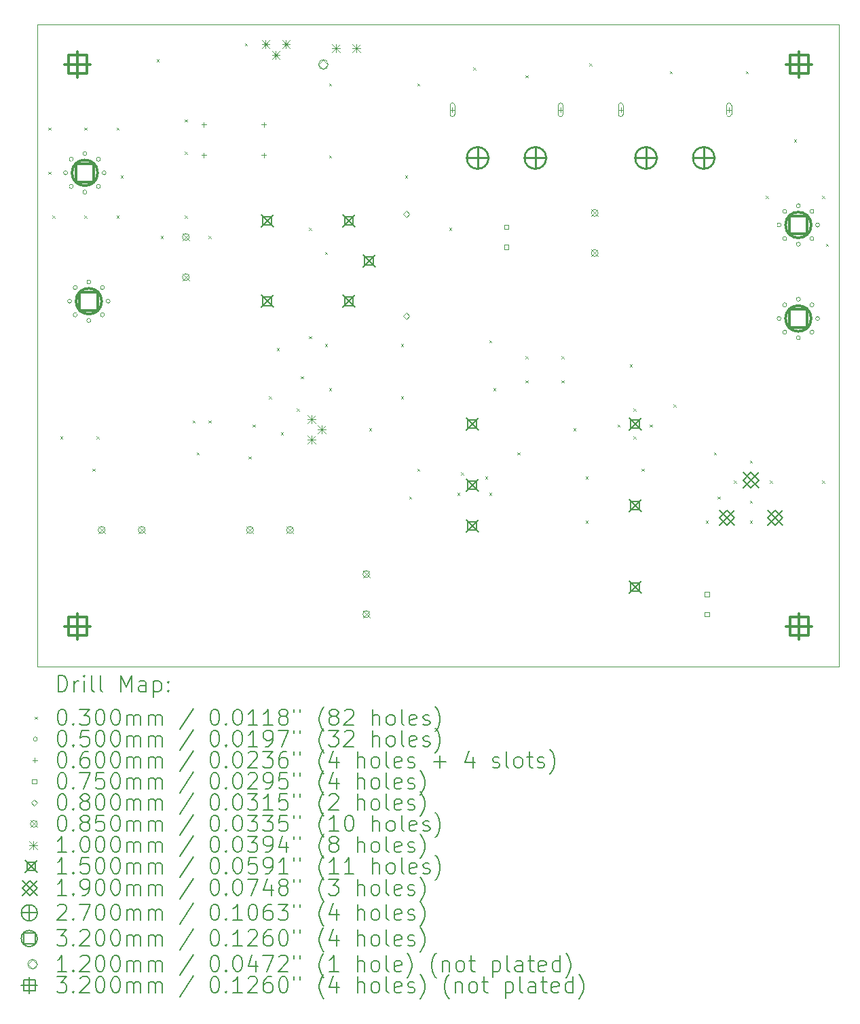
<source format=gbr>
%TF.GenerationSoftware,KiCad,Pcbnew,8.0.1*%
%TF.CreationDate,2024-05-22T17:10:12+09:00*%
%TF.ProjectId,power_bord,706f7765-725f-4626-9f72-642e6b696361,rev?*%
%TF.SameCoordinates,Original*%
%TF.FileFunction,Drillmap*%
%TF.FilePolarity,Positive*%
%FSLAX45Y45*%
G04 Gerber Fmt 4.5, Leading zero omitted, Abs format (unit mm)*
G04 Created by KiCad (PCBNEW 8.0.1) date 2024-05-22 17:10:12*
%MOMM*%
%LPD*%
G01*
G04 APERTURE LIST*
%ADD10C,0.050000*%
%ADD11C,0.200000*%
%ADD12C,0.100000*%
%ADD13C,0.150000*%
%ADD14C,0.190000*%
%ADD15C,0.270000*%
%ADD16C,0.320000*%
%ADD17C,0.120000*%
G04 APERTURE END LIST*
D10*
X15500000Y-3500000D02*
X5500000Y-3500000D01*
X5500000Y-11500000D02*
X15500000Y-11500000D01*
X5500000Y-3500000D02*
X5500000Y-11500000D01*
X15500000Y-3500000D02*
X15500000Y-11500000D01*
D11*
D12*
X5635000Y-4785000D02*
X5665000Y-4815000D01*
X5665000Y-4785000D02*
X5635000Y-4815000D01*
X5635000Y-5335000D02*
X5665000Y-5365000D01*
X5665000Y-5335000D02*
X5635000Y-5365000D01*
X5685000Y-5885000D02*
X5715000Y-5915000D01*
X5715000Y-5885000D02*
X5685000Y-5915000D01*
X5785000Y-8635000D02*
X5815000Y-8665000D01*
X5815000Y-8635000D02*
X5785000Y-8665000D01*
X6085000Y-4785000D02*
X6115000Y-4815000D01*
X6115000Y-4785000D02*
X6085000Y-4815000D01*
X6085000Y-5885000D02*
X6115000Y-5915000D01*
X6115000Y-5885000D02*
X6085000Y-5915000D01*
X6185000Y-9035000D02*
X6215000Y-9065000D01*
X6215000Y-9035000D02*
X6185000Y-9065000D01*
X6235000Y-8635000D02*
X6265000Y-8665000D01*
X6265000Y-8635000D02*
X6235000Y-8665000D01*
X6485000Y-4785000D02*
X6515000Y-4815000D01*
X6515000Y-4785000D02*
X6485000Y-4815000D01*
X6485000Y-5885000D02*
X6515000Y-5915000D01*
X6515000Y-5885000D02*
X6485000Y-5915000D01*
X6535000Y-5385000D02*
X6565000Y-5415000D01*
X6565000Y-5385000D02*
X6535000Y-5415000D01*
X6985000Y-3935000D02*
X7015000Y-3965000D01*
X7015000Y-3935000D02*
X6985000Y-3965000D01*
X7035000Y-6135000D02*
X7065000Y-6165000D01*
X7065000Y-6135000D02*
X7035000Y-6165000D01*
X7335000Y-4685000D02*
X7365000Y-4715000D01*
X7365000Y-4685000D02*
X7335000Y-4715000D01*
X7335000Y-5085000D02*
X7365000Y-5115000D01*
X7365000Y-5085000D02*
X7335000Y-5115000D01*
X7335000Y-5885000D02*
X7365000Y-5915000D01*
X7365000Y-5885000D02*
X7335000Y-5915000D01*
X7435000Y-8435000D02*
X7465000Y-8465000D01*
X7465000Y-8435000D02*
X7435000Y-8465000D01*
X7485000Y-8835000D02*
X7515000Y-8865000D01*
X7515000Y-8835000D02*
X7485000Y-8865000D01*
X7635000Y-6135000D02*
X7665000Y-6165000D01*
X7665000Y-6135000D02*
X7635000Y-6165000D01*
X7635000Y-8435000D02*
X7665000Y-8465000D01*
X7665000Y-8435000D02*
X7635000Y-8465000D01*
X8085000Y-3735000D02*
X8115000Y-3765000D01*
X8115000Y-3735000D02*
X8085000Y-3765000D01*
X8135000Y-8885000D02*
X8165000Y-8915000D01*
X8165000Y-8885000D02*
X8135000Y-8915000D01*
X8185000Y-8485000D02*
X8215000Y-8515000D01*
X8215000Y-8485000D02*
X8185000Y-8515000D01*
X8385000Y-8135000D02*
X8415000Y-8165000D01*
X8415000Y-8135000D02*
X8385000Y-8165000D01*
X8485000Y-7535000D02*
X8515000Y-7565000D01*
X8515000Y-7535000D02*
X8485000Y-7565000D01*
X8535000Y-8585000D02*
X8565000Y-8615000D01*
X8565000Y-8585000D02*
X8535000Y-8615000D01*
X8735000Y-8285000D02*
X8765000Y-8315000D01*
X8765000Y-8285000D02*
X8735000Y-8315000D01*
X8785000Y-7885000D02*
X8815000Y-7915000D01*
X8815000Y-7885000D02*
X8785000Y-7915000D01*
X8885000Y-6035000D02*
X8915000Y-6065000D01*
X8915000Y-6035000D02*
X8885000Y-6065000D01*
X8885000Y-7385000D02*
X8915000Y-7415000D01*
X8915000Y-7385000D02*
X8885000Y-7415000D01*
X9085000Y-6335000D02*
X9115000Y-6365000D01*
X9115000Y-6335000D02*
X9085000Y-6365000D01*
X9085000Y-7485000D02*
X9115000Y-7515000D01*
X9115000Y-7485000D02*
X9085000Y-7515000D01*
X9135000Y-4235000D02*
X9165000Y-4265000D01*
X9165000Y-4235000D02*
X9135000Y-4265000D01*
X9135000Y-5135000D02*
X9165000Y-5165000D01*
X9165000Y-5135000D02*
X9135000Y-5165000D01*
X9135000Y-8035000D02*
X9165000Y-8065000D01*
X9165000Y-8035000D02*
X9135000Y-8065000D01*
X9635000Y-8535000D02*
X9665000Y-8565000D01*
X9665000Y-8535000D02*
X9635000Y-8565000D01*
X10035000Y-7485000D02*
X10065000Y-7515000D01*
X10065000Y-7485000D02*
X10035000Y-7515000D01*
X10035000Y-8135000D02*
X10065000Y-8165000D01*
X10065000Y-8135000D02*
X10035000Y-8165000D01*
X10085000Y-5385000D02*
X10115000Y-5415000D01*
X10115000Y-5385000D02*
X10085000Y-5415000D01*
X10135000Y-9385000D02*
X10165000Y-9415000D01*
X10165000Y-9385000D02*
X10135000Y-9415000D01*
X10235000Y-4235000D02*
X10265000Y-4265000D01*
X10265000Y-4235000D02*
X10235000Y-4265000D01*
X10235000Y-9035000D02*
X10265000Y-9065000D01*
X10265000Y-9035000D02*
X10235000Y-9065000D01*
X10635000Y-6035000D02*
X10665000Y-6065000D01*
X10665000Y-6035000D02*
X10635000Y-6065000D01*
X10735000Y-9335000D02*
X10765000Y-9365000D01*
X10765000Y-9335000D02*
X10735000Y-9365000D01*
X10785000Y-9085000D02*
X10815000Y-9115000D01*
X10815000Y-9085000D02*
X10785000Y-9115000D01*
X10935000Y-4035000D02*
X10965000Y-4065000D01*
X10965000Y-4035000D02*
X10935000Y-4065000D01*
X11085000Y-9135000D02*
X11115000Y-9165000D01*
X11115000Y-9135000D02*
X11085000Y-9165000D01*
X11135000Y-7435000D02*
X11165000Y-7465000D01*
X11165000Y-7435000D02*
X11135000Y-7465000D01*
X11135000Y-9335000D02*
X11165000Y-9365000D01*
X11165000Y-9335000D02*
X11135000Y-9365000D01*
X11185000Y-8035000D02*
X11215000Y-8065000D01*
X11215000Y-8035000D02*
X11185000Y-8065000D01*
X11485000Y-8835000D02*
X11515000Y-8865000D01*
X11515000Y-8835000D02*
X11485000Y-8865000D01*
X11585000Y-4135000D02*
X11615000Y-4165000D01*
X11615000Y-4135000D02*
X11585000Y-4165000D01*
X11585000Y-7635000D02*
X11615000Y-7665000D01*
X11615000Y-7635000D02*
X11585000Y-7665000D01*
X11585000Y-7935000D02*
X11615000Y-7965000D01*
X11615000Y-7935000D02*
X11585000Y-7965000D01*
X12035000Y-7635000D02*
X12065000Y-7665000D01*
X12065000Y-7635000D02*
X12035000Y-7665000D01*
X12035000Y-7935000D02*
X12065000Y-7965000D01*
X12065000Y-7935000D02*
X12035000Y-7965000D01*
X12185000Y-8535000D02*
X12215000Y-8565000D01*
X12215000Y-8535000D02*
X12185000Y-8565000D01*
X12335000Y-9135000D02*
X12365000Y-9165000D01*
X12365000Y-9135000D02*
X12335000Y-9165000D01*
X12335000Y-9685000D02*
X12365000Y-9715000D01*
X12365000Y-9685000D02*
X12335000Y-9715000D01*
X12385000Y-3985000D02*
X12415000Y-4015000D01*
X12415000Y-3985000D02*
X12385000Y-4015000D01*
X12735000Y-8485000D02*
X12765000Y-8515000D01*
X12765000Y-8485000D02*
X12735000Y-8515000D01*
X12885000Y-7735000D02*
X12915000Y-7765000D01*
X12915000Y-7735000D02*
X12885000Y-7765000D01*
X12935000Y-8285000D02*
X12965000Y-8315000D01*
X12965000Y-8285000D02*
X12935000Y-8315000D01*
X12935000Y-8635000D02*
X12965000Y-8665000D01*
X12965000Y-8635000D02*
X12935000Y-8665000D01*
X13035000Y-9035000D02*
X13065000Y-9065000D01*
X13065000Y-9035000D02*
X13035000Y-9065000D01*
X13135000Y-8485000D02*
X13165000Y-8515000D01*
X13165000Y-8485000D02*
X13135000Y-8515000D01*
X13385000Y-4085000D02*
X13415000Y-4115000D01*
X13415000Y-4085000D02*
X13385000Y-4115000D01*
X13435000Y-8235000D02*
X13465000Y-8265000D01*
X13465000Y-8235000D02*
X13435000Y-8265000D01*
X13835000Y-9685000D02*
X13865000Y-9715000D01*
X13865000Y-9685000D02*
X13835000Y-9715000D01*
X13935000Y-8835000D02*
X13965000Y-8865000D01*
X13965000Y-8835000D02*
X13935000Y-8865000D01*
X13985000Y-9385000D02*
X14015000Y-9415000D01*
X14015000Y-9385000D02*
X13985000Y-9415000D01*
X14185000Y-9185000D02*
X14215000Y-9215000D01*
X14215000Y-9185000D02*
X14185000Y-9215000D01*
X14335000Y-4085000D02*
X14365000Y-4115000D01*
X14365000Y-4085000D02*
X14335000Y-4115000D01*
X14385000Y-8935000D02*
X14415000Y-8965000D01*
X14415000Y-8935000D02*
X14385000Y-8965000D01*
X14385000Y-9435000D02*
X14415000Y-9465000D01*
X14415000Y-9435000D02*
X14385000Y-9465000D01*
X14385000Y-9685000D02*
X14415000Y-9715000D01*
X14415000Y-9685000D02*
X14385000Y-9715000D01*
X14585000Y-5635000D02*
X14615000Y-5665000D01*
X14615000Y-5635000D02*
X14585000Y-5665000D01*
X14635000Y-9185000D02*
X14665000Y-9215000D01*
X14665000Y-9185000D02*
X14635000Y-9215000D01*
X14935000Y-4935000D02*
X14965000Y-4965000D01*
X14965000Y-4935000D02*
X14935000Y-4965000D01*
X15285000Y-5635000D02*
X15315000Y-5665000D01*
X15315000Y-5635000D02*
X15285000Y-5665000D01*
X15285000Y-9185000D02*
X15315000Y-9215000D01*
X15315000Y-9185000D02*
X15285000Y-9215000D01*
X15335000Y-6235000D02*
X15365000Y-6265000D01*
X15365000Y-6235000D02*
X15335000Y-6265000D01*
X5875000Y-5350000D02*
G75*
G02*
X5825000Y-5350000I-25000J0D01*
G01*
X5825000Y-5350000D02*
G75*
G02*
X5875000Y-5350000I25000J0D01*
G01*
X5925000Y-6950000D02*
G75*
G02*
X5875000Y-6950000I-25000J0D01*
G01*
X5875000Y-6950000D02*
G75*
G02*
X5925000Y-6950000I25000J0D01*
G01*
X5945294Y-5180294D02*
G75*
G02*
X5895294Y-5180294I-25000J0D01*
G01*
X5895294Y-5180294D02*
G75*
G02*
X5945294Y-5180294I25000J0D01*
G01*
X5945294Y-5519706D02*
G75*
G02*
X5895294Y-5519706I-25000J0D01*
G01*
X5895294Y-5519706D02*
G75*
G02*
X5945294Y-5519706I25000J0D01*
G01*
X5995294Y-6780294D02*
G75*
G02*
X5945294Y-6780294I-25000J0D01*
G01*
X5945294Y-6780294D02*
G75*
G02*
X5995294Y-6780294I25000J0D01*
G01*
X5995294Y-7119706D02*
G75*
G02*
X5945294Y-7119706I-25000J0D01*
G01*
X5945294Y-7119706D02*
G75*
G02*
X5995294Y-7119706I25000J0D01*
G01*
X6115000Y-5110000D02*
G75*
G02*
X6065000Y-5110000I-25000J0D01*
G01*
X6065000Y-5110000D02*
G75*
G02*
X6115000Y-5110000I25000J0D01*
G01*
X6115000Y-5590000D02*
G75*
G02*
X6065000Y-5590000I-25000J0D01*
G01*
X6065000Y-5590000D02*
G75*
G02*
X6115000Y-5590000I25000J0D01*
G01*
X6165000Y-6710000D02*
G75*
G02*
X6115000Y-6710000I-25000J0D01*
G01*
X6115000Y-6710000D02*
G75*
G02*
X6165000Y-6710000I25000J0D01*
G01*
X6165000Y-7190000D02*
G75*
G02*
X6115000Y-7190000I-25000J0D01*
G01*
X6115000Y-7190000D02*
G75*
G02*
X6165000Y-7190000I25000J0D01*
G01*
X6284706Y-5180294D02*
G75*
G02*
X6234706Y-5180294I-25000J0D01*
G01*
X6234706Y-5180294D02*
G75*
G02*
X6284706Y-5180294I25000J0D01*
G01*
X6284706Y-5519706D02*
G75*
G02*
X6234706Y-5519706I-25000J0D01*
G01*
X6234706Y-5519706D02*
G75*
G02*
X6284706Y-5519706I25000J0D01*
G01*
X6334706Y-6780294D02*
G75*
G02*
X6284706Y-6780294I-25000J0D01*
G01*
X6284706Y-6780294D02*
G75*
G02*
X6334706Y-6780294I25000J0D01*
G01*
X6334706Y-7119706D02*
G75*
G02*
X6284706Y-7119706I-25000J0D01*
G01*
X6284706Y-7119706D02*
G75*
G02*
X6334706Y-7119706I25000J0D01*
G01*
X6355000Y-5350000D02*
G75*
G02*
X6305000Y-5350000I-25000J0D01*
G01*
X6305000Y-5350000D02*
G75*
G02*
X6355000Y-5350000I25000J0D01*
G01*
X6405000Y-6950000D02*
G75*
G02*
X6355000Y-6950000I-25000J0D01*
G01*
X6355000Y-6950000D02*
G75*
G02*
X6405000Y-6950000I25000J0D01*
G01*
X14775000Y-6000000D02*
G75*
G02*
X14725000Y-6000000I-25000J0D01*
G01*
X14725000Y-6000000D02*
G75*
G02*
X14775000Y-6000000I25000J0D01*
G01*
X14775000Y-7165294D02*
G75*
G02*
X14725000Y-7165294I-25000J0D01*
G01*
X14725000Y-7165294D02*
G75*
G02*
X14775000Y-7165294I25000J0D01*
G01*
X14845294Y-5830294D02*
G75*
G02*
X14795294Y-5830294I-25000J0D01*
G01*
X14795294Y-5830294D02*
G75*
G02*
X14845294Y-5830294I25000J0D01*
G01*
X14845294Y-6169706D02*
G75*
G02*
X14795294Y-6169706I-25000J0D01*
G01*
X14795294Y-6169706D02*
G75*
G02*
X14845294Y-6169706I25000J0D01*
G01*
X14845294Y-6995589D02*
G75*
G02*
X14795294Y-6995589I-25000J0D01*
G01*
X14795294Y-6995589D02*
G75*
G02*
X14845294Y-6995589I25000J0D01*
G01*
X14845294Y-7335000D02*
G75*
G02*
X14795294Y-7335000I-25000J0D01*
G01*
X14795294Y-7335000D02*
G75*
G02*
X14845294Y-7335000I25000J0D01*
G01*
X15015000Y-5760000D02*
G75*
G02*
X14965000Y-5760000I-25000J0D01*
G01*
X14965000Y-5760000D02*
G75*
G02*
X15015000Y-5760000I25000J0D01*
G01*
X15015000Y-6240000D02*
G75*
G02*
X14965000Y-6240000I-25000J0D01*
G01*
X14965000Y-6240000D02*
G75*
G02*
X15015000Y-6240000I25000J0D01*
G01*
X15015000Y-6925294D02*
G75*
G02*
X14965000Y-6925294I-25000J0D01*
G01*
X14965000Y-6925294D02*
G75*
G02*
X15015000Y-6925294I25000J0D01*
G01*
X15015000Y-7405294D02*
G75*
G02*
X14965000Y-7405294I-25000J0D01*
G01*
X14965000Y-7405294D02*
G75*
G02*
X15015000Y-7405294I25000J0D01*
G01*
X15184706Y-5830294D02*
G75*
G02*
X15134706Y-5830294I-25000J0D01*
G01*
X15134706Y-5830294D02*
G75*
G02*
X15184706Y-5830294I25000J0D01*
G01*
X15184706Y-6169706D02*
G75*
G02*
X15134706Y-6169706I-25000J0D01*
G01*
X15134706Y-6169706D02*
G75*
G02*
X15184706Y-6169706I25000J0D01*
G01*
X15184706Y-6995589D02*
G75*
G02*
X15134706Y-6995589I-25000J0D01*
G01*
X15134706Y-6995589D02*
G75*
G02*
X15184706Y-6995589I25000J0D01*
G01*
X15184706Y-7335000D02*
G75*
G02*
X15134706Y-7335000I-25000J0D01*
G01*
X15134706Y-7335000D02*
G75*
G02*
X15184706Y-7335000I25000J0D01*
G01*
X15255000Y-6000000D02*
G75*
G02*
X15205000Y-6000000I-25000J0D01*
G01*
X15205000Y-6000000D02*
G75*
G02*
X15255000Y-6000000I25000J0D01*
G01*
X15255000Y-7165294D02*
G75*
G02*
X15205000Y-7165294I-25000J0D01*
G01*
X15205000Y-7165294D02*
G75*
G02*
X15255000Y-7165294I25000J0D01*
G01*
X7575000Y-4720000D02*
X7575000Y-4780000D01*
X7545000Y-4750000D02*
X7605000Y-4750000D01*
X7575000Y-5101000D02*
X7575000Y-5161000D01*
X7545000Y-5131000D02*
X7605000Y-5131000D01*
X8325000Y-4720000D02*
X8325000Y-4780000D01*
X8295000Y-4750000D02*
X8355000Y-4750000D01*
X8325000Y-5101000D02*
X8325000Y-5161000D01*
X8295000Y-5131000D02*
X8355000Y-5131000D01*
X10675000Y-4535000D02*
X10675000Y-4595000D01*
X10645000Y-4565000D02*
X10705000Y-4565000D01*
X10645000Y-4510000D02*
X10645000Y-4620000D01*
X10705000Y-4620000D02*
G75*
G02*
X10645000Y-4620000I-30000J0D01*
G01*
X10705000Y-4620000D02*
X10705000Y-4510000D01*
X10705000Y-4510000D02*
G75*
G03*
X10645000Y-4510000I-30000J0D01*
G01*
X12025000Y-4535000D02*
X12025000Y-4595000D01*
X11995000Y-4565000D02*
X12055000Y-4565000D01*
X11995000Y-4510000D02*
X11995000Y-4620000D01*
X12055000Y-4620000D02*
G75*
G02*
X11995000Y-4620000I-30000J0D01*
G01*
X12055000Y-4620000D02*
X12055000Y-4510000D01*
X12055000Y-4510000D02*
G75*
G03*
X11995000Y-4510000I-30000J0D01*
G01*
X12775000Y-4535000D02*
X12775000Y-4595000D01*
X12745000Y-4565000D02*
X12805000Y-4565000D01*
X12745000Y-4510000D02*
X12745000Y-4620000D01*
X12805000Y-4620000D02*
G75*
G02*
X12745000Y-4620000I-30000J0D01*
G01*
X12805000Y-4620000D02*
X12805000Y-4510000D01*
X12805000Y-4510000D02*
G75*
G03*
X12745000Y-4510000I-30000J0D01*
G01*
X14125000Y-4535000D02*
X14125000Y-4595000D01*
X14095000Y-4565000D02*
X14155000Y-4565000D01*
X14095000Y-4510000D02*
X14095000Y-4620000D01*
X14155000Y-4620000D02*
G75*
G02*
X14095000Y-4620000I-30000J0D01*
G01*
X14155000Y-4620000D02*
X14155000Y-4510000D01*
X14155000Y-4510000D02*
G75*
G03*
X14095000Y-4510000I-30000J0D01*
G01*
X11376517Y-6051517D02*
X11376517Y-5998483D01*
X11323483Y-5998483D01*
X11323483Y-6051517D01*
X11376517Y-6051517D01*
X11376517Y-6301517D02*
X11376517Y-6248483D01*
X11323483Y-6248483D01*
X11323483Y-6301517D01*
X11376517Y-6301517D01*
X13876517Y-10626517D02*
X13876517Y-10573483D01*
X13823483Y-10573483D01*
X13823483Y-10626517D01*
X13876517Y-10626517D01*
X13876517Y-10876517D02*
X13876517Y-10823483D01*
X13823483Y-10823483D01*
X13823483Y-10876517D01*
X13876517Y-10876517D01*
X10100000Y-5905000D02*
X10140000Y-5865000D01*
X10100000Y-5825000D01*
X10060000Y-5865000D01*
X10100000Y-5905000D01*
X10100000Y-7175000D02*
X10140000Y-7135000D01*
X10100000Y-7095000D01*
X10060000Y-7135000D01*
X10100000Y-7175000D01*
X6257500Y-9757500D02*
X6342500Y-9842500D01*
X6342500Y-9757500D02*
X6257500Y-9842500D01*
X6342500Y-9800000D02*
G75*
G02*
X6257500Y-9800000I-42500J0D01*
G01*
X6257500Y-9800000D02*
G75*
G02*
X6342500Y-9800000I42500J0D01*
G01*
X6757500Y-9757500D02*
X6842500Y-9842500D01*
X6842500Y-9757500D02*
X6757500Y-9842500D01*
X6842500Y-9800000D02*
G75*
G02*
X6757500Y-9800000I-42500J0D01*
G01*
X6757500Y-9800000D02*
G75*
G02*
X6842500Y-9800000I42500J0D01*
G01*
X7307500Y-6107500D02*
X7392500Y-6192500D01*
X7392500Y-6107500D02*
X7307500Y-6192500D01*
X7392500Y-6150000D02*
G75*
G02*
X7307500Y-6150000I-42500J0D01*
G01*
X7307500Y-6150000D02*
G75*
G02*
X7392500Y-6150000I42500J0D01*
G01*
X7307500Y-6607500D02*
X7392500Y-6692500D01*
X7392500Y-6607500D02*
X7307500Y-6692500D01*
X7392500Y-6650000D02*
G75*
G02*
X7307500Y-6650000I-42500J0D01*
G01*
X7307500Y-6650000D02*
G75*
G02*
X7392500Y-6650000I42500J0D01*
G01*
X8107500Y-9757500D02*
X8192500Y-9842500D01*
X8192500Y-9757500D02*
X8107500Y-9842500D01*
X8192500Y-9800000D02*
G75*
G02*
X8107500Y-9800000I-42500J0D01*
G01*
X8107500Y-9800000D02*
G75*
G02*
X8192500Y-9800000I42500J0D01*
G01*
X8607500Y-9757500D02*
X8692500Y-9842500D01*
X8692500Y-9757500D02*
X8607500Y-9842500D01*
X8692500Y-9800000D02*
G75*
G02*
X8607500Y-9800000I-42500J0D01*
G01*
X8607500Y-9800000D02*
G75*
G02*
X8692500Y-9800000I42500J0D01*
G01*
X9557500Y-10307500D02*
X9642500Y-10392500D01*
X9642500Y-10307500D02*
X9557500Y-10392500D01*
X9642500Y-10350000D02*
G75*
G02*
X9557500Y-10350000I-42500J0D01*
G01*
X9557500Y-10350000D02*
G75*
G02*
X9642500Y-10350000I42500J0D01*
G01*
X9557500Y-10807500D02*
X9642500Y-10892500D01*
X9642500Y-10807500D02*
X9557500Y-10892500D01*
X9642500Y-10850000D02*
G75*
G02*
X9557500Y-10850000I-42500J0D01*
G01*
X9557500Y-10850000D02*
G75*
G02*
X9642500Y-10850000I42500J0D01*
G01*
X12407500Y-5807500D02*
X12492500Y-5892500D01*
X12492500Y-5807500D02*
X12407500Y-5892500D01*
X12492500Y-5850000D02*
G75*
G02*
X12407500Y-5850000I-42500J0D01*
G01*
X12407500Y-5850000D02*
G75*
G02*
X12492500Y-5850000I42500J0D01*
G01*
X12407500Y-6307500D02*
X12492500Y-6392500D01*
X12492500Y-6307500D02*
X12407500Y-6392500D01*
X12492500Y-6350000D02*
G75*
G02*
X12407500Y-6350000I-42500J0D01*
G01*
X12407500Y-6350000D02*
G75*
G02*
X12492500Y-6350000I42500J0D01*
G01*
X8296000Y-3700000D02*
X8396000Y-3800000D01*
X8396000Y-3700000D02*
X8296000Y-3800000D01*
X8346000Y-3700000D02*
X8346000Y-3800000D01*
X8296000Y-3750000D02*
X8396000Y-3750000D01*
X8423000Y-3830000D02*
X8523000Y-3930000D01*
X8523000Y-3830000D02*
X8423000Y-3930000D01*
X8473000Y-3830000D02*
X8473000Y-3930000D01*
X8423000Y-3880000D02*
X8523000Y-3880000D01*
X8550000Y-3700000D02*
X8650000Y-3800000D01*
X8650000Y-3700000D02*
X8550000Y-3800000D01*
X8600000Y-3700000D02*
X8600000Y-3800000D01*
X8550000Y-3750000D02*
X8650000Y-3750000D01*
X8865800Y-8373000D02*
X8965800Y-8473000D01*
X8965800Y-8373000D02*
X8865800Y-8473000D01*
X8915800Y-8373000D02*
X8915800Y-8473000D01*
X8865800Y-8423000D02*
X8965800Y-8423000D01*
X8865800Y-8627000D02*
X8965800Y-8727000D01*
X8965800Y-8627000D02*
X8865800Y-8727000D01*
X8915800Y-8627000D02*
X8915800Y-8727000D01*
X8865800Y-8677000D02*
X8965800Y-8677000D01*
X8995800Y-8500000D02*
X9095800Y-8600000D01*
X9095800Y-8500000D02*
X8995800Y-8600000D01*
X9045800Y-8500000D02*
X9045800Y-8600000D01*
X8995800Y-8550000D02*
X9095800Y-8550000D01*
X9175000Y-3750000D02*
X9275000Y-3850000D01*
X9275000Y-3750000D02*
X9175000Y-3850000D01*
X9225000Y-3750000D02*
X9225000Y-3850000D01*
X9175000Y-3800000D02*
X9275000Y-3800000D01*
X9425000Y-3750000D02*
X9525000Y-3850000D01*
X9525000Y-3750000D02*
X9425000Y-3850000D01*
X9475000Y-3750000D02*
X9475000Y-3850000D01*
X9425000Y-3800000D02*
X9525000Y-3800000D01*
D13*
X8290000Y-5875000D02*
X8440000Y-6025000D01*
X8440000Y-5875000D02*
X8290000Y-6025000D01*
X8418034Y-6003033D02*
X8418034Y-5896966D01*
X8311966Y-5896966D01*
X8311966Y-6003033D01*
X8418034Y-6003033D01*
X8290000Y-6875000D02*
X8440000Y-7025000D01*
X8440000Y-6875000D02*
X8290000Y-7025000D01*
X8418034Y-7003033D02*
X8418034Y-6896966D01*
X8311966Y-6896966D01*
X8311966Y-7003033D01*
X8418034Y-7003033D01*
X9310000Y-5875000D02*
X9460000Y-6025000D01*
X9460000Y-5875000D02*
X9310000Y-6025000D01*
X9438034Y-6003033D02*
X9438034Y-5896966D01*
X9331967Y-5896966D01*
X9331967Y-6003033D01*
X9438034Y-6003033D01*
X9310000Y-6875000D02*
X9460000Y-7025000D01*
X9460000Y-6875000D02*
X9310000Y-7025000D01*
X9438034Y-7003033D02*
X9438034Y-6896966D01*
X9331967Y-6896966D01*
X9331967Y-7003033D01*
X9438034Y-7003033D01*
X9560000Y-6375000D02*
X9710000Y-6525000D01*
X9710000Y-6375000D02*
X9560000Y-6525000D01*
X9688034Y-6503033D02*
X9688034Y-6396966D01*
X9581967Y-6396966D01*
X9581967Y-6503033D01*
X9688034Y-6503033D01*
X10847000Y-8405000D02*
X10997000Y-8555000D01*
X10997000Y-8405000D02*
X10847000Y-8555000D01*
X10975034Y-8533034D02*
X10975034Y-8426967D01*
X10868967Y-8426967D01*
X10868967Y-8533034D01*
X10975034Y-8533034D01*
X10847000Y-9167000D02*
X10997000Y-9317000D01*
X10997000Y-9167000D02*
X10847000Y-9317000D01*
X10975034Y-9295034D02*
X10975034Y-9188967D01*
X10868967Y-9188967D01*
X10868967Y-9295034D01*
X10975034Y-9295034D01*
X10847000Y-9675000D02*
X10997000Y-9825000D01*
X10997000Y-9675000D02*
X10847000Y-9825000D01*
X10975034Y-9803034D02*
X10975034Y-9696967D01*
X10868967Y-9696967D01*
X10868967Y-9803034D01*
X10975034Y-9803034D01*
X12879000Y-8405000D02*
X13029000Y-8555000D01*
X13029000Y-8405000D02*
X12879000Y-8555000D01*
X13007033Y-8533034D02*
X13007033Y-8426967D01*
X12900966Y-8426967D01*
X12900966Y-8533034D01*
X13007033Y-8533034D01*
X12879000Y-9421000D02*
X13029000Y-9571000D01*
X13029000Y-9421000D02*
X12879000Y-9571000D01*
X13007033Y-9549034D02*
X13007033Y-9442967D01*
X12900966Y-9442967D01*
X12900966Y-9549034D01*
X13007033Y-9549034D01*
X12879000Y-10437000D02*
X13029000Y-10587000D01*
X13029000Y-10437000D02*
X12879000Y-10587000D01*
X13007033Y-10565034D02*
X13007033Y-10458967D01*
X12900966Y-10458967D01*
X12900966Y-10565034D01*
X13007033Y-10565034D01*
D14*
X14005000Y-9555000D02*
X14195000Y-9745000D01*
X14195000Y-9555000D02*
X14005000Y-9745000D01*
X14100000Y-9745000D02*
X14195000Y-9650000D01*
X14100000Y-9555000D01*
X14005000Y-9650000D01*
X14100000Y-9745000D01*
X14305000Y-9085000D02*
X14495000Y-9275000D01*
X14495000Y-9085000D02*
X14305000Y-9275000D01*
X14400000Y-9275000D02*
X14495000Y-9180000D01*
X14400000Y-9085000D01*
X14305000Y-9180000D01*
X14400000Y-9275000D01*
X14605000Y-9555000D02*
X14795000Y-9745000D01*
X14795000Y-9555000D02*
X14605000Y-9745000D01*
X14700000Y-9745000D02*
X14795000Y-9650000D01*
X14700000Y-9555000D01*
X14605000Y-9650000D01*
X14700000Y-9745000D01*
D15*
X10990000Y-5030000D02*
X10990000Y-5300000D01*
X10855000Y-5165000D02*
X11125000Y-5165000D01*
X11125000Y-5165000D02*
G75*
G02*
X10855000Y-5165000I-135000J0D01*
G01*
X10855000Y-5165000D02*
G75*
G02*
X11125000Y-5165000I135000J0D01*
G01*
X11710000Y-5030000D02*
X11710000Y-5300000D01*
X11575000Y-5165000D02*
X11845000Y-5165000D01*
X11845000Y-5165000D02*
G75*
G02*
X11575000Y-5165000I-135000J0D01*
G01*
X11575000Y-5165000D02*
G75*
G02*
X11845000Y-5165000I135000J0D01*
G01*
X13090000Y-5030000D02*
X13090000Y-5300000D01*
X12955000Y-5165000D02*
X13225000Y-5165000D01*
X13225000Y-5165000D02*
G75*
G02*
X12955000Y-5165000I-135000J0D01*
G01*
X12955000Y-5165000D02*
G75*
G02*
X13225000Y-5165000I135000J0D01*
G01*
X13810000Y-5030000D02*
X13810000Y-5300000D01*
X13675000Y-5165000D02*
X13945000Y-5165000D01*
X13945000Y-5165000D02*
G75*
G02*
X13675000Y-5165000I-135000J0D01*
G01*
X13675000Y-5165000D02*
G75*
G02*
X13945000Y-5165000I135000J0D01*
G01*
D16*
X6203138Y-5463138D02*
X6203138Y-5236862D01*
X5976862Y-5236862D01*
X5976862Y-5463138D01*
X6203138Y-5463138D01*
X6250000Y-5350000D02*
G75*
G02*
X5930000Y-5350000I-160000J0D01*
G01*
X5930000Y-5350000D02*
G75*
G02*
X6250000Y-5350000I160000J0D01*
G01*
X6253138Y-7063138D02*
X6253138Y-6836862D01*
X6026862Y-6836862D01*
X6026862Y-7063138D01*
X6253138Y-7063138D01*
X6300000Y-6950000D02*
G75*
G02*
X5980000Y-6950000I-160000J0D01*
G01*
X5980000Y-6950000D02*
G75*
G02*
X6300000Y-6950000I160000J0D01*
G01*
X15103138Y-6113138D02*
X15103138Y-5886862D01*
X14876862Y-5886862D01*
X14876862Y-6113138D01*
X15103138Y-6113138D01*
X15150000Y-6000000D02*
G75*
G02*
X14830000Y-6000000I-160000J0D01*
G01*
X14830000Y-6000000D02*
G75*
G02*
X15150000Y-6000000I160000J0D01*
G01*
X15103138Y-7278433D02*
X15103138Y-7052156D01*
X14876862Y-7052156D01*
X14876862Y-7278433D01*
X15103138Y-7278433D01*
X15150000Y-7165294D02*
G75*
G02*
X14830000Y-7165294I-160000J0D01*
G01*
X14830000Y-7165294D02*
G75*
G02*
X15150000Y-7165294I160000J0D01*
G01*
D17*
X9065000Y-4060000D02*
X9125000Y-4000000D01*
X9065000Y-3940000D01*
X9005000Y-4000000D01*
X9065000Y-4060000D01*
X9125000Y-4000000D02*
G75*
G02*
X9005000Y-4000000I-60000J0D01*
G01*
X9005000Y-4000000D02*
G75*
G02*
X9125000Y-4000000I60000J0D01*
G01*
D16*
X6000000Y-3840000D02*
X6000000Y-4160000D01*
X5840000Y-4000000D02*
X6160000Y-4000000D01*
X6113138Y-4113138D02*
X6113138Y-3886862D01*
X5886862Y-3886862D01*
X5886862Y-4113138D01*
X6113138Y-4113138D01*
X6000000Y-10840000D02*
X6000000Y-11160000D01*
X5840000Y-11000000D02*
X6160000Y-11000000D01*
X6113138Y-11113138D02*
X6113138Y-10886862D01*
X5886862Y-10886862D01*
X5886862Y-11113138D01*
X6113138Y-11113138D01*
X15000000Y-3840000D02*
X15000000Y-4160000D01*
X14840000Y-4000000D02*
X15160000Y-4000000D01*
X15113138Y-4113138D02*
X15113138Y-3886862D01*
X14886862Y-3886862D01*
X14886862Y-4113138D01*
X15113138Y-4113138D01*
X15000000Y-10840000D02*
X15000000Y-11160000D01*
X14840000Y-11000000D02*
X15160000Y-11000000D01*
X15113138Y-11113138D02*
X15113138Y-10886862D01*
X14886862Y-10886862D01*
X14886862Y-11113138D01*
X15113138Y-11113138D01*
D11*
X5758277Y-11813984D02*
X5758277Y-11613984D01*
X5758277Y-11613984D02*
X5805896Y-11613984D01*
X5805896Y-11613984D02*
X5834467Y-11623508D01*
X5834467Y-11623508D02*
X5853515Y-11642555D01*
X5853515Y-11642555D02*
X5863039Y-11661603D01*
X5863039Y-11661603D02*
X5872562Y-11699698D01*
X5872562Y-11699698D02*
X5872562Y-11728269D01*
X5872562Y-11728269D02*
X5863039Y-11766365D01*
X5863039Y-11766365D02*
X5853515Y-11785412D01*
X5853515Y-11785412D02*
X5834467Y-11804460D01*
X5834467Y-11804460D02*
X5805896Y-11813984D01*
X5805896Y-11813984D02*
X5758277Y-11813984D01*
X5958277Y-11813984D02*
X5958277Y-11680650D01*
X5958277Y-11718746D02*
X5967801Y-11699698D01*
X5967801Y-11699698D02*
X5977324Y-11690174D01*
X5977324Y-11690174D02*
X5996372Y-11680650D01*
X5996372Y-11680650D02*
X6015420Y-11680650D01*
X6082086Y-11813984D02*
X6082086Y-11680650D01*
X6082086Y-11613984D02*
X6072562Y-11623508D01*
X6072562Y-11623508D02*
X6082086Y-11633031D01*
X6082086Y-11633031D02*
X6091610Y-11623508D01*
X6091610Y-11623508D02*
X6082086Y-11613984D01*
X6082086Y-11613984D02*
X6082086Y-11633031D01*
X6205896Y-11813984D02*
X6186848Y-11804460D01*
X6186848Y-11804460D02*
X6177324Y-11785412D01*
X6177324Y-11785412D02*
X6177324Y-11613984D01*
X6310658Y-11813984D02*
X6291610Y-11804460D01*
X6291610Y-11804460D02*
X6282086Y-11785412D01*
X6282086Y-11785412D02*
X6282086Y-11613984D01*
X6539229Y-11813984D02*
X6539229Y-11613984D01*
X6539229Y-11613984D02*
X6605896Y-11756841D01*
X6605896Y-11756841D02*
X6672562Y-11613984D01*
X6672562Y-11613984D02*
X6672562Y-11813984D01*
X6853515Y-11813984D02*
X6853515Y-11709222D01*
X6853515Y-11709222D02*
X6843991Y-11690174D01*
X6843991Y-11690174D02*
X6824943Y-11680650D01*
X6824943Y-11680650D02*
X6786848Y-11680650D01*
X6786848Y-11680650D02*
X6767801Y-11690174D01*
X6853515Y-11804460D02*
X6834467Y-11813984D01*
X6834467Y-11813984D02*
X6786848Y-11813984D01*
X6786848Y-11813984D02*
X6767801Y-11804460D01*
X6767801Y-11804460D02*
X6758277Y-11785412D01*
X6758277Y-11785412D02*
X6758277Y-11766365D01*
X6758277Y-11766365D02*
X6767801Y-11747317D01*
X6767801Y-11747317D02*
X6786848Y-11737793D01*
X6786848Y-11737793D02*
X6834467Y-11737793D01*
X6834467Y-11737793D02*
X6853515Y-11728269D01*
X6948753Y-11680650D02*
X6948753Y-11880650D01*
X6948753Y-11690174D02*
X6967801Y-11680650D01*
X6967801Y-11680650D02*
X7005896Y-11680650D01*
X7005896Y-11680650D02*
X7024943Y-11690174D01*
X7024943Y-11690174D02*
X7034467Y-11699698D01*
X7034467Y-11699698D02*
X7043991Y-11718746D01*
X7043991Y-11718746D02*
X7043991Y-11775888D01*
X7043991Y-11775888D02*
X7034467Y-11794936D01*
X7034467Y-11794936D02*
X7024943Y-11804460D01*
X7024943Y-11804460D02*
X7005896Y-11813984D01*
X7005896Y-11813984D02*
X6967801Y-11813984D01*
X6967801Y-11813984D02*
X6948753Y-11804460D01*
X7129705Y-11794936D02*
X7139229Y-11804460D01*
X7139229Y-11804460D02*
X7129705Y-11813984D01*
X7129705Y-11813984D02*
X7120182Y-11804460D01*
X7120182Y-11804460D02*
X7129705Y-11794936D01*
X7129705Y-11794936D02*
X7129705Y-11813984D01*
X7129705Y-11690174D02*
X7139229Y-11699698D01*
X7139229Y-11699698D02*
X7129705Y-11709222D01*
X7129705Y-11709222D02*
X7120182Y-11699698D01*
X7120182Y-11699698D02*
X7129705Y-11690174D01*
X7129705Y-11690174D02*
X7129705Y-11709222D01*
D12*
X5467500Y-12127500D02*
X5497500Y-12157500D01*
X5497500Y-12127500D02*
X5467500Y-12157500D01*
D11*
X5796372Y-12033984D02*
X5815420Y-12033984D01*
X5815420Y-12033984D02*
X5834467Y-12043508D01*
X5834467Y-12043508D02*
X5843991Y-12053031D01*
X5843991Y-12053031D02*
X5853515Y-12072079D01*
X5853515Y-12072079D02*
X5863039Y-12110174D01*
X5863039Y-12110174D02*
X5863039Y-12157793D01*
X5863039Y-12157793D02*
X5853515Y-12195888D01*
X5853515Y-12195888D02*
X5843991Y-12214936D01*
X5843991Y-12214936D02*
X5834467Y-12224460D01*
X5834467Y-12224460D02*
X5815420Y-12233984D01*
X5815420Y-12233984D02*
X5796372Y-12233984D01*
X5796372Y-12233984D02*
X5777324Y-12224460D01*
X5777324Y-12224460D02*
X5767801Y-12214936D01*
X5767801Y-12214936D02*
X5758277Y-12195888D01*
X5758277Y-12195888D02*
X5748753Y-12157793D01*
X5748753Y-12157793D02*
X5748753Y-12110174D01*
X5748753Y-12110174D02*
X5758277Y-12072079D01*
X5758277Y-12072079D02*
X5767801Y-12053031D01*
X5767801Y-12053031D02*
X5777324Y-12043508D01*
X5777324Y-12043508D02*
X5796372Y-12033984D01*
X5948753Y-12214936D02*
X5958277Y-12224460D01*
X5958277Y-12224460D02*
X5948753Y-12233984D01*
X5948753Y-12233984D02*
X5939229Y-12224460D01*
X5939229Y-12224460D02*
X5948753Y-12214936D01*
X5948753Y-12214936D02*
X5948753Y-12233984D01*
X6024943Y-12033984D02*
X6148753Y-12033984D01*
X6148753Y-12033984D02*
X6082086Y-12110174D01*
X6082086Y-12110174D02*
X6110658Y-12110174D01*
X6110658Y-12110174D02*
X6129705Y-12119698D01*
X6129705Y-12119698D02*
X6139229Y-12129222D01*
X6139229Y-12129222D02*
X6148753Y-12148269D01*
X6148753Y-12148269D02*
X6148753Y-12195888D01*
X6148753Y-12195888D02*
X6139229Y-12214936D01*
X6139229Y-12214936D02*
X6129705Y-12224460D01*
X6129705Y-12224460D02*
X6110658Y-12233984D01*
X6110658Y-12233984D02*
X6053515Y-12233984D01*
X6053515Y-12233984D02*
X6034467Y-12224460D01*
X6034467Y-12224460D02*
X6024943Y-12214936D01*
X6272562Y-12033984D02*
X6291610Y-12033984D01*
X6291610Y-12033984D02*
X6310658Y-12043508D01*
X6310658Y-12043508D02*
X6320182Y-12053031D01*
X6320182Y-12053031D02*
X6329705Y-12072079D01*
X6329705Y-12072079D02*
X6339229Y-12110174D01*
X6339229Y-12110174D02*
X6339229Y-12157793D01*
X6339229Y-12157793D02*
X6329705Y-12195888D01*
X6329705Y-12195888D02*
X6320182Y-12214936D01*
X6320182Y-12214936D02*
X6310658Y-12224460D01*
X6310658Y-12224460D02*
X6291610Y-12233984D01*
X6291610Y-12233984D02*
X6272562Y-12233984D01*
X6272562Y-12233984D02*
X6253515Y-12224460D01*
X6253515Y-12224460D02*
X6243991Y-12214936D01*
X6243991Y-12214936D02*
X6234467Y-12195888D01*
X6234467Y-12195888D02*
X6224943Y-12157793D01*
X6224943Y-12157793D02*
X6224943Y-12110174D01*
X6224943Y-12110174D02*
X6234467Y-12072079D01*
X6234467Y-12072079D02*
X6243991Y-12053031D01*
X6243991Y-12053031D02*
X6253515Y-12043508D01*
X6253515Y-12043508D02*
X6272562Y-12033984D01*
X6463039Y-12033984D02*
X6482086Y-12033984D01*
X6482086Y-12033984D02*
X6501134Y-12043508D01*
X6501134Y-12043508D02*
X6510658Y-12053031D01*
X6510658Y-12053031D02*
X6520182Y-12072079D01*
X6520182Y-12072079D02*
X6529705Y-12110174D01*
X6529705Y-12110174D02*
X6529705Y-12157793D01*
X6529705Y-12157793D02*
X6520182Y-12195888D01*
X6520182Y-12195888D02*
X6510658Y-12214936D01*
X6510658Y-12214936D02*
X6501134Y-12224460D01*
X6501134Y-12224460D02*
X6482086Y-12233984D01*
X6482086Y-12233984D02*
X6463039Y-12233984D01*
X6463039Y-12233984D02*
X6443991Y-12224460D01*
X6443991Y-12224460D02*
X6434467Y-12214936D01*
X6434467Y-12214936D02*
X6424943Y-12195888D01*
X6424943Y-12195888D02*
X6415420Y-12157793D01*
X6415420Y-12157793D02*
X6415420Y-12110174D01*
X6415420Y-12110174D02*
X6424943Y-12072079D01*
X6424943Y-12072079D02*
X6434467Y-12053031D01*
X6434467Y-12053031D02*
X6443991Y-12043508D01*
X6443991Y-12043508D02*
X6463039Y-12033984D01*
X6615420Y-12233984D02*
X6615420Y-12100650D01*
X6615420Y-12119698D02*
X6624943Y-12110174D01*
X6624943Y-12110174D02*
X6643991Y-12100650D01*
X6643991Y-12100650D02*
X6672563Y-12100650D01*
X6672563Y-12100650D02*
X6691610Y-12110174D01*
X6691610Y-12110174D02*
X6701134Y-12129222D01*
X6701134Y-12129222D02*
X6701134Y-12233984D01*
X6701134Y-12129222D02*
X6710658Y-12110174D01*
X6710658Y-12110174D02*
X6729705Y-12100650D01*
X6729705Y-12100650D02*
X6758277Y-12100650D01*
X6758277Y-12100650D02*
X6777324Y-12110174D01*
X6777324Y-12110174D02*
X6786848Y-12129222D01*
X6786848Y-12129222D02*
X6786848Y-12233984D01*
X6882086Y-12233984D02*
X6882086Y-12100650D01*
X6882086Y-12119698D02*
X6891610Y-12110174D01*
X6891610Y-12110174D02*
X6910658Y-12100650D01*
X6910658Y-12100650D02*
X6939229Y-12100650D01*
X6939229Y-12100650D02*
X6958277Y-12110174D01*
X6958277Y-12110174D02*
X6967801Y-12129222D01*
X6967801Y-12129222D02*
X6967801Y-12233984D01*
X6967801Y-12129222D02*
X6977324Y-12110174D01*
X6977324Y-12110174D02*
X6996372Y-12100650D01*
X6996372Y-12100650D02*
X7024943Y-12100650D01*
X7024943Y-12100650D02*
X7043991Y-12110174D01*
X7043991Y-12110174D02*
X7053515Y-12129222D01*
X7053515Y-12129222D02*
X7053515Y-12233984D01*
X7443991Y-12024460D02*
X7272563Y-12281603D01*
X7701134Y-12033984D02*
X7720182Y-12033984D01*
X7720182Y-12033984D02*
X7739229Y-12043508D01*
X7739229Y-12043508D02*
X7748753Y-12053031D01*
X7748753Y-12053031D02*
X7758277Y-12072079D01*
X7758277Y-12072079D02*
X7767801Y-12110174D01*
X7767801Y-12110174D02*
X7767801Y-12157793D01*
X7767801Y-12157793D02*
X7758277Y-12195888D01*
X7758277Y-12195888D02*
X7748753Y-12214936D01*
X7748753Y-12214936D02*
X7739229Y-12224460D01*
X7739229Y-12224460D02*
X7720182Y-12233984D01*
X7720182Y-12233984D02*
X7701134Y-12233984D01*
X7701134Y-12233984D02*
X7682086Y-12224460D01*
X7682086Y-12224460D02*
X7672563Y-12214936D01*
X7672563Y-12214936D02*
X7663039Y-12195888D01*
X7663039Y-12195888D02*
X7653515Y-12157793D01*
X7653515Y-12157793D02*
X7653515Y-12110174D01*
X7653515Y-12110174D02*
X7663039Y-12072079D01*
X7663039Y-12072079D02*
X7672563Y-12053031D01*
X7672563Y-12053031D02*
X7682086Y-12043508D01*
X7682086Y-12043508D02*
X7701134Y-12033984D01*
X7853515Y-12214936D02*
X7863039Y-12224460D01*
X7863039Y-12224460D02*
X7853515Y-12233984D01*
X7853515Y-12233984D02*
X7843991Y-12224460D01*
X7843991Y-12224460D02*
X7853515Y-12214936D01*
X7853515Y-12214936D02*
X7853515Y-12233984D01*
X7986848Y-12033984D02*
X8005896Y-12033984D01*
X8005896Y-12033984D02*
X8024944Y-12043508D01*
X8024944Y-12043508D02*
X8034467Y-12053031D01*
X8034467Y-12053031D02*
X8043991Y-12072079D01*
X8043991Y-12072079D02*
X8053515Y-12110174D01*
X8053515Y-12110174D02*
X8053515Y-12157793D01*
X8053515Y-12157793D02*
X8043991Y-12195888D01*
X8043991Y-12195888D02*
X8034467Y-12214936D01*
X8034467Y-12214936D02*
X8024944Y-12224460D01*
X8024944Y-12224460D02*
X8005896Y-12233984D01*
X8005896Y-12233984D02*
X7986848Y-12233984D01*
X7986848Y-12233984D02*
X7967801Y-12224460D01*
X7967801Y-12224460D02*
X7958277Y-12214936D01*
X7958277Y-12214936D02*
X7948753Y-12195888D01*
X7948753Y-12195888D02*
X7939229Y-12157793D01*
X7939229Y-12157793D02*
X7939229Y-12110174D01*
X7939229Y-12110174D02*
X7948753Y-12072079D01*
X7948753Y-12072079D02*
X7958277Y-12053031D01*
X7958277Y-12053031D02*
X7967801Y-12043508D01*
X7967801Y-12043508D02*
X7986848Y-12033984D01*
X8243991Y-12233984D02*
X8129706Y-12233984D01*
X8186848Y-12233984D02*
X8186848Y-12033984D01*
X8186848Y-12033984D02*
X8167801Y-12062555D01*
X8167801Y-12062555D02*
X8148753Y-12081603D01*
X8148753Y-12081603D02*
X8129706Y-12091127D01*
X8434468Y-12233984D02*
X8320182Y-12233984D01*
X8377325Y-12233984D02*
X8377325Y-12033984D01*
X8377325Y-12033984D02*
X8358277Y-12062555D01*
X8358277Y-12062555D02*
X8339229Y-12081603D01*
X8339229Y-12081603D02*
X8320182Y-12091127D01*
X8548753Y-12119698D02*
X8529706Y-12110174D01*
X8529706Y-12110174D02*
X8520182Y-12100650D01*
X8520182Y-12100650D02*
X8510658Y-12081603D01*
X8510658Y-12081603D02*
X8510658Y-12072079D01*
X8510658Y-12072079D02*
X8520182Y-12053031D01*
X8520182Y-12053031D02*
X8529706Y-12043508D01*
X8529706Y-12043508D02*
X8548753Y-12033984D01*
X8548753Y-12033984D02*
X8586849Y-12033984D01*
X8586849Y-12033984D02*
X8605896Y-12043508D01*
X8605896Y-12043508D02*
X8615420Y-12053031D01*
X8615420Y-12053031D02*
X8624944Y-12072079D01*
X8624944Y-12072079D02*
X8624944Y-12081603D01*
X8624944Y-12081603D02*
X8615420Y-12100650D01*
X8615420Y-12100650D02*
X8605896Y-12110174D01*
X8605896Y-12110174D02*
X8586849Y-12119698D01*
X8586849Y-12119698D02*
X8548753Y-12119698D01*
X8548753Y-12119698D02*
X8529706Y-12129222D01*
X8529706Y-12129222D02*
X8520182Y-12138746D01*
X8520182Y-12138746D02*
X8510658Y-12157793D01*
X8510658Y-12157793D02*
X8510658Y-12195888D01*
X8510658Y-12195888D02*
X8520182Y-12214936D01*
X8520182Y-12214936D02*
X8529706Y-12224460D01*
X8529706Y-12224460D02*
X8548753Y-12233984D01*
X8548753Y-12233984D02*
X8586849Y-12233984D01*
X8586849Y-12233984D02*
X8605896Y-12224460D01*
X8605896Y-12224460D02*
X8615420Y-12214936D01*
X8615420Y-12214936D02*
X8624944Y-12195888D01*
X8624944Y-12195888D02*
X8624944Y-12157793D01*
X8624944Y-12157793D02*
X8615420Y-12138746D01*
X8615420Y-12138746D02*
X8605896Y-12129222D01*
X8605896Y-12129222D02*
X8586849Y-12119698D01*
X8701134Y-12033984D02*
X8701134Y-12072079D01*
X8777325Y-12033984D02*
X8777325Y-12072079D01*
X9072563Y-12310174D02*
X9063039Y-12300650D01*
X9063039Y-12300650D02*
X9043991Y-12272079D01*
X9043991Y-12272079D02*
X9034468Y-12253031D01*
X9034468Y-12253031D02*
X9024944Y-12224460D01*
X9024944Y-12224460D02*
X9015420Y-12176841D01*
X9015420Y-12176841D02*
X9015420Y-12138746D01*
X9015420Y-12138746D02*
X9024944Y-12091127D01*
X9024944Y-12091127D02*
X9034468Y-12062555D01*
X9034468Y-12062555D02*
X9043991Y-12043508D01*
X9043991Y-12043508D02*
X9063039Y-12014936D01*
X9063039Y-12014936D02*
X9072563Y-12005412D01*
X9177325Y-12119698D02*
X9158277Y-12110174D01*
X9158277Y-12110174D02*
X9148753Y-12100650D01*
X9148753Y-12100650D02*
X9139230Y-12081603D01*
X9139230Y-12081603D02*
X9139230Y-12072079D01*
X9139230Y-12072079D02*
X9148753Y-12053031D01*
X9148753Y-12053031D02*
X9158277Y-12043508D01*
X9158277Y-12043508D02*
X9177325Y-12033984D01*
X9177325Y-12033984D02*
X9215420Y-12033984D01*
X9215420Y-12033984D02*
X9234468Y-12043508D01*
X9234468Y-12043508D02*
X9243991Y-12053031D01*
X9243991Y-12053031D02*
X9253515Y-12072079D01*
X9253515Y-12072079D02*
X9253515Y-12081603D01*
X9253515Y-12081603D02*
X9243991Y-12100650D01*
X9243991Y-12100650D02*
X9234468Y-12110174D01*
X9234468Y-12110174D02*
X9215420Y-12119698D01*
X9215420Y-12119698D02*
X9177325Y-12119698D01*
X9177325Y-12119698D02*
X9158277Y-12129222D01*
X9158277Y-12129222D02*
X9148753Y-12138746D01*
X9148753Y-12138746D02*
X9139230Y-12157793D01*
X9139230Y-12157793D02*
X9139230Y-12195888D01*
X9139230Y-12195888D02*
X9148753Y-12214936D01*
X9148753Y-12214936D02*
X9158277Y-12224460D01*
X9158277Y-12224460D02*
X9177325Y-12233984D01*
X9177325Y-12233984D02*
X9215420Y-12233984D01*
X9215420Y-12233984D02*
X9234468Y-12224460D01*
X9234468Y-12224460D02*
X9243991Y-12214936D01*
X9243991Y-12214936D02*
X9253515Y-12195888D01*
X9253515Y-12195888D02*
X9253515Y-12157793D01*
X9253515Y-12157793D02*
X9243991Y-12138746D01*
X9243991Y-12138746D02*
X9234468Y-12129222D01*
X9234468Y-12129222D02*
X9215420Y-12119698D01*
X9329706Y-12053031D02*
X9339230Y-12043508D01*
X9339230Y-12043508D02*
X9358277Y-12033984D01*
X9358277Y-12033984D02*
X9405896Y-12033984D01*
X9405896Y-12033984D02*
X9424944Y-12043508D01*
X9424944Y-12043508D02*
X9434468Y-12053031D01*
X9434468Y-12053031D02*
X9443991Y-12072079D01*
X9443991Y-12072079D02*
X9443991Y-12091127D01*
X9443991Y-12091127D02*
X9434468Y-12119698D01*
X9434468Y-12119698D02*
X9320182Y-12233984D01*
X9320182Y-12233984D02*
X9443991Y-12233984D01*
X9682087Y-12233984D02*
X9682087Y-12033984D01*
X9767801Y-12233984D02*
X9767801Y-12129222D01*
X9767801Y-12129222D02*
X9758277Y-12110174D01*
X9758277Y-12110174D02*
X9739230Y-12100650D01*
X9739230Y-12100650D02*
X9710658Y-12100650D01*
X9710658Y-12100650D02*
X9691611Y-12110174D01*
X9691611Y-12110174D02*
X9682087Y-12119698D01*
X9891611Y-12233984D02*
X9872563Y-12224460D01*
X9872563Y-12224460D02*
X9863039Y-12214936D01*
X9863039Y-12214936D02*
X9853515Y-12195888D01*
X9853515Y-12195888D02*
X9853515Y-12138746D01*
X9853515Y-12138746D02*
X9863039Y-12119698D01*
X9863039Y-12119698D02*
X9872563Y-12110174D01*
X9872563Y-12110174D02*
X9891611Y-12100650D01*
X9891611Y-12100650D02*
X9920182Y-12100650D01*
X9920182Y-12100650D02*
X9939230Y-12110174D01*
X9939230Y-12110174D02*
X9948753Y-12119698D01*
X9948753Y-12119698D02*
X9958277Y-12138746D01*
X9958277Y-12138746D02*
X9958277Y-12195888D01*
X9958277Y-12195888D02*
X9948753Y-12214936D01*
X9948753Y-12214936D02*
X9939230Y-12224460D01*
X9939230Y-12224460D02*
X9920182Y-12233984D01*
X9920182Y-12233984D02*
X9891611Y-12233984D01*
X10072563Y-12233984D02*
X10053515Y-12224460D01*
X10053515Y-12224460D02*
X10043992Y-12205412D01*
X10043992Y-12205412D02*
X10043992Y-12033984D01*
X10224944Y-12224460D02*
X10205896Y-12233984D01*
X10205896Y-12233984D02*
X10167801Y-12233984D01*
X10167801Y-12233984D02*
X10148753Y-12224460D01*
X10148753Y-12224460D02*
X10139230Y-12205412D01*
X10139230Y-12205412D02*
X10139230Y-12129222D01*
X10139230Y-12129222D02*
X10148753Y-12110174D01*
X10148753Y-12110174D02*
X10167801Y-12100650D01*
X10167801Y-12100650D02*
X10205896Y-12100650D01*
X10205896Y-12100650D02*
X10224944Y-12110174D01*
X10224944Y-12110174D02*
X10234468Y-12129222D01*
X10234468Y-12129222D02*
X10234468Y-12148269D01*
X10234468Y-12148269D02*
X10139230Y-12167317D01*
X10310658Y-12224460D02*
X10329706Y-12233984D01*
X10329706Y-12233984D02*
X10367801Y-12233984D01*
X10367801Y-12233984D02*
X10386849Y-12224460D01*
X10386849Y-12224460D02*
X10396373Y-12205412D01*
X10396373Y-12205412D02*
X10396373Y-12195888D01*
X10396373Y-12195888D02*
X10386849Y-12176841D01*
X10386849Y-12176841D02*
X10367801Y-12167317D01*
X10367801Y-12167317D02*
X10339230Y-12167317D01*
X10339230Y-12167317D02*
X10320182Y-12157793D01*
X10320182Y-12157793D02*
X10310658Y-12138746D01*
X10310658Y-12138746D02*
X10310658Y-12129222D01*
X10310658Y-12129222D02*
X10320182Y-12110174D01*
X10320182Y-12110174D02*
X10339230Y-12100650D01*
X10339230Y-12100650D02*
X10367801Y-12100650D01*
X10367801Y-12100650D02*
X10386849Y-12110174D01*
X10463039Y-12310174D02*
X10472563Y-12300650D01*
X10472563Y-12300650D02*
X10491611Y-12272079D01*
X10491611Y-12272079D02*
X10501134Y-12253031D01*
X10501134Y-12253031D02*
X10510658Y-12224460D01*
X10510658Y-12224460D02*
X10520182Y-12176841D01*
X10520182Y-12176841D02*
X10520182Y-12138746D01*
X10520182Y-12138746D02*
X10510658Y-12091127D01*
X10510658Y-12091127D02*
X10501134Y-12062555D01*
X10501134Y-12062555D02*
X10491611Y-12043508D01*
X10491611Y-12043508D02*
X10472563Y-12014936D01*
X10472563Y-12014936D02*
X10463039Y-12005412D01*
D12*
X5497500Y-12406500D02*
G75*
G02*
X5447500Y-12406500I-25000J0D01*
G01*
X5447500Y-12406500D02*
G75*
G02*
X5497500Y-12406500I25000J0D01*
G01*
D11*
X5796372Y-12297984D02*
X5815420Y-12297984D01*
X5815420Y-12297984D02*
X5834467Y-12307508D01*
X5834467Y-12307508D02*
X5843991Y-12317031D01*
X5843991Y-12317031D02*
X5853515Y-12336079D01*
X5853515Y-12336079D02*
X5863039Y-12374174D01*
X5863039Y-12374174D02*
X5863039Y-12421793D01*
X5863039Y-12421793D02*
X5853515Y-12459888D01*
X5853515Y-12459888D02*
X5843991Y-12478936D01*
X5843991Y-12478936D02*
X5834467Y-12488460D01*
X5834467Y-12488460D02*
X5815420Y-12497984D01*
X5815420Y-12497984D02*
X5796372Y-12497984D01*
X5796372Y-12497984D02*
X5777324Y-12488460D01*
X5777324Y-12488460D02*
X5767801Y-12478936D01*
X5767801Y-12478936D02*
X5758277Y-12459888D01*
X5758277Y-12459888D02*
X5748753Y-12421793D01*
X5748753Y-12421793D02*
X5748753Y-12374174D01*
X5748753Y-12374174D02*
X5758277Y-12336079D01*
X5758277Y-12336079D02*
X5767801Y-12317031D01*
X5767801Y-12317031D02*
X5777324Y-12307508D01*
X5777324Y-12307508D02*
X5796372Y-12297984D01*
X5948753Y-12478936D02*
X5958277Y-12488460D01*
X5958277Y-12488460D02*
X5948753Y-12497984D01*
X5948753Y-12497984D02*
X5939229Y-12488460D01*
X5939229Y-12488460D02*
X5948753Y-12478936D01*
X5948753Y-12478936D02*
X5948753Y-12497984D01*
X6139229Y-12297984D02*
X6043991Y-12297984D01*
X6043991Y-12297984D02*
X6034467Y-12393222D01*
X6034467Y-12393222D02*
X6043991Y-12383698D01*
X6043991Y-12383698D02*
X6063039Y-12374174D01*
X6063039Y-12374174D02*
X6110658Y-12374174D01*
X6110658Y-12374174D02*
X6129705Y-12383698D01*
X6129705Y-12383698D02*
X6139229Y-12393222D01*
X6139229Y-12393222D02*
X6148753Y-12412269D01*
X6148753Y-12412269D02*
X6148753Y-12459888D01*
X6148753Y-12459888D02*
X6139229Y-12478936D01*
X6139229Y-12478936D02*
X6129705Y-12488460D01*
X6129705Y-12488460D02*
X6110658Y-12497984D01*
X6110658Y-12497984D02*
X6063039Y-12497984D01*
X6063039Y-12497984D02*
X6043991Y-12488460D01*
X6043991Y-12488460D02*
X6034467Y-12478936D01*
X6272562Y-12297984D02*
X6291610Y-12297984D01*
X6291610Y-12297984D02*
X6310658Y-12307508D01*
X6310658Y-12307508D02*
X6320182Y-12317031D01*
X6320182Y-12317031D02*
X6329705Y-12336079D01*
X6329705Y-12336079D02*
X6339229Y-12374174D01*
X6339229Y-12374174D02*
X6339229Y-12421793D01*
X6339229Y-12421793D02*
X6329705Y-12459888D01*
X6329705Y-12459888D02*
X6320182Y-12478936D01*
X6320182Y-12478936D02*
X6310658Y-12488460D01*
X6310658Y-12488460D02*
X6291610Y-12497984D01*
X6291610Y-12497984D02*
X6272562Y-12497984D01*
X6272562Y-12497984D02*
X6253515Y-12488460D01*
X6253515Y-12488460D02*
X6243991Y-12478936D01*
X6243991Y-12478936D02*
X6234467Y-12459888D01*
X6234467Y-12459888D02*
X6224943Y-12421793D01*
X6224943Y-12421793D02*
X6224943Y-12374174D01*
X6224943Y-12374174D02*
X6234467Y-12336079D01*
X6234467Y-12336079D02*
X6243991Y-12317031D01*
X6243991Y-12317031D02*
X6253515Y-12307508D01*
X6253515Y-12307508D02*
X6272562Y-12297984D01*
X6463039Y-12297984D02*
X6482086Y-12297984D01*
X6482086Y-12297984D02*
X6501134Y-12307508D01*
X6501134Y-12307508D02*
X6510658Y-12317031D01*
X6510658Y-12317031D02*
X6520182Y-12336079D01*
X6520182Y-12336079D02*
X6529705Y-12374174D01*
X6529705Y-12374174D02*
X6529705Y-12421793D01*
X6529705Y-12421793D02*
X6520182Y-12459888D01*
X6520182Y-12459888D02*
X6510658Y-12478936D01*
X6510658Y-12478936D02*
X6501134Y-12488460D01*
X6501134Y-12488460D02*
X6482086Y-12497984D01*
X6482086Y-12497984D02*
X6463039Y-12497984D01*
X6463039Y-12497984D02*
X6443991Y-12488460D01*
X6443991Y-12488460D02*
X6434467Y-12478936D01*
X6434467Y-12478936D02*
X6424943Y-12459888D01*
X6424943Y-12459888D02*
X6415420Y-12421793D01*
X6415420Y-12421793D02*
X6415420Y-12374174D01*
X6415420Y-12374174D02*
X6424943Y-12336079D01*
X6424943Y-12336079D02*
X6434467Y-12317031D01*
X6434467Y-12317031D02*
X6443991Y-12307508D01*
X6443991Y-12307508D02*
X6463039Y-12297984D01*
X6615420Y-12497984D02*
X6615420Y-12364650D01*
X6615420Y-12383698D02*
X6624943Y-12374174D01*
X6624943Y-12374174D02*
X6643991Y-12364650D01*
X6643991Y-12364650D02*
X6672563Y-12364650D01*
X6672563Y-12364650D02*
X6691610Y-12374174D01*
X6691610Y-12374174D02*
X6701134Y-12393222D01*
X6701134Y-12393222D02*
X6701134Y-12497984D01*
X6701134Y-12393222D02*
X6710658Y-12374174D01*
X6710658Y-12374174D02*
X6729705Y-12364650D01*
X6729705Y-12364650D02*
X6758277Y-12364650D01*
X6758277Y-12364650D02*
X6777324Y-12374174D01*
X6777324Y-12374174D02*
X6786848Y-12393222D01*
X6786848Y-12393222D02*
X6786848Y-12497984D01*
X6882086Y-12497984D02*
X6882086Y-12364650D01*
X6882086Y-12383698D02*
X6891610Y-12374174D01*
X6891610Y-12374174D02*
X6910658Y-12364650D01*
X6910658Y-12364650D02*
X6939229Y-12364650D01*
X6939229Y-12364650D02*
X6958277Y-12374174D01*
X6958277Y-12374174D02*
X6967801Y-12393222D01*
X6967801Y-12393222D02*
X6967801Y-12497984D01*
X6967801Y-12393222D02*
X6977324Y-12374174D01*
X6977324Y-12374174D02*
X6996372Y-12364650D01*
X6996372Y-12364650D02*
X7024943Y-12364650D01*
X7024943Y-12364650D02*
X7043991Y-12374174D01*
X7043991Y-12374174D02*
X7053515Y-12393222D01*
X7053515Y-12393222D02*
X7053515Y-12497984D01*
X7443991Y-12288460D02*
X7272563Y-12545603D01*
X7701134Y-12297984D02*
X7720182Y-12297984D01*
X7720182Y-12297984D02*
X7739229Y-12307508D01*
X7739229Y-12307508D02*
X7748753Y-12317031D01*
X7748753Y-12317031D02*
X7758277Y-12336079D01*
X7758277Y-12336079D02*
X7767801Y-12374174D01*
X7767801Y-12374174D02*
X7767801Y-12421793D01*
X7767801Y-12421793D02*
X7758277Y-12459888D01*
X7758277Y-12459888D02*
X7748753Y-12478936D01*
X7748753Y-12478936D02*
X7739229Y-12488460D01*
X7739229Y-12488460D02*
X7720182Y-12497984D01*
X7720182Y-12497984D02*
X7701134Y-12497984D01*
X7701134Y-12497984D02*
X7682086Y-12488460D01*
X7682086Y-12488460D02*
X7672563Y-12478936D01*
X7672563Y-12478936D02*
X7663039Y-12459888D01*
X7663039Y-12459888D02*
X7653515Y-12421793D01*
X7653515Y-12421793D02*
X7653515Y-12374174D01*
X7653515Y-12374174D02*
X7663039Y-12336079D01*
X7663039Y-12336079D02*
X7672563Y-12317031D01*
X7672563Y-12317031D02*
X7682086Y-12307508D01*
X7682086Y-12307508D02*
X7701134Y-12297984D01*
X7853515Y-12478936D02*
X7863039Y-12488460D01*
X7863039Y-12488460D02*
X7853515Y-12497984D01*
X7853515Y-12497984D02*
X7843991Y-12488460D01*
X7843991Y-12488460D02*
X7853515Y-12478936D01*
X7853515Y-12478936D02*
X7853515Y-12497984D01*
X7986848Y-12297984D02*
X8005896Y-12297984D01*
X8005896Y-12297984D02*
X8024944Y-12307508D01*
X8024944Y-12307508D02*
X8034467Y-12317031D01*
X8034467Y-12317031D02*
X8043991Y-12336079D01*
X8043991Y-12336079D02*
X8053515Y-12374174D01*
X8053515Y-12374174D02*
X8053515Y-12421793D01*
X8053515Y-12421793D02*
X8043991Y-12459888D01*
X8043991Y-12459888D02*
X8034467Y-12478936D01*
X8034467Y-12478936D02*
X8024944Y-12488460D01*
X8024944Y-12488460D02*
X8005896Y-12497984D01*
X8005896Y-12497984D02*
X7986848Y-12497984D01*
X7986848Y-12497984D02*
X7967801Y-12488460D01*
X7967801Y-12488460D02*
X7958277Y-12478936D01*
X7958277Y-12478936D02*
X7948753Y-12459888D01*
X7948753Y-12459888D02*
X7939229Y-12421793D01*
X7939229Y-12421793D02*
X7939229Y-12374174D01*
X7939229Y-12374174D02*
X7948753Y-12336079D01*
X7948753Y-12336079D02*
X7958277Y-12317031D01*
X7958277Y-12317031D02*
X7967801Y-12307508D01*
X7967801Y-12307508D02*
X7986848Y-12297984D01*
X8243991Y-12497984D02*
X8129706Y-12497984D01*
X8186848Y-12497984D02*
X8186848Y-12297984D01*
X8186848Y-12297984D02*
X8167801Y-12326555D01*
X8167801Y-12326555D02*
X8148753Y-12345603D01*
X8148753Y-12345603D02*
X8129706Y-12355127D01*
X8339229Y-12497984D02*
X8377325Y-12497984D01*
X8377325Y-12497984D02*
X8396372Y-12488460D01*
X8396372Y-12488460D02*
X8405896Y-12478936D01*
X8405896Y-12478936D02*
X8424944Y-12450365D01*
X8424944Y-12450365D02*
X8434468Y-12412269D01*
X8434468Y-12412269D02*
X8434468Y-12336079D01*
X8434468Y-12336079D02*
X8424944Y-12317031D01*
X8424944Y-12317031D02*
X8415420Y-12307508D01*
X8415420Y-12307508D02*
X8396372Y-12297984D01*
X8396372Y-12297984D02*
X8358277Y-12297984D01*
X8358277Y-12297984D02*
X8339229Y-12307508D01*
X8339229Y-12307508D02*
X8329706Y-12317031D01*
X8329706Y-12317031D02*
X8320182Y-12336079D01*
X8320182Y-12336079D02*
X8320182Y-12383698D01*
X8320182Y-12383698D02*
X8329706Y-12402746D01*
X8329706Y-12402746D02*
X8339229Y-12412269D01*
X8339229Y-12412269D02*
X8358277Y-12421793D01*
X8358277Y-12421793D02*
X8396372Y-12421793D01*
X8396372Y-12421793D02*
X8415420Y-12412269D01*
X8415420Y-12412269D02*
X8424944Y-12402746D01*
X8424944Y-12402746D02*
X8434468Y-12383698D01*
X8501134Y-12297984D02*
X8634468Y-12297984D01*
X8634468Y-12297984D02*
X8548753Y-12497984D01*
X8701134Y-12297984D02*
X8701134Y-12336079D01*
X8777325Y-12297984D02*
X8777325Y-12336079D01*
X9072563Y-12574174D02*
X9063039Y-12564650D01*
X9063039Y-12564650D02*
X9043991Y-12536079D01*
X9043991Y-12536079D02*
X9034468Y-12517031D01*
X9034468Y-12517031D02*
X9024944Y-12488460D01*
X9024944Y-12488460D02*
X9015420Y-12440841D01*
X9015420Y-12440841D02*
X9015420Y-12402746D01*
X9015420Y-12402746D02*
X9024944Y-12355127D01*
X9024944Y-12355127D02*
X9034468Y-12326555D01*
X9034468Y-12326555D02*
X9043991Y-12307508D01*
X9043991Y-12307508D02*
X9063039Y-12278936D01*
X9063039Y-12278936D02*
X9072563Y-12269412D01*
X9129706Y-12297984D02*
X9253515Y-12297984D01*
X9253515Y-12297984D02*
X9186849Y-12374174D01*
X9186849Y-12374174D02*
X9215420Y-12374174D01*
X9215420Y-12374174D02*
X9234468Y-12383698D01*
X9234468Y-12383698D02*
X9243991Y-12393222D01*
X9243991Y-12393222D02*
X9253515Y-12412269D01*
X9253515Y-12412269D02*
X9253515Y-12459888D01*
X9253515Y-12459888D02*
X9243991Y-12478936D01*
X9243991Y-12478936D02*
X9234468Y-12488460D01*
X9234468Y-12488460D02*
X9215420Y-12497984D01*
X9215420Y-12497984D02*
X9158277Y-12497984D01*
X9158277Y-12497984D02*
X9139230Y-12488460D01*
X9139230Y-12488460D02*
X9129706Y-12478936D01*
X9329706Y-12317031D02*
X9339230Y-12307508D01*
X9339230Y-12307508D02*
X9358277Y-12297984D01*
X9358277Y-12297984D02*
X9405896Y-12297984D01*
X9405896Y-12297984D02*
X9424944Y-12307508D01*
X9424944Y-12307508D02*
X9434468Y-12317031D01*
X9434468Y-12317031D02*
X9443991Y-12336079D01*
X9443991Y-12336079D02*
X9443991Y-12355127D01*
X9443991Y-12355127D02*
X9434468Y-12383698D01*
X9434468Y-12383698D02*
X9320182Y-12497984D01*
X9320182Y-12497984D02*
X9443991Y-12497984D01*
X9682087Y-12497984D02*
X9682087Y-12297984D01*
X9767801Y-12497984D02*
X9767801Y-12393222D01*
X9767801Y-12393222D02*
X9758277Y-12374174D01*
X9758277Y-12374174D02*
X9739230Y-12364650D01*
X9739230Y-12364650D02*
X9710658Y-12364650D01*
X9710658Y-12364650D02*
X9691611Y-12374174D01*
X9691611Y-12374174D02*
X9682087Y-12383698D01*
X9891611Y-12497984D02*
X9872563Y-12488460D01*
X9872563Y-12488460D02*
X9863039Y-12478936D01*
X9863039Y-12478936D02*
X9853515Y-12459888D01*
X9853515Y-12459888D02*
X9853515Y-12402746D01*
X9853515Y-12402746D02*
X9863039Y-12383698D01*
X9863039Y-12383698D02*
X9872563Y-12374174D01*
X9872563Y-12374174D02*
X9891611Y-12364650D01*
X9891611Y-12364650D02*
X9920182Y-12364650D01*
X9920182Y-12364650D02*
X9939230Y-12374174D01*
X9939230Y-12374174D02*
X9948753Y-12383698D01*
X9948753Y-12383698D02*
X9958277Y-12402746D01*
X9958277Y-12402746D02*
X9958277Y-12459888D01*
X9958277Y-12459888D02*
X9948753Y-12478936D01*
X9948753Y-12478936D02*
X9939230Y-12488460D01*
X9939230Y-12488460D02*
X9920182Y-12497984D01*
X9920182Y-12497984D02*
X9891611Y-12497984D01*
X10072563Y-12497984D02*
X10053515Y-12488460D01*
X10053515Y-12488460D02*
X10043992Y-12469412D01*
X10043992Y-12469412D02*
X10043992Y-12297984D01*
X10224944Y-12488460D02*
X10205896Y-12497984D01*
X10205896Y-12497984D02*
X10167801Y-12497984D01*
X10167801Y-12497984D02*
X10148753Y-12488460D01*
X10148753Y-12488460D02*
X10139230Y-12469412D01*
X10139230Y-12469412D02*
X10139230Y-12393222D01*
X10139230Y-12393222D02*
X10148753Y-12374174D01*
X10148753Y-12374174D02*
X10167801Y-12364650D01*
X10167801Y-12364650D02*
X10205896Y-12364650D01*
X10205896Y-12364650D02*
X10224944Y-12374174D01*
X10224944Y-12374174D02*
X10234468Y-12393222D01*
X10234468Y-12393222D02*
X10234468Y-12412269D01*
X10234468Y-12412269D02*
X10139230Y-12431317D01*
X10310658Y-12488460D02*
X10329706Y-12497984D01*
X10329706Y-12497984D02*
X10367801Y-12497984D01*
X10367801Y-12497984D02*
X10386849Y-12488460D01*
X10386849Y-12488460D02*
X10396373Y-12469412D01*
X10396373Y-12469412D02*
X10396373Y-12459888D01*
X10396373Y-12459888D02*
X10386849Y-12440841D01*
X10386849Y-12440841D02*
X10367801Y-12431317D01*
X10367801Y-12431317D02*
X10339230Y-12431317D01*
X10339230Y-12431317D02*
X10320182Y-12421793D01*
X10320182Y-12421793D02*
X10310658Y-12402746D01*
X10310658Y-12402746D02*
X10310658Y-12393222D01*
X10310658Y-12393222D02*
X10320182Y-12374174D01*
X10320182Y-12374174D02*
X10339230Y-12364650D01*
X10339230Y-12364650D02*
X10367801Y-12364650D01*
X10367801Y-12364650D02*
X10386849Y-12374174D01*
X10463039Y-12574174D02*
X10472563Y-12564650D01*
X10472563Y-12564650D02*
X10491611Y-12536079D01*
X10491611Y-12536079D02*
X10501134Y-12517031D01*
X10501134Y-12517031D02*
X10510658Y-12488460D01*
X10510658Y-12488460D02*
X10520182Y-12440841D01*
X10520182Y-12440841D02*
X10520182Y-12402746D01*
X10520182Y-12402746D02*
X10510658Y-12355127D01*
X10510658Y-12355127D02*
X10501134Y-12326555D01*
X10501134Y-12326555D02*
X10491611Y-12307508D01*
X10491611Y-12307508D02*
X10472563Y-12278936D01*
X10472563Y-12278936D02*
X10463039Y-12269412D01*
D12*
X5467500Y-12640500D02*
X5467500Y-12700500D01*
X5437500Y-12670500D02*
X5497500Y-12670500D01*
D11*
X5796372Y-12561984D02*
X5815420Y-12561984D01*
X5815420Y-12561984D02*
X5834467Y-12571508D01*
X5834467Y-12571508D02*
X5843991Y-12581031D01*
X5843991Y-12581031D02*
X5853515Y-12600079D01*
X5853515Y-12600079D02*
X5863039Y-12638174D01*
X5863039Y-12638174D02*
X5863039Y-12685793D01*
X5863039Y-12685793D02*
X5853515Y-12723888D01*
X5853515Y-12723888D02*
X5843991Y-12742936D01*
X5843991Y-12742936D02*
X5834467Y-12752460D01*
X5834467Y-12752460D02*
X5815420Y-12761984D01*
X5815420Y-12761984D02*
X5796372Y-12761984D01*
X5796372Y-12761984D02*
X5777324Y-12752460D01*
X5777324Y-12752460D02*
X5767801Y-12742936D01*
X5767801Y-12742936D02*
X5758277Y-12723888D01*
X5758277Y-12723888D02*
X5748753Y-12685793D01*
X5748753Y-12685793D02*
X5748753Y-12638174D01*
X5748753Y-12638174D02*
X5758277Y-12600079D01*
X5758277Y-12600079D02*
X5767801Y-12581031D01*
X5767801Y-12581031D02*
X5777324Y-12571508D01*
X5777324Y-12571508D02*
X5796372Y-12561984D01*
X5948753Y-12742936D02*
X5958277Y-12752460D01*
X5958277Y-12752460D02*
X5948753Y-12761984D01*
X5948753Y-12761984D02*
X5939229Y-12752460D01*
X5939229Y-12752460D02*
X5948753Y-12742936D01*
X5948753Y-12742936D02*
X5948753Y-12761984D01*
X6129705Y-12561984D02*
X6091610Y-12561984D01*
X6091610Y-12561984D02*
X6072562Y-12571508D01*
X6072562Y-12571508D02*
X6063039Y-12581031D01*
X6063039Y-12581031D02*
X6043991Y-12609603D01*
X6043991Y-12609603D02*
X6034467Y-12647698D01*
X6034467Y-12647698D02*
X6034467Y-12723888D01*
X6034467Y-12723888D02*
X6043991Y-12742936D01*
X6043991Y-12742936D02*
X6053515Y-12752460D01*
X6053515Y-12752460D02*
X6072562Y-12761984D01*
X6072562Y-12761984D02*
X6110658Y-12761984D01*
X6110658Y-12761984D02*
X6129705Y-12752460D01*
X6129705Y-12752460D02*
X6139229Y-12742936D01*
X6139229Y-12742936D02*
X6148753Y-12723888D01*
X6148753Y-12723888D02*
X6148753Y-12676269D01*
X6148753Y-12676269D02*
X6139229Y-12657222D01*
X6139229Y-12657222D02*
X6129705Y-12647698D01*
X6129705Y-12647698D02*
X6110658Y-12638174D01*
X6110658Y-12638174D02*
X6072562Y-12638174D01*
X6072562Y-12638174D02*
X6053515Y-12647698D01*
X6053515Y-12647698D02*
X6043991Y-12657222D01*
X6043991Y-12657222D02*
X6034467Y-12676269D01*
X6272562Y-12561984D02*
X6291610Y-12561984D01*
X6291610Y-12561984D02*
X6310658Y-12571508D01*
X6310658Y-12571508D02*
X6320182Y-12581031D01*
X6320182Y-12581031D02*
X6329705Y-12600079D01*
X6329705Y-12600079D02*
X6339229Y-12638174D01*
X6339229Y-12638174D02*
X6339229Y-12685793D01*
X6339229Y-12685793D02*
X6329705Y-12723888D01*
X6329705Y-12723888D02*
X6320182Y-12742936D01*
X6320182Y-12742936D02*
X6310658Y-12752460D01*
X6310658Y-12752460D02*
X6291610Y-12761984D01*
X6291610Y-12761984D02*
X6272562Y-12761984D01*
X6272562Y-12761984D02*
X6253515Y-12752460D01*
X6253515Y-12752460D02*
X6243991Y-12742936D01*
X6243991Y-12742936D02*
X6234467Y-12723888D01*
X6234467Y-12723888D02*
X6224943Y-12685793D01*
X6224943Y-12685793D02*
X6224943Y-12638174D01*
X6224943Y-12638174D02*
X6234467Y-12600079D01*
X6234467Y-12600079D02*
X6243991Y-12581031D01*
X6243991Y-12581031D02*
X6253515Y-12571508D01*
X6253515Y-12571508D02*
X6272562Y-12561984D01*
X6463039Y-12561984D02*
X6482086Y-12561984D01*
X6482086Y-12561984D02*
X6501134Y-12571508D01*
X6501134Y-12571508D02*
X6510658Y-12581031D01*
X6510658Y-12581031D02*
X6520182Y-12600079D01*
X6520182Y-12600079D02*
X6529705Y-12638174D01*
X6529705Y-12638174D02*
X6529705Y-12685793D01*
X6529705Y-12685793D02*
X6520182Y-12723888D01*
X6520182Y-12723888D02*
X6510658Y-12742936D01*
X6510658Y-12742936D02*
X6501134Y-12752460D01*
X6501134Y-12752460D02*
X6482086Y-12761984D01*
X6482086Y-12761984D02*
X6463039Y-12761984D01*
X6463039Y-12761984D02*
X6443991Y-12752460D01*
X6443991Y-12752460D02*
X6434467Y-12742936D01*
X6434467Y-12742936D02*
X6424943Y-12723888D01*
X6424943Y-12723888D02*
X6415420Y-12685793D01*
X6415420Y-12685793D02*
X6415420Y-12638174D01*
X6415420Y-12638174D02*
X6424943Y-12600079D01*
X6424943Y-12600079D02*
X6434467Y-12581031D01*
X6434467Y-12581031D02*
X6443991Y-12571508D01*
X6443991Y-12571508D02*
X6463039Y-12561984D01*
X6615420Y-12761984D02*
X6615420Y-12628650D01*
X6615420Y-12647698D02*
X6624943Y-12638174D01*
X6624943Y-12638174D02*
X6643991Y-12628650D01*
X6643991Y-12628650D02*
X6672563Y-12628650D01*
X6672563Y-12628650D02*
X6691610Y-12638174D01*
X6691610Y-12638174D02*
X6701134Y-12657222D01*
X6701134Y-12657222D02*
X6701134Y-12761984D01*
X6701134Y-12657222D02*
X6710658Y-12638174D01*
X6710658Y-12638174D02*
X6729705Y-12628650D01*
X6729705Y-12628650D02*
X6758277Y-12628650D01*
X6758277Y-12628650D02*
X6777324Y-12638174D01*
X6777324Y-12638174D02*
X6786848Y-12657222D01*
X6786848Y-12657222D02*
X6786848Y-12761984D01*
X6882086Y-12761984D02*
X6882086Y-12628650D01*
X6882086Y-12647698D02*
X6891610Y-12638174D01*
X6891610Y-12638174D02*
X6910658Y-12628650D01*
X6910658Y-12628650D02*
X6939229Y-12628650D01*
X6939229Y-12628650D02*
X6958277Y-12638174D01*
X6958277Y-12638174D02*
X6967801Y-12657222D01*
X6967801Y-12657222D02*
X6967801Y-12761984D01*
X6967801Y-12657222D02*
X6977324Y-12638174D01*
X6977324Y-12638174D02*
X6996372Y-12628650D01*
X6996372Y-12628650D02*
X7024943Y-12628650D01*
X7024943Y-12628650D02*
X7043991Y-12638174D01*
X7043991Y-12638174D02*
X7053515Y-12657222D01*
X7053515Y-12657222D02*
X7053515Y-12761984D01*
X7443991Y-12552460D02*
X7272563Y-12809603D01*
X7701134Y-12561984D02*
X7720182Y-12561984D01*
X7720182Y-12561984D02*
X7739229Y-12571508D01*
X7739229Y-12571508D02*
X7748753Y-12581031D01*
X7748753Y-12581031D02*
X7758277Y-12600079D01*
X7758277Y-12600079D02*
X7767801Y-12638174D01*
X7767801Y-12638174D02*
X7767801Y-12685793D01*
X7767801Y-12685793D02*
X7758277Y-12723888D01*
X7758277Y-12723888D02*
X7748753Y-12742936D01*
X7748753Y-12742936D02*
X7739229Y-12752460D01*
X7739229Y-12752460D02*
X7720182Y-12761984D01*
X7720182Y-12761984D02*
X7701134Y-12761984D01*
X7701134Y-12761984D02*
X7682086Y-12752460D01*
X7682086Y-12752460D02*
X7672563Y-12742936D01*
X7672563Y-12742936D02*
X7663039Y-12723888D01*
X7663039Y-12723888D02*
X7653515Y-12685793D01*
X7653515Y-12685793D02*
X7653515Y-12638174D01*
X7653515Y-12638174D02*
X7663039Y-12600079D01*
X7663039Y-12600079D02*
X7672563Y-12581031D01*
X7672563Y-12581031D02*
X7682086Y-12571508D01*
X7682086Y-12571508D02*
X7701134Y-12561984D01*
X7853515Y-12742936D02*
X7863039Y-12752460D01*
X7863039Y-12752460D02*
X7853515Y-12761984D01*
X7853515Y-12761984D02*
X7843991Y-12752460D01*
X7843991Y-12752460D02*
X7853515Y-12742936D01*
X7853515Y-12742936D02*
X7853515Y-12761984D01*
X7986848Y-12561984D02*
X8005896Y-12561984D01*
X8005896Y-12561984D02*
X8024944Y-12571508D01*
X8024944Y-12571508D02*
X8034467Y-12581031D01*
X8034467Y-12581031D02*
X8043991Y-12600079D01*
X8043991Y-12600079D02*
X8053515Y-12638174D01*
X8053515Y-12638174D02*
X8053515Y-12685793D01*
X8053515Y-12685793D02*
X8043991Y-12723888D01*
X8043991Y-12723888D02*
X8034467Y-12742936D01*
X8034467Y-12742936D02*
X8024944Y-12752460D01*
X8024944Y-12752460D02*
X8005896Y-12761984D01*
X8005896Y-12761984D02*
X7986848Y-12761984D01*
X7986848Y-12761984D02*
X7967801Y-12752460D01*
X7967801Y-12752460D02*
X7958277Y-12742936D01*
X7958277Y-12742936D02*
X7948753Y-12723888D01*
X7948753Y-12723888D02*
X7939229Y-12685793D01*
X7939229Y-12685793D02*
X7939229Y-12638174D01*
X7939229Y-12638174D02*
X7948753Y-12600079D01*
X7948753Y-12600079D02*
X7958277Y-12581031D01*
X7958277Y-12581031D02*
X7967801Y-12571508D01*
X7967801Y-12571508D02*
X7986848Y-12561984D01*
X8129706Y-12581031D02*
X8139229Y-12571508D01*
X8139229Y-12571508D02*
X8158277Y-12561984D01*
X8158277Y-12561984D02*
X8205896Y-12561984D01*
X8205896Y-12561984D02*
X8224944Y-12571508D01*
X8224944Y-12571508D02*
X8234467Y-12581031D01*
X8234467Y-12581031D02*
X8243991Y-12600079D01*
X8243991Y-12600079D02*
X8243991Y-12619127D01*
X8243991Y-12619127D02*
X8234467Y-12647698D01*
X8234467Y-12647698D02*
X8120182Y-12761984D01*
X8120182Y-12761984D02*
X8243991Y-12761984D01*
X8310658Y-12561984D02*
X8434468Y-12561984D01*
X8434468Y-12561984D02*
X8367801Y-12638174D01*
X8367801Y-12638174D02*
X8396372Y-12638174D01*
X8396372Y-12638174D02*
X8415420Y-12647698D01*
X8415420Y-12647698D02*
X8424944Y-12657222D01*
X8424944Y-12657222D02*
X8434468Y-12676269D01*
X8434468Y-12676269D02*
X8434468Y-12723888D01*
X8434468Y-12723888D02*
X8424944Y-12742936D01*
X8424944Y-12742936D02*
X8415420Y-12752460D01*
X8415420Y-12752460D02*
X8396372Y-12761984D01*
X8396372Y-12761984D02*
X8339229Y-12761984D01*
X8339229Y-12761984D02*
X8320182Y-12752460D01*
X8320182Y-12752460D02*
X8310658Y-12742936D01*
X8605896Y-12561984D02*
X8567801Y-12561984D01*
X8567801Y-12561984D02*
X8548753Y-12571508D01*
X8548753Y-12571508D02*
X8539229Y-12581031D01*
X8539229Y-12581031D02*
X8520182Y-12609603D01*
X8520182Y-12609603D02*
X8510658Y-12647698D01*
X8510658Y-12647698D02*
X8510658Y-12723888D01*
X8510658Y-12723888D02*
X8520182Y-12742936D01*
X8520182Y-12742936D02*
X8529706Y-12752460D01*
X8529706Y-12752460D02*
X8548753Y-12761984D01*
X8548753Y-12761984D02*
X8586849Y-12761984D01*
X8586849Y-12761984D02*
X8605896Y-12752460D01*
X8605896Y-12752460D02*
X8615420Y-12742936D01*
X8615420Y-12742936D02*
X8624944Y-12723888D01*
X8624944Y-12723888D02*
X8624944Y-12676269D01*
X8624944Y-12676269D02*
X8615420Y-12657222D01*
X8615420Y-12657222D02*
X8605896Y-12647698D01*
X8605896Y-12647698D02*
X8586849Y-12638174D01*
X8586849Y-12638174D02*
X8548753Y-12638174D01*
X8548753Y-12638174D02*
X8529706Y-12647698D01*
X8529706Y-12647698D02*
X8520182Y-12657222D01*
X8520182Y-12657222D02*
X8510658Y-12676269D01*
X8701134Y-12561984D02*
X8701134Y-12600079D01*
X8777325Y-12561984D02*
X8777325Y-12600079D01*
X9072563Y-12838174D02*
X9063039Y-12828650D01*
X9063039Y-12828650D02*
X9043991Y-12800079D01*
X9043991Y-12800079D02*
X9034468Y-12781031D01*
X9034468Y-12781031D02*
X9024944Y-12752460D01*
X9024944Y-12752460D02*
X9015420Y-12704841D01*
X9015420Y-12704841D02*
X9015420Y-12666746D01*
X9015420Y-12666746D02*
X9024944Y-12619127D01*
X9024944Y-12619127D02*
X9034468Y-12590555D01*
X9034468Y-12590555D02*
X9043991Y-12571508D01*
X9043991Y-12571508D02*
X9063039Y-12542936D01*
X9063039Y-12542936D02*
X9072563Y-12533412D01*
X9234468Y-12628650D02*
X9234468Y-12761984D01*
X9186849Y-12552460D02*
X9139230Y-12695317D01*
X9139230Y-12695317D02*
X9263039Y-12695317D01*
X9491611Y-12761984D02*
X9491611Y-12561984D01*
X9577325Y-12761984D02*
X9577325Y-12657222D01*
X9577325Y-12657222D02*
X9567801Y-12638174D01*
X9567801Y-12638174D02*
X9548753Y-12628650D01*
X9548753Y-12628650D02*
X9520182Y-12628650D01*
X9520182Y-12628650D02*
X9501134Y-12638174D01*
X9501134Y-12638174D02*
X9491611Y-12647698D01*
X9701134Y-12761984D02*
X9682087Y-12752460D01*
X9682087Y-12752460D02*
X9672563Y-12742936D01*
X9672563Y-12742936D02*
X9663039Y-12723888D01*
X9663039Y-12723888D02*
X9663039Y-12666746D01*
X9663039Y-12666746D02*
X9672563Y-12647698D01*
X9672563Y-12647698D02*
X9682087Y-12638174D01*
X9682087Y-12638174D02*
X9701134Y-12628650D01*
X9701134Y-12628650D02*
X9729706Y-12628650D01*
X9729706Y-12628650D02*
X9748753Y-12638174D01*
X9748753Y-12638174D02*
X9758277Y-12647698D01*
X9758277Y-12647698D02*
X9767801Y-12666746D01*
X9767801Y-12666746D02*
X9767801Y-12723888D01*
X9767801Y-12723888D02*
X9758277Y-12742936D01*
X9758277Y-12742936D02*
X9748753Y-12752460D01*
X9748753Y-12752460D02*
X9729706Y-12761984D01*
X9729706Y-12761984D02*
X9701134Y-12761984D01*
X9882087Y-12761984D02*
X9863039Y-12752460D01*
X9863039Y-12752460D02*
X9853515Y-12733412D01*
X9853515Y-12733412D02*
X9853515Y-12561984D01*
X10034468Y-12752460D02*
X10015420Y-12761984D01*
X10015420Y-12761984D02*
X9977325Y-12761984D01*
X9977325Y-12761984D02*
X9958277Y-12752460D01*
X9958277Y-12752460D02*
X9948753Y-12733412D01*
X9948753Y-12733412D02*
X9948753Y-12657222D01*
X9948753Y-12657222D02*
X9958277Y-12638174D01*
X9958277Y-12638174D02*
X9977325Y-12628650D01*
X9977325Y-12628650D02*
X10015420Y-12628650D01*
X10015420Y-12628650D02*
X10034468Y-12638174D01*
X10034468Y-12638174D02*
X10043992Y-12657222D01*
X10043992Y-12657222D02*
X10043992Y-12676269D01*
X10043992Y-12676269D02*
X9948753Y-12695317D01*
X10120182Y-12752460D02*
X10139230Y-12761984D01*
X10139230Y-12761984D02*
X10177325Y-12761984D01*
X10177325Y-12761984D02*
X10196373Y-12752460D01*
X10196373Y-12752460D02*
X10205896Y-12733412D01*
X10205896Y-12733412D02*
X10205896Y-12723888D01*
X10205896Y-12723888D02*
X10196373Y-12704841D01*
X10196373Y-12704841D02*
X10177325Y-12695317D01*
X10177325Y-12695317D02*
X10148753Y-12695317D01*
X10148753Y-12695317D02*
X10129706Y-12685793D01*
X10129706Y-12685793D02*
X10120182Y-12666746D01*
X10120182Y-12666746D02*
X10120182Y-12657222D01*
X10120182Y-12657222D02*
X10129706Y-12638174D01*
X10129706Y-12638174D02*
X10148753Y-12628650D01*
X10148753Y-12628650D02*
X10177325Y-12628650D01*
X10177325Y-12628650D02*
X10196373Y-12638174D01*
X10443992Y-12685793D02*
X10596373Y-12685793D01*
X10520182Y-12761984D02*
X10520182Y-12609603D01*
X10929706Y-12628650D02*
X10929706Y-12761984D01*
X10882087Y-12552460D02*
X10834468Y-12695317D01*
X10834468Y-12695317D02*
X10958277Y-12695317D01*
X11177325Y-12752460D02*
X11196373Y-12761984D01*
X11196373Y-12761984D02*
X11234468Y-12761984D01*
X11234468Y-12761984D02*
X11253515Y-12752460D01*
X11253515Y-12752460D02*
X11263039Y-12733412D01*
X11263039Y-12733412D02*
X11263039Y-12723888D01*
X11263039Y-12723888D02*
X11253515Y-12704841D01*
X11253515Y-12704841D02*
X11234468Y-12695317D01*
X11234468Y-12695317D02*
X11205896Y-12695317D01*
X11205896Y-12695317D02*
X11186849Y-12685793D01*
X11186849Y-12685793D02*
X11177325Y-12666746D01*
X11177325Y-12666746D02*
X11177325Y-12657222D01*
X11177325Y-12657222D02*
X11186849Y-12638174D01*
X11186849Y-12638174D02*
X11205896Y-12628650D01*
X11205896Y-12628650D02*
X11234468Y-12628650D01*
X11234468Y-12628650D02*
X11253515Y-12638174D01*
X11377325Y-12761984D02*
X11358277Y-12752460D01*
X11358277Y-12752460D02*
X11348754Y-12733412D01*
X11348754Y-12733412D02*
X11348754Y-12561984D01*
X11482087Y-12761984D02*
X11463039Y-12752460D01*
X11463039Y-12752460D02*
X11453515Y-12742936D01*
X11453515Y-12742936D02*
X11443992Y-12723888D01*
X11443992Y-12723888D02*
X11443992Y-12666746D01*
X11443992Y-12666746D02*
X11453515Y-12647698D01*
X11453515Y-12647698D02*
X11463039Y-12638174D01*
X11463039Y-12638174D02*
X11482087Y-12628650D01*
X11482087Y-12628650D02*
X11510658Y-12628650D01*
X11510658Y-12628650D02*
X11529706Y-12638174D01*
X11529706Y-12638174D02*
X11539230Y-12647698D01*
X11539230Y-12647698D02*
X11548754Y-12666746D01*
X11548754Y-12666746D02*
X11548754Y-12723888D01*
X11548754Y-12723888D02*
X11539230Y-12742936D01*
X11539230Y-12742936D02*
X11529706Y-12752460D01*
X11529706Y-12752460D02*
X11510658Y-12761984D01*
X11510658Y-12761984D02*
X11482087Y-12761984D01*
X11605896Y-12628650D02*
X11682087Y-12628650D01*
X11634468Y-12561984D02*
X11634468Y-12733412D01*
X11634468Y-12733412D02*
X11643992Y-12752460D01*
X11643992Y-12752460D02*
X11663039Y-12761984D01*
X11663039Y-12761984D02*
X11682087Y-12761984D01*
X11739230Y-12752460D02*
X11758277Y-12761984D01*
X11758277Y-12761984D02*
X11796373Y-12761984D01*
X11796373Y-12761984D02*
X11815420Y-12752460D01*
X11815420Y-12752460D02*
X11824944Y-12733412D01*
X11824944Y-12733412D02*
X11824944Y-12723888D01*
X11824944Y-12723888D02*
X11815420Y-12704841D01*
X11815420Y-12704841D02*
X11796373Y-12695317D01*
X11796373Y-12695317D02*
X11767801Y-12695317D01*
X11767801Y-12695317D02*
X11748754Y-12685793D01*
X11748754Y-12685793D02*
X11739230Y-12666746D01*
X11739230Y-12666746D02*
X11739230Y-12657222D01*
X11739230Y-12657222D02*
X11748754Y-12638174D01*
X11748754Y-12638174D02*
X11767801Y-12628650D01*
X11767801Y-12628650D02*
X11796373Y-12628650D01*
X11796373Y-12628650D02*
X11815420Y-12638174D01*
X11891611Y-12838174D02*
X11901135Y-12828650D01*
X11901135Y-12828650D02*
X11920182Y-12800079D01*
X11920182Y-12800079D02*
X11929706Y-12781031D01*
X11929706Y-12781031D02*
X11939230Y-12752460D01*
X11939230Y-12752460D02*
X11948754Y-12704841D01*
X11948754Y-12704841D02*
X11948754Y-12666746D01*
X11948754Y-12666746D02*
X11939230Y-12619127D01*
X11939230Y-12619127D02*
X11929706Y-12590555D01*
X11929706Y-12590555D02*
X11920182Y-12571508D01*
X11920182Y-12571508D02*
X11901135Y-12542936D01*
X11901135Y-12542936D02*
X11891611Y-12533412D01*
D12*
X5486517Y-12961017D02*
X5486517Y-12907983D01*
X5433483Y-12907983D01*
X5433483Y-12961017D01*
X5486517Y-12961017D01*
D11*
X5796372Y-12825984D02*
X5815420Y-12825984D01*
X5815420Y-12825984D02*
X5834467Y-12835508D01*
X5834467Y-12835508D02*
X5843991Y-12845031D01*
X5843991Y-12845031D02*
X5853515Y-12864079D01*
X5853515Y-12864079D02*
X5863039Y-12902174D01*
X5863039Y-12902174D02*
X5863039Y-12949793D01*
X5863039Y-12949793D02*
X5853515Y-12987888D01*
X5853515Y-12987888D02*
X5843991Y-13006936D01*
X5843991Y-13006936D02*
X5834467Y-13016460D01*
X5834467Y-13016460D02*
X5815420Y-13025984D01*
X5815420Y-13025984D02*
X5796372Y-13025984D01*
X5796372Y-13025984D02*
X5777324Y-13016460D01*
X5777324Y-13016460D02*
X5767801Y-13006936D01*
X5767801Y-13006936D02*
X5758277Y-12987888D01*
X5758277Y-12987888D02*
X5748753Y-12949793D01*
X5748753Y-12949793D02*
X5748753Y-12902174D01*
X5748753Y-12902174D02*
X5758277Y-12864079D01*
X5758277Y-12864079D02*
X5767801Y-12845031D01*
X5767801Y-12845031D02*
X5777324Y-12835508D01*
X5777324Y-12835508D02*
X5796372Y-12825984D01*
X5948753Y-13006936D02*
X5958277Y-13016460D01*
X5958277Y-13016460D02*
X5948753Y-13025984D01*
X5948753Y-13025984D02*
X5939229Y-13016460D01*
X5939229Y-13016460D02*
X5948753Y-13006936D01*
X5948753Y-13006936D02*
X5948753Y-13025984D01*
X6024943Y-12825984D02*
X6158277Y-12825984D01*
X6158277Y-12825984D02*
X6072562Y-13025984D01*
X6329705Y-12825984D02*
X6234467Y-12825984D01*
X6234467Y-12825984D02*
X6224943Y-12921222D01*
X6224943Y-12921222D02*
X6234467Y-12911698D01*
X6234467Y-12911698D02*
X6253515Y-12902174D01*
X6253515Y-12902174D02*
X6301134Y-12902174D01*
X6301134Y-12902174D02*
X6320182Y-12911698D01*
X6320182Y-12911698D02*
X6329705Y-12921222D01*
X6329705Y-12921222D02*
X6339229Y-12940269D01*
X6339229Y-12940269D02*
X6339229Y-12987888D01*
X6339229Y-12987888D02*
X6329705Y-13006936D01*
X6329705Y-13006936D02*
X6320182Y-13016460D01*
X6320182Y-13016460D02*
X6301134Y-13025984D01*
X6301134Y-13025984D02*
X6253515Y-13025984D01*
X6253515Y-13025984D02*
X6234467Y-13016460D01*
X6234467Y-13016460D02*
X6224943Y-13006936D01*
X6463039Y-12825984D02*
X6482086Y-12825984D01*
X6482086Y-12825984D02*
X6501134Y-12835508D01*
X6501134Y-12835508D02*
X6510658Y-12845031D01*
X6510658Y-12845031D02*
X6520182Y-12864079D01*
X6520182Y-12864079D02*
X6529705Y-12902174D01*
X6529705Y-12902174D02*
X6529705Y-12949793D01*
X6529705Y-12949793D02*
X6520182Y-12987888D01*
X6520182Y-12987888D02*
X6510658Y-13006936D01*
X6510658Y-13006936D02*
X6501134Y-13016460D01*
X6501134Y-13016460D02*
X6482086Y-13025984D01*
X6482086Y-13025984D02*
X6463039Y-13025984D01*
X6463039Y-13025984D02*
X6443991Y-13016460D01*
X6443991Y-13016460D02*
X6434467Y-13006936D01*
X6434467Y-13006936D02*
X6424943Y-12987888D01*
X6424943Y-12987888D02*
X6415420Y-12949793D01*
X6415420Y-12949793D02*
X6415420Y-12902174D01*
X6415420Y-12902174D02*
X6424943Y-12864079D01*
X6424943Y-12864079D02*
X6434467Y-12845031D01*
X6434467Y-12845031D02*
X6443991Y-12835508D01*
X6443991Y-12835508D02*
X6463039Y-12825984D01*
X6615420Y-13025984D02*
X6615420Y-12892650D01*
X6615420Y-12911698D02*
X6624943Y-12902174D01*
X6624943Y-12902174D02*
X6643991Y-12892650D01*
X6643991Y-12892650D02*
X6672563Y-12892650D01*
X6672563Y-12892650D02*
X6691610Y-12902174D01*
X6691610Y-12902174D02*
X6701134Y-12921222D01*
X6701134Y-12921222D02*
X6701134Y-13025984D01*
X6701134Y-12921222D02*
X6710658Y-12902174D01*
X6710658Y-12902174D02*
X6729705Y-12892650D01*
X6729705Y-12892650D02*
X6758277Y-12892650D01*
X6758277Y-12892650D02*
X6777324Y-12902174D01*
X6777324Y-12902174D02*
X6786848Y-12921222D01*
X6786848Y-12921222D02*
X6786848Y-13025984D01*
X6882086Y-13025984D02*
X6882086Y-12892650D01*
X6882086Y-12911698D02*
X6891610Y-12902174D01*
X6891610Y-12902174D02*
X6910658Y-12892650D01*
X6910658Y-12892650D02*
X6939229Y-12892650D01*
X6939229Y-12892650D02*
X6958277Y-12902174D01*
X6958277Y-12902174D02*
X6967801Y-12921222D01*
X6967801Y-12921222D02*
X6967801Y-13025984D01*
X6967801Y-12921222D02*
X6977324Y-12902174D01*
X6977324Y-12902174D02*
X6996372Y-12892650D01*
X6996372Y-12892650D02*
X7024943Y-12892650D01*
X7024943Y-12892650D02*
X7043991Y-12902174D01*
X7043991Y-12902174D02*
X7053515Y-12921222D01*
X7053515Y-12921222D02*
X7053515Y-13025984D01*
X7443991Y-12816460D02*
X7272563Y-13073603D01*
X7701134Y-12825984D02*
X7720182Y-12825984D01*
X7720182Y-12825984D02*
X7739229Y-12835508D01*
X7739229Y-12835508D02*
X7748753Y-12845031D01*
X7748753Y-12845031D02*
X7758277Y-12864079D01*
X7758277Y-12864079D02*
X7767801Y-12902174D01*
X7767801Y-12902174D02*
X7767801Y-12949793D01*
X7767801Y-12949793D02*
X7758277Y-12987888D01*
X7758277Y-12987888D02*
X7748753Y-13006936D01*
X7748753Y-13006936D02*
X7739229Y-13016460D01*
X7739229Y-13016460D02*
X7720182Y-13025984D01*
X7720182Y-13025984D02*
X7701134Y-13025984D01*
X7701134Y-13025984D02*
X7682086Y-13016460D01*
X7682086Y-13016460D02*
X7672563Y-13006936D01*
X7672563Y-13006936D02*
X7663039Y-12987888D01*
X7663039Y-12987888D02*
X7653515Y-12949793D01*
X7653515Y-12949793D02*
X7653515Y-12902174D01*
X7653515Y-12902174D02*
X7663039Y-12864079D01*
X7663039Y-12864079D02*
X7672563Y-12845031D01*
X7672563Y-12845031D02*
X7682086Y-12835508D01*
X7682086Y-12835508D02*
X7701134Y-12825984D01*
X7853515Y-13006936D02*
X7863039Y-13016460D01*
X7863039Y-13016460D02*
X7853515Y-13025984D01*
X7853515Y-13025984D02*
X7843991Y-13016460D01*
X7843991Y-13016460D02*
X7853515Y-13006936D01*
X7853515Y-13006936D02*
X7853515Y-13025984D01*
X7986848Y-12825984D02*
X8005896Y-12825984D01*
X8005896Y-12825984D02*
X8024944Y-12835508D01*
X8024944Y-12835508D02*
X8034467Y-12845031D01*
X8034467Y-12845031D02*
X8043991Y-12864079D01*
X8043991Y-12864079D02*
X8053515Y-12902174D01*
X8053515Y-12902174D02*
X8053515Y-12949793D01*
X8053515Y-12949793D02*
X8043991Y-12987888D01*
X8043991Y-12987888D02*
X8034467Y-13006936D01*
X8034467Y-13006936D02*
X8024944Y-13016460D01*
X8024944Y-13016460D02*
X8005896Y-13025984D01*
X8005896Y-13025984D02*
X7986848Y-13025984D01*
X7986848Y-13025984D02*
X7967801Y-13016460D01*
X7967801Y-13016460D02*
X7958277Y-13006936D01*
X7958277Y-13006936D02*
X7948753Y-12987888D01*
X7948753Y-12987888D02*
X7939229Y-12949793D01*
X7939229Y-12949793D02*
X7939229Y-12902174D01*
X7939229Y-12902174D02*
X7948753Y-12864079D01*
X7948753Y-12864079D02*
X7958277Y-12845031D01*
X7958277Y-12845031D02*
X7967801Y-12835508D01*
X7967801Y-12835508D02*
X7986848Y-12825984D01*
X8129706Y-12845031D02*
X8139229Y-12835508D01*
X8139229Y-12835508D02*
X8158277Y-12825984D01*
X8158277Y-12825984D02*
X8205896Y-12825984D01*
X8205896Y-12825984D02*
X8224944Y-12835508D01*
X8224944Y-12835508D02*
X8234467Y-12845031D01*
X8234467Y-12845031D02*
X8243991Y-12864079D01*
X8243991Y-12864079D02*
X8243991Y-12883127D01*
X8243991Y-12883127D02*
X8234467Y-12911698D01*
X8234467Y-12911698D02*
X8120182Y-13025984D01*
X8120182Y-13025984D02*
X8243991Y-13025984D01*
X8339229Y-13025984D02*
X8377325Y-13025984D01*
X8377325Y-13025984D02*
X8396372Y-13016460D01*
X8396372Y-13016460D02*
X8405896Y-13006936D01*
X8405896Y-13006936D02*
X8424944Y-12978365D01*
X8424944Y-12978365D02*
X8434468Y-12940269D01*
X8434468Y-12940269D02*
X8434468Y-12864079D01*
X8434468Y-12864079D02*
X8424944Y-12845031D01*
X8424944Y-12845031D02*
X8415420Y-12835508D01*
X8415420Y-12835508D02*
X8396372Y-12825984D01*
X8396372Y-12825984D02*
X8358277Y-12825984D01*
X8358277Y-12825984D02*
X8339229Y-12835508D01*
X8339229Y-12835508D02*
X8329706Y-12845031D01*
X8329706Y-12845031D02*
X8320182Y-12864079D01*
X8320182Y-12864079D02*
X8320182Y-12911698D01*
X8320182Y-12911698D02*
X8329706Y-12930746D01*
X8329706Y-12930746D02*
X8339229Y-12940269D01*
X8339229Y-12940269D02*
X8358277Y-12949793D01*
X8358277Y-12949793D02*
X8396372Y-12949793D01*
X8396372Y-12949793D02*
X8415420Y-12940269D01*
X8415420Y-12940269D02*
X8424944Y-12930746D01*
X8424944Y-12930746D02*
X8434468Y-12911698D01*
X8615420Y-12825984D02*
X8520182Y-12825984D01*
X8520182Y-12825984D02*
X8510658Y-12921222D01*
X8510658Y-12921222D02*
X8520182Y-12911698D01*
X8520182Y-12911698D02*
X8539229Y-12902174D01*
X8539229Y-12902174D02*
X8586849Y-12902174D01*
X8586849Y-12902174D02*
X8605896Y-12911698D01*
X8605896Y-12911698D02*
X8615420Y-12921222D01*
X8615420Y-12921222D02*
X8624944Y-12940269D01*
X8624944Y-12940269D02*
X8624944Y-12987888D01*
X8624944Y-12987888D02*
X8615420Y-13006936D01*
X8615420Y-13006936D02*
X8605896Y-13016460D01*
X8605896Y-13016460D02*
X8586849Y-13025984D01*
X8586849Y-13025984D02*
X8539229Y-13025984D01*
X8539229Y-13025984D02*
X8520182Y-13016460D01*
X8520182Y-13016460D02*
X8510658Y-13006936D01*
X8701134Y-12825984D02*
X8701134Y-12864079D01*
X8777325Y-12825984D02*
X8777325Y-12864079D01*
X9072563Y-13102174D02*
X9063039Y-13092650D01*
X9063039Y-13092650D02*
X9043991Y-13064079D01*
X9043991Y-13064079D02*
X9034468Y-13045031D01*
X9034468Y-13045031D02*
X9024944Y-13016460D01*
X9024944Y-13016460D02*
X9015420Y-12968841D01*
X9015420Y-12968841D02*
X9015420Y-12930746D01*
X9015420Y-12930746D02*
X9024944Y-12883127D01*
X9024944Y-12883127D02*
X9034468Y-12854555D01*
X9034468Y-12854555D02*
X9043991Y-12835508D01*
X9043991Y-12835508D02*
X9063039Y-12806936D01*
X9063039Y-12806936D02*
X9072563Y-12797412D01*
X9234468Y-12892650D02*
X9234468Y-13025984D01*
X9186849Y-12816460D02*
X9139230Y-12959317D01*
X9139230Y-12959317D02*
X9263039Y-12959317D01*
X9491611Y-13025984D02*
X9491611Y-12825984D01*
X9577325Y-13025984D02*
X9577325Y-12921222D01*
X9577325Y-12921222D02*
X9567801Y-12902174D01*
X9567801Y-12902174D02*
X9548753Y-12892650D01*
X9548753Y-12892650D02*
X9520182Y-12892650D01*
X9520182Y-12892650D02*
X9501134Y-12902174D01*
X9501134Y-12902174D02*
X9491611Y-12911698D01*
X9701134Y-13025984D02*
X9682087Y-13016460D01*
X9682087Y-13016460D02*
X9672563Y-13006936D01*
X9672563Y-13006936D02*
X9663039Y-12987888D01*
X9663039Y-12987888D02*
X9663039Y-12930746D01*
X9663039Y-12930746D02*
X9672563Y-12911698D01*
X9672563Y-12911698D02*
X9682087Y-12902174D01*
X9682087Y-12902174D02*
X9701134Y-12892650D01*
X9701134Y-12892650D02*
X9729706Y-12892650D01*
X9729706Y-12892650D02*
X9748753Y-12902174D01*
X9748753Y-12902174D02*
X9758277Y-12911698D01*
X9758277Y-12911698D02*
X9767801Y-12930746D01*
X9767801Y-12930746D02*
X9767801Y-12987888D01*
X9767801Y-12987888D02*
X9758277Y-13006936D01*
X9758277Y-13006936D02*
X9748753Y-13016460D01*
X9748753Y-13016460D02*
X9729706Y-13025984D01*
X9729706Y-13025984D02*
X9701134Y-13025984D01*
X9882087Y-13025984D02*
X9863039Y-13016460D01*
X9863039Y-13016460D02*
X9853515Y-12997412D01*
X9853515Y-12997412D02*
X9853515Y-12825984D01*
X10034468Y-13016460D02*
X10015420Y-13025984D01*
X10015420Y-13025984D02*
X9977325Y-13025984D01*
X9977325Y-13025984D02*
X9958277Y-13016460D01*
X9958277Y-13016460D02*
X9948753Y-12997412D01*
X9948753Y-12997412D02*
X9948753Y-12921222D01*
X9948753Y-12921222D02*
X9958277Y-12902174D01*
X9958277Y-12902174D02*
X9977325Y-12892650D01*
X9977325Y-12892650D02*
X10015420Y-12892650D01*
X10015420Y-12892650D02*
X10034468Y-12902174D01*
X10034468Y-12902174D02*
X10043992Y-12921222D01*
X10043992Y-12921222D02*
X10043992Y-12940269D01*
X10043992Y-12940269D02*
X9948753Y-12959317D01*
X10120182Y-13016460D02*
X10139230Y-13025984D01*
X10139230Y-13025984D02*
X10177325Y-13025984D01*
X10177325Y-13025984D02*
X10196373Y-13016460D01*
X10196373Y-13016460D02*
X10205896Y-12997412D01*
X10205896Y-12997412D02*
X10205896Y-12987888D01*
X10205896Y-12987888D02*
X10196373Y-12968841D01*
X10196373Y-12968841D02*
X10177325Y-12959317D01*
X10177325Y-12959317D02*
X10148753Y-12959317D01*
X10148753Y-12959317D02*
X10129706Y-12949793D01*
X10129706Y-12949793D02*
X10120182Y-12930746D01*
X10120182Y-12930746D02*
X10120182Y-12921222D01*
X10120182Y-12921222D02*
X10129706Y-12902174D01*
X10129706Y-12902174D02*
X10148753Y-12892650D01*
X10148753Y-12892650D02*
X10177325Y-12892650D01*
X10177325Y-12892650D02*
X10196373Y-12902174D01*
X10272563Y-13102174D02*
X10282087Y-13092650D01*
X10282087Y-13092650D02*
X10301134Y-13064079D01*
X10301134Y-13064079D02*
X10310658Y-13045031D01*
X10310658Y-13045031D02*
X10320182Y-13016460D01*
X10320182Y-13016460D02*
X10329706Y-12968841D01*
X10329706Y-12968841D02*
X10329706Y-12930746D01*
X10329706Y-12930746D02*
X10320182Y-12883127D01*
X10320182Y-12883127D02*
X10310658Y-12854555D01*
X10310658Y-12854555D02*
X10301134Y-12835508D01*
X10301134Y-12835508D02*
X10282087Y-12806936D01*
X10282087Y-12806936D02*
X10272563Y-12797412D01*
D12*
X5457500Y-13238500D02*
X5497500Y-13198500D01*
X5457500Y-13158500D01*
X5417500Y-13198500D01*
X5457500Y-13238500D01*
D11*
X5796372Y-13089984D02*
X5815420Y-13089984D01*
X5815420Y-13089984D02*
X5834467Y-13099508D01*
X5834467Y-13099508D02*
X5843991Y-13109031D01*
X5843991Y-13109031D02*
X5853515Y-13128079D01*
X5853515Y-13128079D02*
X5863039Y-13166174D01*
X5863039Y-13166174D02*
X5863039Y-13213793D01*
X5863039Y-13213793D02*
X5853515Y-13251888D01*
X5853515Y-13251888D02*
X5843991Y-13270936D01*
X5843991Y-13270936D02*
X5834467Y-13280460D01*
X5834467Y-13280460D02*
X5815420Y-13289984D01*
X5815420Y-13289984D02*
X5796372Y-13289984D01*
X5796372Y-13289984D02*
X5777324Y-13280460D01*
X5777324Y-13280460D02*
X5767801Y-13270936D01*
X5767801Y-13270936D02*
X5758277Y-13251888D01*
X5758277Y-13251888D02*
X5748753Y-13213793D01*
X5748753Y-13213793D02*
X5748753Y-13166174D01*
X5748753Y-13166174D02*
X5758277Y-13128079D01*
X5758277Y-13128079D02*
X5767801Y-13109031D01*
X5767801Y-13109031D02*
X5777324Y-13099508D01*
X5777324Y-13099508D02*
X5796372Y-13089984D01*
X5948753Y-13270936D02*
X5958277Y-13280460D01*
X5958277Y-13280460D02*
X5948753Y-13289984D01*
X5948753Y-13289984D02*
X5939229Y-13280460D01*
X5939229Y-13280460D02*
X5948753Y-13270936D01*
X5948753Y-13270936D02*
X5948753Y-13289984D01*
X6072562Y-13175698D02*
X6053515Y-13166174D01*
X6053515Y-13166174D02*
X6043991Y-13156650D01*
X6043991Y-13156650D02*
X6034467Y-13137603D01*
X6034467Y-13137603D02*
X6034467Y-13128079D01*
X6034467Y-13128079D02*
X6043991Y-13109031D01*
X6043991Y-13109031D02*
X6053515Y-13099508D01*
X6053515Y-13099508D02*
X6072562Y-13089984D01*
X6072562Y-13089984D02*
X6110658Y-13089984D01*
X6110658Y-13089984D02*
X6129705Y-13099508D01*
X6129705Y-13099508D02*
X6139229Y-13109031D01*
X6139229Y-13109031D02*
X6148753Y-13128079D01*
X6148753Y-13128079D02*
X6148753Y-13137603D01*
X6148753Y-13137603D02*
X6139229Y-13156650D01*
X6139229Y-13156650D02*
X6129705Y-13166174D01*
X6129705Y-13166174D02*
X6110658Y-13175698D01*
X6110658Y-13175698D02*
X6072562Y-13175698D01*
X6072562Y-13175698D02*
X6053515Y-13185222D01*
X6053515Y-13185222D02*
X6043991Y-13194746D01*
X6043991Y-13194746D02*
X6034467Y-13213793D01*
X6034467Y-13213793D02*
X6034467Y-13251888D01*
X6034467Y-13251888D02*
X6043991Y-13270936D01*
X6043991Y-13270936D02*
X6053515Y-13280460D01*
X6053515Y-13280460D02*
X6072562Y-13289984D01*
X6072562Y-13289984D02*
X6110658Y-13289984D01*
X6110658Y-13289984D02*
X6129705Y-13280460D01*
X6129705Y-13280460D02*
X6139229Y-13270936D01*
X6139229Y-13270936D02*
X6148753Y-13251888D01*
X6148753Y-13251888D02*
X6148753Y-13213793D01*
X6148753Y-13213793D02*
X6139229Y-13194746D01*
X6139229Y-13194746D02*
X6129705Y-13185222D01*
X6129705Y-13185222D02*
X6110658Y-13175698D01*
X6272562Y-13089984D02*
X6291610Y-13089984D01*
X6291610Y-13089984D02*
X6310658Y-13099508D01*
X6310658Y-13099508D02*
X6320182Y-13109031D01*
X6320182Y-13109031D02*
X6329705Y-13128079D01*
X6329705Y-13128079D02*
X6339229Y-13166174D01*
X6339229Y-13166174D02*
X6339229Y-13213793D01*
X6339229Y-13213793D02*
X6329705Y-13251888D01*
X6329705Y-13251888D02*
X6320182Y-13270936D01*
X6320182Y-13270936D02*
X6310658Y-13280460D01*
X6310658Y-13280460D02*
X6291610Y-13289984D01*
X6291610Y-13289984D02*
X6272562Y-13289984D01*
X6272562Y-13289984D02*
X6253515Y-13280460D01*
X6253515Y-13280460D02*
X6243991Y-13270936D01*
X6243991Y-13270936D02*
X6234467Y-13251888D01*
X6234467Y-13251888D02*
X6224943Y-13213793D01*
X6224943Y-13213793D02*
X6224943Y-13166174D01*
X6224943Y-13166174D02*
X6234467Y-13128079D01*
X6234467Y-13128079D02*
X6243991Y-13109031D01*
X6243991Y-13109031D02*
X6253515Y-13099508D01*
X6253515Y-13099508D02*
X6272562Y-13089984D01*
X6463039Y-13089984D02*
X6482086Y-13089984D01*
X6482086Y-13089984D02*
X6501134Y-13099508D01*
X6501134Y-13099508D02*
X6510658Y-13109031D01*
X6510658Y-13109031D02*
X6520182Y-13128079D01*
X6520182Y-13128079D02*
X6529705Y-13166174D01*
X6529705Y-13166174D02*
X6529705Y-13213793D01*
X6529705Y-13213793D02*
X6520182Y-13251888D01*
X6520182Y-13251888D02*
X6510658Y-13270936D01*
X6510658Y-13270936D02*
X6501134Y-13280460D01*
X6501134Y-13280460D02*
X6482086Y-13289984D01*
X6482086Y-13289984D02*
X6463039Y-13289984D01*
X6463039Y-13289984D02*
X6443991Y-13280460D01*
X6443991Y-13280460D02*
X6434467Y-13270936D01*
X6434467Y-13270936D02*
X6424943Y-13251888D01*
X6424943Y-13251888D02*
X6415420Y-13213793D01*
X6415420Y-13213793D02*
X6415420Y-13166174D01*
X6415420Y-13166174D02*
X6424943Y-13128079D01*
X6424943Y-13128079D02*
X6434467Y-13109031D01*
X6434467Y-13109031D02*
X6443991Y-13099508D01*
X6443991Y-13099508D02*
X6463039Y-13089984D01*
X6615420Y-13289984D02*
X6615420Y-13156650D01*
X6615420Y-13175698D02*
X6624943Y-13166174D01*
X6624943Y-13166174D02*
X6643991Y-13156650D01*
X6643991Y-13156650D02*
X6672563Y-13156650D01*
X6672563Y-13156650D02*
X6691610Y-13166174D01*
X6691610Y-13166174D02*
X6701134Y-13185222D01*
X6701134Y-13185222D02*
X6701134Y-13289984D01*
X6701134Y-13185222D02*
X6710658Y-13166174D01*
X6710658Y-13166174D02*
X6729705Y-13156650D01*
X6729705Y-13156650D02*
X6758277Y-13156650D01*
X6758277Y-13156650D02*
X6777324Y-13166174D01*
X6777324Y-13166174D02*
X6786848Y-13185222D01*
X6786848Y-13185222D02*
X6786848Y-13289984D01*
X6882086Y-13289984D02*
X6882086Y-13156650D01*
X6882086Y-13175698D02*
X6891610Y-13166174D01*
X6891610Y-13166174D02*
X6910658Y-13156650D01*
X6910658Y-13156650D02*
X6939229Y-13156650D01*
X6939229Y-13156650D02*
X6958277Y-13166174D01*
X6958277Y-13166174D02*
X6967801Y-13185222D01*
X6967801Y-13185222D02*
X6967801Y-13289984D01*
X6967801Y-13185222D02*
X6977324Y-13166174D01*
X6977324Y-13166174D02*
X6996372Y-13156650D01*
X6996372Y-13156650D02*
X7024943Y-13156650D01*
X7024943Y-13156650D02*
X7043991Y-13166174D01*
X7043991Y-13166174D02*
X7053515Y-13185222D01*
X7053515Y-13185222D02*
X7053515Y-13289984D01*
X7443991Y-13080460D02*
X7272563Y-13337603D01*
X7701134Y-13089984D02*
X7720182Y-13089984D01*
X7720182Y-13089984D02*
X7739229Y-13099508D01*
X7739229Y-13099508D02*
X7748753Y-13109031D01*
X7748753Y-13109031D02*
X7758277Y-13128079D01*
X7758277Y-13128079D02*
X7767801Y-13166174D01*
X7767801Y-13166174D02*
X7767801Y-13213793D01*
X7767801Y-13213793D02*
X7758277Y-13251888D01*
X7758277Y-13251888D02*
X7748753Y-13270936D01*
X7748753Y-13270936D02*
X7739229Y-13280460D01*
X7739229Y-13280460D02*
X7720182Y-13289984D01*
X7720182Y-13289984D02*
X7701134Y-13289984D01*
X7701134Y-13289984D02*
X7682086Y-13280460D01*
X7682086Y-13280460D02*
X7672563Y-13270936D01*
X7672563Y-13270936D02*
X7663039Y-13251888D01*
X7663039Y-13251888D02*
X7653515Y-13213793D01*
X7653515Y-13213793D02*
X7653515Y-13166174D01*
X7653515Y-13166174D02*
X7663039Y-13128079D01*
X7663039Y-13128079D02*
X7672563Y-13109031D01*
X7672563Y-13109031D02*
X7682086Y-13099508D01*
X7682086Y-13099508D02*
X7701134Y-13089984D01*
X7853515Y-13270936D02*
X7863039Y-13280460D01*
X7863039Y-13280460D02*
X7853515Y-13289984D01*
X7853515Y-13289984D02*
X7843991Y-13280460D01*
X7843991Y-13280460D02*
X7853515Y-13270936D01*
X7853515Y-13270936D02*
X7853515Y-13289984D01*
X7986848Y-13089984D02*
X8005896Y-13089984D01*
X8005896Y-13089984D02*
X8024944Y-13099508D01*
X8024944Y-13099508D02*
X8034467Y-13109031D01*
X8034467Y-13109031D02*
X8043991Y-13128079D01*
X8043991Y-13128079D02*
X8053515Y-13166174D01*
X8053515Y-13166174D02*
X8053515Y-13213793D01*
X8053515Y-13213793D02*
X8043991Y-13251888D01*
X8043991Y-13251888D02*
X8034467Y-13270936D01*
X8034467Y-13270936D02*
X8024944Y-13280460D01*
X8024944Y-13280460D02*
X8005896Y-13289984D01*
X8005896Y-13289984D02*
X7986848Y-13289984D01*
X7986848Y-13289984D02*
X7967801Y-13280460D01*
X7967801Y-13280460D02*
X7958277Y-13270936D01*
X7958277Y-13270936D02*
X7948753Y-13251888D01*
X7948753Y-13251888D02*
X7939229Y-13213793D01*
X7939229Y-13213793D02*
X7939229Y-13166174D01*
X7939229Y-13166174D02*
X7948753Y-13128079D01*
X7948753Y-13128079D02*
X7958277Y-13109031D01*
X7958277Y-13109031D02*
X7967801Y-13099508D01*
X7967801Y-13099508D02*
X7986848Y-13089984D01*
X8120182Y-13089984D02*
X8243991Y-13089984D01*
X8243991Y-13089984D02*
X8177325Y-13166174D01*
X8177325Y-13166174D02*
X8205896Y-13166174D01*
X8205896Y-13166174D02*
X8224944Y-13175698D01*
X8224944Y-13175698D02*
X8234467Y-13185222D01*
X8234467Y-13185222D02*
X8243991Y-13204269D01*
X8243991Y-13204269D02*
X8243991Y-13251888D01*
X8243991Y-13251888D02*
X8234467Y-13270936D01*
X8234467Y-13270936D02*
X8224944Y-13280460D01*
X8224944Y-13280460D02*
X8205896Y-13289984D01*
X8205896Y-13289984D02*
X8148753Y-13289984D01*
X8148753Y-13289984D02*
X8129706Y-13280460D01*
X8129706Y-13280460D02*
X8120182Y-13270936D01*
X8434468Y-13289984D02*
X8320182Y-13289984D01*
X8377325Y-13289984D02*
X8377325Y-13089984D01*
X8377325Y-13089984D02*
X8358277Y-13118555D01*
X8358277Y-13118555D02*
X8339229Y-13137603D01*
X8339229Y-13137603D02*
X8320182Y-13147127D01*
X8615420Y-13089984D02*
X8520182Y-13089984D01*
X8520182Y-13089984D02*
X8510658Y-13185222D01*
X8510658Y-13185222D02*
X8520182Y-13175698D01*
X8520182Y-13175698D02*
X8539229Y-13166174D01*
X8539229Y-13166174D02*
X8586849Y-13166174D01*
X8586849Y-13166174D02*
X8605896Y-13175698D01*
X8605896Y-13175698D02*
X8615420Y-13185222D01*
X8615420Y-13185222D02*
X8624944Y-13204269D01*
X8624944Y-13204269D02*
X8624944Y-13251888D01*
X8624944Y-13251888D02*
X8615420Y-13270936D01*
X8615420Y-13270936D02*
X8605896Y-13280460D01*
X8605896Y-13280460D02*
X8586849Y-13289984D01*
X8586849Y-13289984D02*
X8539229Y-13289984D01*
X8539229Y-13289984D02*
X8520182Y-13280460D01*
X8520182Y-13280460D02*
X8510658Y-13270936D01*
X8701134Y-13089984D02*
X8701134Y-13128079D01*
X8777325Y-13089984D02*
X8777325Y-13128079D01*
X9072563Y-13366174D02*
X9063039Y-13356650D01*
X9063039Y-13356650D02*
X9043991Y-13328079D01*
X9043991Y-13328079D02*
X9034468Y-13309031D01*
X9034468Y-13309031D02*
X9024944Y-13280460D01*
X9024944Y-13280460D02*
X9015420Y-13232841D01*
X9015420Y-13232841D02*
X9015420Y-13194746D01*
X9015420Y-13194746D02*
X9024944Y-13147127D01*
X9024944Y-13147127D02*
X9034468Y-13118555D01*
X9034468Y-13118555D02*
X9043991Y-13099508D01*
X9043991Y-13099508D02*
X9063039Y-13070936D01*
X9063039Y-13070936D02*
X9072563Y-13061412D01*
X9139230Y-13109031D02*
X9148753Y-13099508D01*
X9148753Y-13099508D02*
X9167801Y-13089984D01*
X9167801Y-13089984D02*
X9215420Y-13089984D01*
X9215420Y-13089984D02*
X9234468Y-13099508D01*
X9234468Y-13099508D02*
X9243991Y-13109031D01*
X9243991Y-13109031D02*
X9253515Y-13128079D01*
X9253515Y-13128079D02*
X9253515Y-13147127D01*
X9253515Y-13147127D02*
X9243991Y-13175698D01*
X9243991Y-13175698D02*
X9129706Y-13289984D01*
X9129706Y-13289984D02*
X9253515Y-13289984D01*
X9491611Y-13289984D02*
X9491611Y-13089984D01*
X9577325Y-13289984D02*
X9577325Y-13185222D01*
X9577325Y-13185222D02*
X9567801Y-13166174D01*
X9567801Y-13166174D02*
X9548753Y-13156650D01*
X9548753Y-13156650D02*
X9520182Y-13156650D01*
X9520182Y-13156650D02*
X9501134Y-13166174D01*
X9501134Y-13166174D02*
X9491611Y-13175698D01*
X9701134Y-13289984D02*
X9682087Y-13280460D01*
X9682087Y-13280460D02*
X9672563Y-13270936D01*
X9672563Y-13270936D02*
X9663039Y-13251888D01*
X9663039Y-13251888D02*
X9663039Y-13194746D01*
X9663039Y-13194746D02*
X9672563Y-13175698D01*
X9672563Y-13175698D02*
X9682087Y-13166174D01*
X9682087Y-13166174D02*
X9701134Y-13156650D01*
X9701134Y-13156650D02*
X9729706Y-13156650D01*
X9729706Y-13156650D02*
X9748753Y-13166174D01*
X9748753Y-13166174D02*
X9758277Y-13175698D01*
X9758277Y-13175698D02*
X9767801Y-13194746D01*
X9767801Y-13194746D02*
X9767801Y-13251888D01*
X9767801Y-13251888D02*
X9758277Y-13270936D01*
X9758277Y-13270936D02*
X9748753Y-13280460D01*
X9748753Y-13280460D02*
X9729706Y-13289984D01*
X9729706Y-13289984D02*
X9701134Y-13289984D01*
X9882087Y-13289984D02*
X9863039Y-13280460D01*
X9863039Y-13280460D02*
X9853515Y-13261412D01*
X9853515Y-13261412D02*
X9853515Y-13089984D01*
X10034468Y-13280460D02*
X10015420Y-13289984D01*
X10015420Y-13289984D02*
X9977325Y-13289984D01*
X9977325Y-13289984D02*
X9958277Y-13280460D01*
X9958277Y-13280460D02*
X9948753Y-13261412D01*
X9948753Y-13261412D02*
X9948753Y-13185222D01*
X9948753Y-13185222D02*
X9958277Y-13166174D01*
X9958277Y-13166174D02*
X9977325Y-13156650D01*
X9977325Y-13156650D02*
X10015420Y-13156650D01*
X10015420Y-13156650D02*
X10034468Y-13166174D01*
X10034468Y-13166174D02*
X10043992Y-13185222D01*
X10043992Y-13185222D02*
X10043992Y-13204269D01*
X10043992Y-13204269D02*
X9948753Y-13223317D01*
X10120182Y-13280460D02*
X10139230Y-13289984D01*
X10139230Y-13289984D02*
X10177325Y-13289984D01*
X10177325Y-13289984D02*
X10196373Y-13280460D01*
X10196373Y-13280460D02*
X10205896Y-13261412D01*
X10205896Y-13261412D02*
X10205896Y-13251888D01*
X10205896Y-13251888D02*
X10196373Y-13232841D01*
X10196373Y-13232841D02*
X10177325Y-13223317D01*
X10177325Y-13223317D02*
X10148753Y-13223317D01*
X10148753Y-13223317D02*
X10129706Y-13213793D01*
X10129706Y-13213793D02*
X10120182Y-13194746D01*
X10120182Y-13194746D02*
X10120182Y-13185222D01*
X10120182Y-13185222D02*
X10129706Y-13166174D01*
X10129706Y-13166174D02*
X10148753Y-13156650D01*
X10148753Y-13156650D02*
X10177325Y-13156650D01*
X10177325Y-13156650D02*
X10196373Y-13166174D01*
X10272563Y-13366174D02*
X10282087Y-13356650D01*
X10282087Y-13356650D02*
X10301134Y-13328079D01*
X10301134Y-13328079D02*
X10310658Y-13309031D01*
X10310658Y-13309031D02*
X10320182Y-13280460D01*
X10320182Y-13280460D02*
X10329706Y-13232841D01*
X10329706Y-13232841D02*
X10329706Y-13194746D01*
X10329706Y-13194746D02*
X10320182Y-13147127D01*
X10320182Y-13147127D02*
X10310658Y-13118555D01*
X10310658Y-13118555D02*
X10301134Y-13099508D01*
X10301134Y-13099508D02*
X10282087Y-13070936D01*
X10282087Y-13070936D02*
X10272563Y-13061412D01*
D12*
X5412500Y-13420000D02*
X5497500Y-13505000D01*
X5497500Y-13420000D02*
X5412500Y-13505000D01*
X5497500Y-13462500D02*
G75*
G02*
X5412500Y-13462500I-42500J0D01*
G01*
X5412500Y-13462500D02*
G75*
G02*
X5497500Y-13462500I42500J0D01*
G01*
D11*
X5796372Y-13353984D02*
X5815420Y-13353984D01*
X5815420Y-13353984D02*
X5834467Y-13363508D01*
X5834467Y-13363508D02*
X5843991Y-13373031D01*
X5843991Y-13373031D02*
X5853515Y-13392079D01*
X5853515Y-13392079D02*
X5863039Y-13430174D01*
X5863039Y-13430174D02*
X5863039Y-13477793D01*
X5863039Y-13477793D02*
X5853515Y-13515888D01*
X5853515Y-13515888D02*
X5843991Y-13534936D01*
X5843991Y-13534936D02*
X5834467Y-13544460D01*
X5834467Y-13544460D02*
X5815420Y-13553984D01*
X5815420Y-13553984D02*
X5796372Y-13553984D01*
X5796372Y-13553984D02*
X5777324Y-13544460D01*
X5777324Y-13544460D02*
X5767801Y-13534936D01*
X5767801Y-13534936D02*
X5758277Y-13515888D01*
X5758277Y-13515888D02*
X5748753Y-13477793D01*
X5748753Y-13477793D02*
X5748753Y-13430174D01*
X5748753Y-13430174D02*
X5758277Y-13392079D01*
X5758277Y-13392079D02*
X5767801Y-13373031D01*
X5767801Y-13373031D02*
X5777324Y-13363508D01*
X5777324Y-13363508D02*
X5796372Y-13353984D01*
X5948753Y-13534936D02*
X5958277Y-13544460D01*
X5958277Y-13544460D02*
X5948753Y-13553984D01*
X5948753Y-13553984D02*
X5939229Y-13544460D01*
X5939229Y-13544460D02*
X5948753Y-13534936D01*
X5948753Y-13534936D02*
X5948753Y-13553984D01*
X6072562Y-13439698D02*
X6053515Y-13430174D01*
X6053515Y-13430174D02*
X6043991Y-13420650D01*
X6043991Y-13420650D02*
X6034467Y-13401603D01*
X6034467Y-13401603D02*
X6034467Y-13392079D01*
X6034467Y-13392079D02*
X6043991Y-13373031D01*
X6043991Y-13373031D02*
X6053515Y-13363508D01*
X6053515Y-13363508D02*
X6072562Y-13353984D01*
X6072562Y-13353984D02*
X6110658Y-13353984D01*
X6110658Y-13353984D02*
X6129705Y-13363508D01*
X6129705Y-13363508D02*
X6139229Y-13373031D01*
X6139229Y-13373031D02*
X6148753Y-13392079D01*
X6148753Y-13392079D02*
X6148753Y-13401603D01*
X6148753Y-13401603D02*
X6139229Y-13420650D01*
X6139229Y-13420650D02*
X6129705Y-13430174D01*
X6129705Y-13430174D02*
X6110658Y-13439698D01*
X6110658Y-13439698D02*
X6072562Y-13439698D01*
X6072562Y-13439698D02*
X6053515Y-13449222D01*
X6053515Y-13449222D02*
X6043991Y-13458746D01*
X6043991Y-13458746D02*
X6034467Y-13477793D01*
X6034467Y-13477793D02*
X6034467Y-13515888D01*
X6034467Y-13515888D02*
X6043991Y-13534936D01*
X6043991Y-13534936D02*
X6053515Y-13544460D01*
X6053515Y-13544460D02*
X6072562Y-13553984D01*
X6072562Y-13553984D02*
X6110658Y-13553984D01*
X6110658Y-13553984D02*
X6129705Y-13544460D01*
X6129705Y-13544460D02*
X6139229Y-13534936D01*
X6139229Y-13534936D02*
X6148753Y-13515888D01*
X6148753Y-13515888D02*
X6148753Y-13477793D01*
X6148753Y-13477793D02*
X6139229Y-13458746D01*
X6139229Y-13458746D02*
X6129705Y-13449222D01*
X6129705Y-13449222D02*
X6110658Y-13439698D01*
X6329705Y-13353984D02*
X6234467Y-13353984D01*
X6234467Y-13353984D02*
X6224943Y-13449222D01*
X6224943Y-13449222D02*
X6234467Y-13439698D01*
X6234467Y-13439698D02*
X6253515Y-13430174D01*
X6253515Y-13430174D02*
X6301134Y-13430174D01*
X6301134Y-13430174D02*
X6320182Y-13439698D01*
X6320182Y-13439698D02*
X6329705Y-13449222D01*
X6329705Y-13449222D02*
X6339229Y-13468269D01*
X6339229Y-13468269D02*
X6339229Y-13515888D01*
X6339229Y-13515888D02*
X6329705Y-13534936D01*
X6329705Y-13534936D02*
X6320182Y-13544460D01*
X6320182Y-13544460D02*
X6301134Y-13553984D01*
X6301134Y-13553984D02*
X6253515Y-13553984D01*
X6253515Y-13553984D02*
X6234467Y-13544460D01*
X6234467Y-13544460D02*
X6224943Y-13534936D01*
X6463039Y-13353984D02*
X6482086Y-13353984D01*
X6482086Y-13353984D02*
X6501134Y-13363508D01*
X6501134Y-13363508D02*
X6510658Y-13373031D01*
X6510658Y-13373031D02*
X6520182Y-13392079D01*
X6520182Y-13392079D02*
X6529705Y-13430174D01*
X6529705Y-13430174D02*
X6529705Y-13477793D01*
X6529705Y-13477793D02*
X6520182Y-13515888D01*
X6520182Y-13515888D02*
X6510658Y-13534936D01*
X6510658Y-13534936D02*
X6501134Y-13544460D01*
X6501134Y-13544460D02*
X6482086Y-13553984D01*
X6482086Y-13553984D02*
X6463039Y-13553984D01*
X6463039Y-13553984D02*
X6443991Y-13544460D01*
X6443991Y-13544460D02*
X6434467Y-13534936D01*
X6434467Y-13534936D02*
X6424943Y-13515888D01*
X6424943Y-13515888D02*
X6415420Y-13477793D01*
X6415420Y-13477793D02*
X6415420Y-13430174D01*
X6415420Y-13430174D02*
X6424943Y-13392079D01*
X6424943Y-13392079D02*
X6434467Y-13373031D01*
X6434467Y-13373031D02*
X6443991Y-13363508D01*
X6443991Y-13363508D02*
X6463039Y-13353984D01*
X6615420Y-13553984D02*
X6615420Y-13420650D01*
X6615420Y-13439698D02*
X6624943Y-13430174D01*
X6624943Y-13430174D02*
X6643991Y-13420650D01*
X6643991Y-13420650D02*
X6672563Y-13420650D01*
X6672563Y-13420650D02*
X6691610Y-13430174D01*
X6691610Y-13430174D02*
X6701134Y-13449222D01*
X6701134Y-13449222D02*
X6701134Y-13553984D01*
X6701134Y-13449222D02*
X6710658Y-13430174D01*
X6710658Y-13430174D02*
X6729705Y-13420650D01*
X6729705Y-13420650D02*
X6758277Y-13420650D01*
X6758277Y-13420650D02*
X6777324Y-13430174D01*
X6777324Y-13430174D02*
X6786848Y-13449222D01*
X6786848Y-13449222D02*
X6786848Y-13553984D01*
X6882086Y-13553984D02*
X6882086Y-13420650D01*
X6882086Y-13439698D02*
X6891610Y-13430174D01*
X6891610Y-13430174D02*
X6910658Y-13420650D01*
X6910658Y-13420650D02*
X6939229Y-13420650D01*
X6939229Y-13420650D02*
X6958277Y-13430174D01*
X6958277Y-13430174D02*
X6967801Y-13449222D01*
X6967801Y-13449222D02*
X6967801Y-13553984D01*
X6967801Y-13449222D02*
X6977324Y-13430174D01*
X6977324Y-13430174D02*
X6996372Y-13420650D01*
X6996372Y-13420650D02*
X7024943Y-13420650D01*
X7024943Y-13420650D02*
X7043991Y-13430174D01*
X7043991Y-13430174D02*
X7053515Y-13449222D01*
X7053515Y-13449222D02*
X7053515Y-13553984D01*
X7443991Y-13344460D02*
X7272563Y-13601603D01*
X7701134Y-13353984D02*
X7720182Y-13353984D01*
X7720182Y-13353984D02*
X7739229Y-13363508D01*
X7739229Y-13363508D02*
X7748753Y-13373031D01*
X7748753Y-13373031D02*
X7758277Y-13392079D01*
X7758277Y-13392079D02*
X7767801Y-13430174D01*
X7767801Y-13430174D02*
X7767801Y-13477793D01*
X7767801Y-13477793D02*
X7758277Y-13515888D01*
X7758277Y-13515888D02*
X7748753Y-13534936D01*
X7748753Y-13534936D02*
X7739229Y-13544460D01*
X7739229Y-13544460D02*
X7720182Y-13553984D01*
X7720182Y-13553984D02*
X7701134Y-13553984D01*
X7701134Y-13553984D02*
X7682086Y-13544460D01*
X7682086Y-13544460D02*
X7672563Y-13534936D01*
X7672563Y-13534936D02*
X7663039Y-13515888D01*
X7663039Y-13515888D02*
X7653515Y-13477793D01*
X7653515Y-13477793D02*
X7653515Y-13430174D01*
X7653515Y-13430174D02*
X7663039Y-13392079D01*
X7663039Y-13392079D02*
X7672563Y-13373031D01*
X7672563Y-13373031D02*
X7682086Y-13363508D01*
X7682086Y-13363508D02*
X7701134Y-13353984D01*
X7853515Y-13534936D02*
X7863039Y-13544460D01*
X7863039Y-13544460D02*
X7853515Y-13553984D01*
X7853515Y-13553984D02*
X7843991Y-13544460D01*
X7843991Y-13544460D02*
X7853515Y-13534936D01*
X7853515Y-13534936D02*
X7853515Y-13553984D01*
X7986848Y-13353984D02*
X8005896Y-13353984D01*
X8005896Y-13353984D02*
X8024944Y-13363508D01*
X8024944Y-13363508D02*
X8034467Y-13373031D01*
X8034467Y-13373031D02*
X8043991Y-13392079D01*
X8043991Y-13392079D02*
X8053515Y-13430174D01*
X8053515Y-13430174D02*
X8053515Y-13477793D01*
X8053515Y-13477793D02*
X8043991Y-13515888D01*
X8043991Y-13515888D02*
X8034467Y-13534936D01*
X8034467Y-13534936D02*
X8024944Y-13544460D01*
X8024944Y-13544460D02*
X8005896Y-13553984D01*
X8005896Y-13553984D02*
X7986848Y-13553984D01*
X7986848Y-13553984D02*
X7967801Y-13544460D01*
X7967801Y-13544460D02*
X7958277Y-13534936D01*
X7958277Y-13534936D02*
X7948753Y-13515888D01*
X7948753Y-13515888D02*
X7939229Y-13477793D01*
X7939229Y-13477793D02*
X7939229Y-13430174D01*
X7939229Y-13430174D02*
X7948753Y-13392079D01*
X7948753Y-13392079D02*
X7958277Y-13373031D01*
X7958277Y-13373031D02*
X7967801Y-13363508D01*
X7967801Y-13363508D02*
X7986848Y-13353984D01*
X8120182Y-13353984D02*
X8243991Y-13353984D01*
X8243991Y-13353984D02*
X8177325Y-13430174D01*
X8177325Y-13430174D02*
X8205896Y-13430174D01*
X8205896Y-13430174D02*
X8224944Y-13439698D01*
X8224944Y-13439698D02*
X8234467Y-13449222D01*
X8234467Y-13449222D02*
X8243991Y-13468269D01*
X8243991Y-13468269D02*
X8243991Y-13515888D01*
X8243991Y-13515888D02*
X8234467Y-13534936D01*
X8234467Y-13534936D02*
X8224944Y-13544460D01*
X8224944Y-13544460D02*
X8205896Y-13553984D01*
X8205896Y-13553984D02*
X8148753Y-13553984D01*
X8148753Y-13553984D02*
X8129706Y-13544460D01*
X8129706Y-13544460D02*
X8120182Y-13534936D01*
X8310658Y-13353984D02*
X8434468Y-13353984D01*
X8434468Y-13353984D02*
X8367801Y-13430174D01*
X8367801Y-13430174D02*
X8396372Y-13430174D01*
X8396372Y-13430174D02*
X8415420Y-13439698D01*
X8415420Y-13439698D02*
X8424944Y-13449222D01*
X8424944Y-13449222D02*
X8434468Y-13468269D01*
X8434468Y-13468269D02*
X8434468Y-13515888D01*
X8434468Y-13515888D02*
X8424944Y-13534936D01*
X8424944Y-13534936D02*
X8415420Y-13544460D01*
X8415420Y-13544460D02*
X8396372Y-13553984D01*
X8396372Y-13553984D02*
X8339229Y-13553984D01*
X8339229Y-13553984D02*
X8320182Y-13544460D01*
X8320182Y-13544460D02*
X8310658Y-13534936D01*
X8615420Y-13353984D02*
X8520182Y-13353984D01*
X8520182Y-13353984D02*
X8510658Y-13449222D01*
X8510658Y-13449222D02*
X8520182Y-13439698D01*
X8520182Y-13439698D02*
X8539229Y-13430174D01*
X8539229Y-13430174D02*
X8586849Y-13430174D01*
X8586849Y-13430174D02*
X8605896Y-13439698D01*
X8605896Y-13439698D02*
X8615420Y-13449222D01*
X8615420Y-13449222D02*
X8624944Y-13468269D01*
X8624944Y-13468269D02*
X8624944Y-13515888D01*
X8624944Y-13515888D02*
X8615420Y-13534936D01*
X8615420Y-13534936D02*
X8605896Y-13544460D01*
X8605896Y-13544460D02*
X8586849Y-13553984D01*
X8586849Y-13553984D02*
X8539229Y-13553984D01*
X8539229Y-13553984D02*
X8520182Y-13544460D01*
X8520182Y-13544460D02*
X8510658Y-13534936D01*
X8701134Y-13353984D02*
X8701134Y-13392079D01*
X8777325Y-13353984D02*
X8777325Y-13392079D01*
X9072563Y-13630174D02*
X9063039Y-13620650D01*
X9063039Y-13620650D02*
X9043991Y-13592079D01*
X9043991Y-13592079D02*
X9034468Y-13573031D01*
X9034468Y-13573031D02*
X9024944Y-13544460D01*
X9024944Y-13544460D02*
X9015420Y-13496841D01*
X9015420Y-13496841D02*
X9015420Y-13458746D01*
X9015420Y-13458746D02*
X9024944Y-13411127D01*
X9024944Y-13411127D02*
X9034468Y-13382555D01*
X9034468Y-13382555D02*
X9043991Y-13363508D01*
X9043991Y-13363508D02*
X9063039Y-13334936D01*
X9063039Y-13334936D02*
X9072563Y-13325412D01*
X9253515Y-13553984D02*
X9139230Y-13553984D01*
X9196372Y-13553984D02*
X9196372Y-13353984D01*
X9196372Y-13353984D02*
X9177325Y-13382555D01*
X9177325Y-13382555D02*
X9158277Y-13401603D01*
X9158277Y-13401603D02*
X9139230Y-13411127D01*
X9377325Y-13353984D02*
X9396372Y-13353984D01*
X9396372Y-13353984D02*
X9415420Y-13363508D01*
X9415420Y-13363508D02*
X9424944Y-13373031D01*
X9424944Y-13373031D02*
X9434468Y-13392079D01*
X9434468Y-13392079D02*
X9443991Y-13430174D01*
X9443991Y-13430174D02*
X9443991Y-13477793D01*
X9443991Y-13477793D02*
X9434468Y-13515888D01*
X9434468Y-13515888D02*
X9424944Y-13534936D01*
X9424944Y-13534936D02*
X9415420Y-13544460D01*
X9415420Y-13544460D02*
X9396372Y-13553984D01*
X9396372Y-13553984D02*
X9377325Y-13553984D01*
X9377325Y-13553984D02*
X9358277Y-13544460D01*
X9358277Y-13544460D02*
X9348753Y-13534936D01*
X9348753Y-13534936D02*
X9339230Y-13515888D01*
X9339230Y-13515888D02*
X9329706Y-13477793D01*
X9329706Y-13477793D02*
X9329706Y-13430174D01*
X9329706Y-13430174D02*
X9339230Y-13392079D01*
X9339230Y-13392079D02*
X9348753Y-13373031D01*
X9348753Y-13373031D02*
X9358277Y-13363508D01*
X9358277Y-13363508D02*
X9377325Y-13353984D01*
X9682087Y-13553984D02*
X9682087Y-13353984D01*
X9767801Y-13553984D02*
X9767801Y-13449222D01*
X9767801Y-13449222D02*
X9758277Y-13430174D01*
X9758277Y-13430174D02*
X9739230Y-13420650D01*
X9739230Y-13420650D02*
X9710658Y-13420650D01*
X9710658Y-13420650D02*
X9691611Y-13430174D01*
X9691611Y-13430174D02*
X9682087Y-13439698D01*
X9891611Y-13553984D02*
X9872563Y-13544460D01*
X9872563Y-13544460D02*
X9863039Y-13534936D01*
X9863039Y-13534936D02*
X9853515Y-13515888D01*
X9853515Y-13515888D02*
X9853515Y-13458746D01*
X9853515Y-13458746D02*
X9863039Y-13439698D01*
X9863039Y-13439698D02*
X9872563Y-13430174D01*
X9872563Y-13430174D02*
X9891611Y-13420650D01*
X9891611Y-13420650D02*
X9920182Y-13420650D01*
X9920182Y-13420650D02*
X9939230Y-13430174D01*
X9939230Y-13430174D02*
X9948753Y-13439698D01*
X9948753Y-13439698D02*
X9958277Y-13458746D01*
X9958277Y-13458746D02*
X9958277Y-13515888D01*
X9958277Y-13515888D02*
X9948753Y-13534936D01*
X9948753Y-13534936D02*
X9939230Y-13544460D01*
X9939230Y-13544460D02*
X9920182Y-13553984D01*
X9920182Y-13553984D02*
X9891611Y-13553984D01*
X10072563Y-13553984D02*
X10053515Y-13544460D01*
X10053515Y-13544460D02*
X10043992Y-13525412D01*
X10043992Y-13525412D02*
X10043992Y-13353984D01*
X10224944Y-13544460D02*
X10205896Y-13553984D01*
X10205896Y-13553984D02*
X10167801Y-13553984D01*
X10167801Y-13553984D02*
X10148753Y-13544460D01*
X10148753Y-13544460D02*
X10139230Y-13525412D01*
X10139230Y-13525412D02*
X10139230Y-13449222D01*
X10139230Y-13449222D02*
X10148753Y-13430174D01*
X10148753Y-13430174D02*
X10167801Y-13420650D01*
X10167801Y-13420650D02*
X10205896Y-13420650D01*
X10205896Y-13420650D02*
X10224944Y-13430174D01*
X10224944Y-13430174D02*
X10234468Y-13449222D01*
X10234468Y-13449222D02*
X10234468Y-13468269D01*
X10234468Y-13468269D02*
X10139230Y-13487317D01*
X10310658Y-13544460D02*
X10329706Y-13553984D01*
X10329706Y-13553984D02*
X10367801Y-13553984D01*
X10367801Y-13553984D02*
X10386849Y-13544460D01*
X10386849Y-13544460D02*
X10396373Y-13525412D01*
X10396373Y-13525412D02*
X10396373Y-13515888D01*
X10396373Y-13515888D02*
X10386849Y-13496841D01*
X10386849Y-13496841D02*
X10367801Y-13487317D01*
X10367801Y-13487317D02*
X10339230Y-13487317D01*
X10339230Y-13487317D02*
X10320182Y-13477793D01*
X10320182Y-13477793D02*
X10310658Y-13458746D01*
X10310658Y-13458746D02*
X10310658Y-13449222D01*
X10310658Y-13449222D02*
X10320182Y-13430174D01*
X10320182Y-13430174D02*
X10339230Y-13420650D01*
X10339230Y-13420650D02*
X10367801Y-13420650D01*
X10367801Y-13420650D02*
X10386849Y-13430174D01*
X10463039Y-13630174D02*
X10472563Y-13620650D01*
X10472563Y-13620650D02*
X10491611Y-13592079D01*
X10491611Y-13592079D02*
X10501134Y-13573031D01*
X10501134Y-13573031D02*
X10510658Y-13544460D01*
X10510658Y-13544460D02*
X10520182Y-13496841D01*
X10520182Y-13496841D02*
X10520182Y-13458746D01*
X10520182Y-13458746D02*
X10510658Y-13411127D01*
X10510658Y-13411127D02*
X10501134Y-13382555D01*
X10501134Y-13382555D02*
X10491611Y-13363508D01*
X10491611Y-13363508D02*
X10472563Y-13334936D01*
X10472563Y-13334936D02*
X10463039Y-13325412D01*
D12*
X5397500Y-13676500D02*
X5497500Y-13776500D01*
X5497500Y-13676500D02*
X5397500Y-13776500D01*
X5447500Y-13676500D02*
X5447500Y-13776500D01*
X5397500Y-13726500D02*
X5497500Y-13726500D01*
D11*
X5863039Y-13817984D02*
X5748753Y-13817984D01*
X5805896Y-13817984D02*
X5805896Y-13617984D01*
X5805896Y-13617984D02*
X5786848Y-13646555D01*
X5786848Y-13646555D02*
X5767801Y-13665603D01*
X5767801Y-13665603D02*
X5748753Y-13675127D01*
X5948753Y-13798936D02*
X5958277Y-13808460D01*
X5958277Y-13808460D02*
X5948753Y-13817984D01*
X5948753Y-13817984D02*
X5939229Y-13808460D01*
X5939229Y-13808460D02*
X5948753Y-13798936D01*
X5948753Y-13798936D02*
X5948753Y-13817984D01*
X6082086Y-13617984D02*
X6101134Y-13617984D01*
X6101134Y-13617984D02*
X6120182Y-13627508D01*
X6120182Y-13627508D02*
X6129705Y-13637031D01*
X6129705Y-13637031D02*
X6139229Y-13656079D01*
X6139229Y-13656079D02*
X6148753Y-13694174D01*
X6148753Y-13694174D02*
X6148753Y-13741793D01*
X6148753Y-13741793D02*
X6139229Y-13779888D01*
X6139229Y-13779888D02*
X6129705Y-13798936D01*
X6129705Y-13798936D02*
X6120182Y-13808460D01*
X6120182Y-13808460D02*
X6101134Y-13817984D01*
X6101134Y-13817984D02*
X6082086Y-13817984D01*
X6082086Y-13817984D02*
X6063039Y-13808460D01*
X6063039Y-13808460D02*
X6053515Y-13798936D01*
X6053515Y-13798936D02*
X6043991Y-13779888D01*
X6043991Y-13779888D02*
X6034467Y-13741793D01*
X6034467Y-13741793D02*
X6034467Y-13694174D01*
X6034467Y-13694174D02*
X6043991Y-13656079D01*
X6043991Y-13656079D02*
X6053515Y-13637031D01*
X6053515Y-13637031D02*
X6063039Y-13627508D01*
X6063039Y-13627508D02*
X6082086Y-13617984D01*
X6272562Y-13617984D02*
X6291610Y-13617984D01*
X6291610Y-13617984D02*
X6310658Y-13627508D01*
X6310658Y-13627508D02*
X6320182Y-13637031D01*
X6320182Y-13637031D02*
X6329705Y-13656079D01*
X6329705Y-13656079D02*
X6339229Y-13694174D01*
X6339229Y-13694174D02*
X6339229Y-13741793D01*
X6339229Y-13741793D02*
X6329705Y-13779888D01*
X6329705Y-13779888D02*
X6320182Y-13798936D01*
X6320182Y-13798936D02*
X6310658Y-13808460D01*
X6310658Y-13808460D02*
X6291610Y-13817984D01*
X6291610Y-13817984D02*
X6272562Y-13817984D01*
X6272562Y-13817984D02*
X6253515Y-13808460D01*
X6253515Y-13808460D02*
X6243991Y-13798936D01*
X6243991Y-13798936D02*
X6234467Y-13779888D01*
X6234467Y-13779888D02*
X6224943Y-13741793D01*
X6224943Y-13741793D02*
X6224943Y-13694174D01*
X6224943Y-13694174D02*
X6234467Y-13656079D01*
X6234467Y-13656079D02*
X6243991Y-13637031D01*
X6243991Y-13637031D02*
X6253515Y-13627508D01*
X6253515Y-13627508D02*
X6272562Y-13617984D01*
X6463039Y-13617984D02*
X6482086Y-13617984D01*
X6482086Y-13617984D02*
X6501134Y-13627508D01*
X6501134Y-13627508D02*
X6510658Y-13637031D01*
X6510658Y-13637031D02*
X6520182Y-13656079D01*
X6520182Y-13656079D02*
X6529705Y-13694174D01*
X6529705Y-13694174D02*
X6529705Y-13741793D01*
X6529705Y-13741793D02*
X6520182Y-13779888D01*
X6520182Y-13779888D02*
X6510658Y-13798936D01*
X6510658Y-13798936D02*
X6501134Y-13808460D01*
X6501134Y-13808460D02*
X6482086Y-13817984D01*
X6482086Y-13817984D02*
X6463039Y-13817984D01*
X6463039Y-13817984D02*
X6443991Y-13808460D01*
X6443991Y-13808460D02*
X6434467Y-13798936D01*
X6434467Y-13798936D02*
X6424943Y-13779888D01*
X6424943Y-13779888D02*
X6415420Y-13741793D01*
X6415420Y-13741793D02*
X6415420Y-13694174D01*
X6415420Y-13694174D02*
X6424943Y-13656079D01*
X6424943Y-13656079D02*
X6434467Y-13637031D01*
X6434467Y-13637031D02*
X6443991Y-13627508D01*
X6443991Y-13627508D02*
X6463039Y-13617984D01*
X6615420Y-13817984D02*
X6615420Y-13684650D01*
X6615420Y-13703698D02*
X6624943Y-13694174D01*
X6624943Y-13694174D02*
X6643991Y-13684650D01*
X6643991Y-13684650D02*
X6672563Y-13684650D01*
X6672563Y-13684650D02*
X6691610Y-13694174D01*
X6691610Y-13694174D02*
X6701134Y-13713222D01*
X6701134Y-13713222D02*
X6701134Y-13817984D01*
X6701134Y-13713222D02*
X6710658Y-13694174D01*
X6710658Y-13694174D02*
X6729705Y-13684650D01*
X6729705Y-13684650D02*
X6758277Y-13684650D01*
X6758277Y-13684650D02*
X6777324Y-13694174D01*
X6777324Y-13694174D02*
X6786848Y-13713222D01*
X6786848Y-13713222D02*
X6786848Y-13817984D01*
X6882086Y-13817984D02*
X6882086Y-13684650D01*
X6882086Y-13703698D02*
X6891610Y-13694174D01*
X6891610Y-13694174D02*
X6910658Y-13684650D01*
X6910658Y-13684650D02*
X6939229Y-13684650D01*
X6939229Y-13684650D02*
X6958277Y-13694174D01*
X6958277Y-13694174D02*
X6967801Y-13713222D01*
X6967801Y-13713222D02*
X6967801Y-13817984D01*
X6967801Y-13713222D02*
X6977324Y-13694174D01*
X6977324Y-13694174D02*
X6996372Y-13684650D01*
X6996372Y-13684650D02*
X7024943Y-13684650D01*
X7024943Y-13684650D02*
X7043991Y-13694174D01*
X7043991Y-13694174D02*
X7053515Y-13713222D01*
X7053515Y-13713222D02*
X7053515Y-13817984D01*
X7443991Y-13608460D02*
X7272563Y-13865603D01*
X7701134Y-13617984D02*
X7720182Y-13617984D01*
X7720182Y-13617984D02*
X7739229Y-13627508D01*
X7739229Y-13627508D02*
X7748753Y-13637031D01*
X7748753Y-13637031D02*
X7758277Y-13656079D01*
X7758277Y-13656079D02*
X7767801Y-13694174D01*
X7767801Y-13694174D02*
X7767801Y-13741793D01*
X7767801Y-13741793D02*
X7758277Y-13779888D01*
X7758277Y-13779888D02*
X7748753Y-13798936D01*
X7748753Y-13798936D02*
X7739229Y-13808460D01*
X7739229Y-13808460D02*
X7720182Y-13817984D01*
X7720182Y-13817984D02*
X7701134Y-13817984D01*
X7701134Y-13817984D02*
X7682086Y-13808460D01*
X7682086Y-13808460D02*
X7672563Y-13798936D01*
X7672563Y-13798936D02*
X7663039Y-13779888D01*
X7663039Y-13779888D02*
X7653515Y-13741793D01*
X7653515Y-13741793D02*
X7653515Y-13694174D01*
X7653515Y-13694174D02*
X7663039Y-13656079D01*
X7663039Y-13656079D02*
X7672563Y-13637031D01*
X7672563Y-13637031D02*
X7682086Y-13627508D01*
X7682086Y-13627508D02*
X7701134Y-13617984D01*
X7853515Y-13798936D02*
X7863039Y-13808460D01*
X7863039Y-13808460D02*
X7853515Y-13817984D01*
X7853515Y-13817984D02*
X7843991Y-13808460D01*
X7843991Y-13808460D02*
X7853515Y-13798936D01*
X7853515Y-13798936D02*
X7853515Y-13817984D01*
X7986848Y-13617984D02*
X8005896Y-13617984D01*
X8005896Y-13617984D02*
X8024944Y-13627508D01*
X8024944Y-13627508D02*
X8034467Y-13637031D01*
X8034467Y-13637031D02*
X8043991Y-13656079D01*
X8043991Y-13656079D02*
X8053515Y-13694174D01*
X8053515Y-13694174D02*
X8053515Y-13741793D01*
X8053515Y-13741793D02*
X8043991Y-13779888D01*
X8043991Y-13779888D02*
X8034467Y-13798936D01*
X8034467Y-13798936D02*
X8024944Y-13808460D01*
X8024944Y-13808460D02*
X8005896Y-13817984D01*
X8005896Y-13817984D02*
X7986848Y-13817984D01*
X7986848Y-13817984D02*
X7967801Y-13808460D01*
X7967801Y-13808460D02*
X7958277Y-13798936D01*
X7958277Y-13798936D02*
X7948753Y-13779888D01*
X7948753Y-13779888D02*
X7939229Y-13741793D01*
X7939229Y-13741793D02*
X7939229Y-13694174D01*
X7939229Y-13694174D02*
X7948753Y-13656079D01*
X7948753Y-13656079D02*
X7958277Y-13637031D01*
X7958277Y-13637031D02*
X7967801Y-13627508D01*
X7967801Y-13627508D02*
X7986848Y-13617984D01*
X8120182Y-13617984D02*
X8243991Y-13617984D01*
X8243991Y-13617984D02*
X8177325Y-13694174D01*
X8177325Y-13694174D02*
X8205896Y-13694174D01*
X8205896Y-13694174D02*
X8224944Y-13703698D01*
X8224944Y-13703698D02*
X8234467Y-13713222D01*
X8234467Y-13713222D02*
X8243991Y-13732269D01*
X8243991Y-13732269D02*
X8243991Y-13779888D01*
X8243991Y-13779888D02*
X8234467Y-13798936D01*
X8234467Y-13798936D02*
X8224944Y-13808460D01*
X8224944Y-13808460D02*
X8205896Y-13817984D01*
X8205896Y-13817984D02*
X8148753Y-13817984D01*
X8148753Y-13817984D02*
X8129706Y-13808460D01*
X8129706Y-13808460D02*
X8120182Y-13798936D01*
X8339229Y-13817984D02*
X8377325Y-13817984D01*
X8377325Y-13817984D02*
X8396372Y-13808460D01*
X8396372Y-13808460D02*
X8405896Y-13798936D01*
X8405896Y-13798936D02*
X8424944Y-13770365D01*
X8424944Y-13770365D02*
X8434468Y-13732269D01*
X8434468Y-13732269D02*
X8434468Y-13656079D01*
X8434468Y-13656079D02*
X8424944Y-13637031D01*
X8424944Y-13637031D02*
X8415420Y-13627508D01*
X8415420Y-13627508D02*
X8396372Y-13617984D01*
X8396372Y-13617984D02*
X8358277Y-13617984D01*
X8358277Y-13617984D02*
X8339229Y-13627508D01*
X8339229Y-13627508D02*
X8329706Y-13637031D01*
X8329706Y-13637031D02*
X8320182Y-13656079D01*
X8320182Y-13656079D02*
X8320182Y-13703698D01*
X8320182Y-13703698D02*
X8329706Y-13722746D01*
X8329706Y-13722746D02*
X8339229Y-13732269D01*
X8339229Y-13732269D02*
X8358277Y-13741793D01*
X8358277Y-13741793D02*
X8396372Y-13741793D01*
X8396372Y-13741793D02*
X8415420Y-13732269D01*
X8415420Y-13732269D02*
X8424944Y-13722746D01*
X8424944Y-13722746D02*
X8434468Y-13703698D01*
X8605896Y-13684650D02*
X8605896Y-13817984D01*
X8558277Y-13608460D02*
X8510658Y-13751317D01*
X8510658Y-13751317D02*
X8634468Y-13751317D01*
X8701134Y-13617984D02*
X8701134Y-13656079D01*
X8777325Y-13617984D02*
X8777325Y-13656079D01*
X9072563Y-13894174D02*
X9063039Y-13884650D01*
X9063039Y-13884650D02*
X9043991Y-13856079D01*
X9043991Y-13856079D02*
X9034468Y-13837031D01*
X9034468Y-13837031D02*
X9024944Y-13808460D01*
X9024944Y-13808460D02*
X9015420Y-13760841D01*
X9015420Y-13760841D02*
X9015420Y-13722746D01*
X9015420Y-13722746D02*
X9024944Y-13675127D01*
X9024944Y-13675127D02*
X9034468Y-13646555D01*
X9034468Y-13646555D02*
X9043991Y-13627508D01*
X9043991Y-13627508D02*
X9063039Y-13598936D01*
X9063039Y-13598936D02*
X9072563Y-13589412D01*
X9177325Y-13703698D02*
X9158277Y-13694174D01*
X9158277Y-13694174D02*
X9148753Y-13684650D01*
X9148753Y-13684650D02*
X9139230Y-13665603D01*
X9139230Y-13665603D02*
X9139230Y-13656079D01*
X9139230Y-13656079D02*
X9148753Y-13637031D01*
X9148753Y-13637031D02*
X9158277Y-13627508D01*
X9158277Y-13627508D02*
X9177325Y-13617984D01*
X9177325Y-13617984D02*
X9215420Y-13617984D01*
X9215420Y-13617984D02*
X9234468Y-13627508D01*
X9234468Y-13627508D02*
X9243991Y-13637031D01*
X9243991Y-13637031D02*
X9253515Y-13656079D01*
X9253515Y-13656079D02*
X9253515Y-13665603D01*
X9253515Y-13665603D02*
X9243991Y-13684650D01*
X9243991Y-13684650D02*
X9234468Y-13694174D01*
X9234468Y-13694174D02*
X9215420Y-13703698D01*
X9215420Y-13703698D02*
X9177325Y-13703698D01*
X9177325Y-13703698D02*
X9158277Y-13713222D01*
X9158277Y-13713222D02*
X9148753Y-13722746D01*
X9148753Y-13722746D02*
X9139230Y-13741793D01*
X9139230Y-13741793D02*
X9139230Y-13779888D01*
X9139230Y-13779888D02*
X9148753Y-13798936D01*
X9148753Y-13798936D02*
X9158277Y-13808460D01*
X9158277Y-13808460D02*
X9177325Y-13817984D01*
X9177325Y-13817984D02*
X9215420Y-13817984D01*
X9215420Y-13817984D02*
X9234468Y-13808460D01*
X9234468Y-13808460D02*
X9243991Y-13798936D01*
X9243991Y-13798936D02*
X9253515Y-13779888D01*
X9253515Y-13779888D02*
X9253515Y-13741793D01*
X9253515Y-13741793D02*
X9243991Y-13722746D01*
X9243991Y-13722746D02*
X9234468Y-13713222D01*
X9234468Y-13713222D02*
X9215420Y-13703698D01*
X9491611Y-13817984D02*
X9491611Y-13617984D01*
X9577325Y-13817984D02*
X9577325Y-13713222D01*
X9577325Y-13713222D02*
X9567801Y-13694174D01*
X9567801Y-13694174D02*
X9548753Y-13684650D01*
X9548753Y-13684650D02*
X9520182Y-13684650D01*
X9520182Y-13684650D02*
X9501134Y-13694174D01*
X9501134Y-13694174D02*
X9491611Y-13703698D01*
X9701134Y-13817984D02*
X9682087Y-13808460D01*
X9682087Y-13808460D02*
X9672563Y-13798936D01*
X9672563Y-13798936D02*
X9663039Y-13779888D01*
X9663039Y-13779888D02*
X9663039Y-13722746D01*
X9663039Y-13722746D02*
X9672563Y-13703698D01*
X9672563Y-13703698D02*
X9682087Y-13694174D01*
X9682087Y-13694174D02*
X9701134Y-13684650D01*
X9701134Y-13684650D02*
X9729706Y-13684650D01*
X9729706Y-13684650D02*
X9748753Y-13694174D01*
X9748753Y-13694174D02*
X9758277Y-13703698D01*
X9758277Y-13703698D02*
X9767801Y-13722746D01*
X9767801Y-13722746D02*
X9767801Y-13779888D01*
X9767801Y-13779888D02*
X9758277Y-13798936D01*
X9758277Y-13798936D02*
X9748753Y-13808460D01*
X9748753Y-13808460D02*
X9729706Y-13817984D01*
X9729706Y-13817984D02*
X9701134Y-13817984D01*
X9882087Y-13817984D02*
X9863039Y-13808460D01*
X9863039Y-13808460D02*
X9853515Y-13789412D01*
X9853515Y-13789412D02*
X9853515Y-13617984D01*
X10034468Y-13808460D02*
X10015420Y-13817984D01*
X10015420Y-13817984D02*
X9977325Y-13817984D01*
X9977325Y-13817984D02*
X9958277Y-13808460D01*
X9958277Y-13808460D02*
X9948753Y-13789412D01*
X9948753Y-13789412D02*
X9948753Y-13713222D01*
X9948753Y-13713222D02*
X9958277Y-13694174D01*
X9958277Y-13694174D02*
X9977325Y-13684650D01*
X9977325Y-13684650D02*
X10015420Y-13684650D01*
X10015420Y-13684650D02*
X10034468Y-13694174D01*
X10034468Y-13694174D02*
X10043992Y-13713222D01*
X10043992Y-13713222D02*
X10043992Y-13732269D01*
X10043992Y-13732269D02*
X9948753Y-13751317D01*
X10120182Y-13808460D02*
X10139230Y-13817984D01*
X10139230Y-13817984D02*
X10177325Y-13817984D01*
X10177325Y-13817984D02*
X10196373Y-13808460D01*
X10196373Y-13808460D02*
X10205896Y-13789412D01*
X10205896Y-13789412D02*
X10205896Y-13779888D01*
X10205896Y-13779888D02*
X10196373Y-13760841D01*
X10196373Y-13760841D02*
X10177325Y-13751317D01*
X10177325Y-13751317D02*
X10148753Y-13751317D01*
X10148753Y-13751317D02*
X10129706Y-13741793D01*
X10129706Y-13741793D02*
X10120182Y-13722746D01*
X10120182Y-13722746D02*
X10120182Y-13713222D01*
X10120182Y-13713222D02*
X10129706Y-13694174D01*
X10129706Y-13694174D02*
X10148753Y-13684650D01*
X10148753Y-13684650D02*
X10177325Y-13684650D01*
X10177325Y-13684650D02*
X10196373Y-13694174D01*
X10272563Y-13894174D02*
X10282087Y-13884650D01*
X10282087Y-13884650D02*
X10301134Y-13856079D01*
X10301134Y-13856079D02*
X10310658Y-13837031D01*
X10310658Y-13837031D02*
X10320182Y-13808460D01*
X10320182Y-13808460D02*
X10329706Y-13760841D01*
X10329706Y-13760841D02*
X10329706Y-13722746D01*
X10329706Y-13722746D02*
X10320182Y-13675127D01*
X10320182Y-13675127D02*
X10310658Y-13646555D01*
X10310658Y-13646555D02*
X10301134Y-13627508D01*
X10301134Y-13627508D02*
X10282087Y-13598936D01*
X10282087Y-13598936D02*
X10272563Y-13589412D01*
D13*
X5347500Y-13915500D02*
X5497500Y-14065500D01*
X5497500Y-13915500D02*
X5347500Y-14065500D01*
X5475534Y-14043533D02*
X5475534Y-13937466D01*
X5369467Y-13937466D01*
X5369467Y-14043533D01*
X5475534Y-14043533D01*
D11*
X5863039Y-14081984D02*
X5748753Y-14081984D01*
X5805896Y-14081984D02*
X5805896Y-13881984D01*
X5805896Y-13881984D02*
X5786848Y-13910555D01*
X5786848Y-13910555D02*
X5767801Y-13929603D01*
X5767801Y-13929603D02*
X5748753Y-13939127D01*
X5948753Y-14062936D02*
X5958277Y-14072460D01*
X5958277Y-14072460D02*
X5948753Y-14081984D01*
X5948753Y-14081984D02*
X5939229Y-14072460D01*
X5939229Y-14072460D02*
X5948753Y-14062936D01*
X5948753Y-14062936D02*
X5948753Y-14081984D01*
X6139229Y-13881984D02*
X6043991Y-13881984D01*
X6043991Y-13881984D02*
X6034467Y-13977222D01*
X6034467Y-13977222D02*
X6043991Y-13967698D01*
X6043991Y-13967698D02*
X6063039Y-13958174D01*
X6063039Y-13958174D02*
X6110658Y-13958174D01*
X6110658Y-13958174D02*
X6129705Y-13967698D01*
X6129705Y-13967698D02*
X6139229Y-13977222D01*
X6139229Y-13977222D02*
X6148753Y-13996269D01*
X6148753Y-13996269D02*
X6148753Y-14043888D01*
X6148753Y-14043888D02*
X6139229Y-14062936D01*
X6139229Y-14062936D02*
X6129705Y-14072460D01*
X6129705Y-14072460D02*
X6110658Y-14081984D01*
X6110658Y-14081984D02*
X6063039Y-14081984D01*
X6063039Y-14081984D02*
X6043991Y-14072460D01*
X6043991Y-14072460D02*
X6034467Y-14062936D01*
X6272562Y-13881984D02*
X6291610Y-13881984D01*
X6291610Y-13881984D02*
X6310658Y-13891508D01*
X6310658Y-13891508D02*
X6320182Y-13901031D01*
X6320182Y-13901031D02*
X6329705Y-13920079D01*
X6329705Y-13920079D02*
X6339229Y-13958174D01*
X6339229Y-13958174D02*
X6339229Y-14005793D01*
X6339229Y-14005793D02*
X6329705Y-14043888D01*
X6329705Y-14043888D02*
X6320182Y-14062936D01*
X6320182Y-14062936D02*
X6310658Y-14072460D01*
X6310658Y-14072460D02*
X6291610Y-14081984D01*
X6291610Y-14081984D02*
X6272562Y-14081984D01*
X6272562Y-14081984D02*
X6253515Y-14072460D01*
X6253515Y-14072460D02*
X6243991Y-14062936D01*
X6243991Y-14062936D02*
X6234467Y-14043888D01*
X6234467Y-14043888D02*
X6224943Y-14005793D01*
X6224943Y-14005793D02*
X6224943Y-13958174D01*
X6224943Y-13958174D02*
X6234467Y-13920079D01*
X6234467Y-13920079D02*
X6243991Y-13901031D01*
X6243991Y-13901031D02*
X6253515Y-13891508D01*
X6253515Y-13891508D02*
X6272562Y-13881984D01*
X6463039Y-13881984D02*
X6482086Y-13881984D01*
X6482086Y-13881984D02*
X6501134Y-13891508D01*
X6501134Y-13891508D02*
X6510658Y-13901031D01*
X6510658Y-13901031D02*
X6520182Y-13920079D01*
X6520182Y-13920079D02*
X6529705Y-13958174D01*
X6529705Y-13958174D02*
X6529705Y-14005793D01*
X6529705Y-14005793D02*
X6520182Y-14043888D01*
X6520182Y-14043888D02*
X6510658Y-14062936D01*
X6510658Y-14062936D02*
X6501134Y-14072460D01*
X6501134Y-14072460D02*
X6482086Y-14081984D01*
X6482086Y-14081984D02*
X6463039Y-14081984D01*
X6463039Y-14081984D02*
X6443991Y-14072460D01*
X6443991Y-14072460D02*
X6434467Y-14062936D01*
X6434467Y-14062936D02*
X6424943Y-14043888D01*
X6424943Y-14043888D02*
X6415420Y-14005793D01*
X6415420Y-14005793D02*
X6415420Y-13958174D01*
X6415420Y-13958174D02*
X6424943Y-13920079D01*
X6424943Y-13920079D02*
X6434467Y-13901031D01*
X6434467Y-13901031D02*
X6443991Y-13891508D01*
X6443991Y-13891508D02*
X6463039Y-13881984D01*
X6615420Y-14081984D02*
X6615420Y-13948650D01*
X6615420Y-13967698D02*
X6624943Y-13958174D01*
X6624943Y-13958174D02*
X6643991Y-13948650D01*
X6643991Y-13948650D02*
X6672563Y-13948650D01*
X6672563Y-13948650D02*
X6691610Y-13958174D01*
X6691610Y-13958174D02*
X6701134Y-13977222D01*
X6701134Y-13977222D02*
X6701134Y-14081984D01*
X6701134Y-13977222D02*
X6710658Y-13958174D01*
X6710658Y-13958174D02*
X6729705Y-13948650D01*
X6729705Y-13948650D02*
X6758277Y-13948650D01*
X6758277Y-13948650D02*
X6777324Y-13958174D01*
X6777324Y-13958174D02*
X6786848Y-13977222D01*
X6786848Y-13977222D02*
X6786848Y-14081984D01*
X6882086Y-14081984D02*
X6882086Y-13948650D01*
X6882086Y-13967698D02*
X6891610Y-13958174D01*
X6891610Y-13958174D02*
X6910658Y-13948650D01*
X6910658Y-13948650D02*
X6939229Y-13948650D01*
X6939229Y-13948650D02*
X6958277Y-13958174D01*
X6958277Y-13958174D02*
X6967801Y-13977222D01*
X6967801Y-13977222D02*
X6967801Y-14081984D01*
X6967801Y-13977222D02*
X6977324Y-13958174D01*
X6977324Y-13958174D02*
X6996372Y-13948650D01*
X6996372Y-13948650D02*
X7024943Y-13948650D01*
X7024943Y-13948650D02*
X7043991Y-13958174D01*
X7043991Y-13958174D02*
X7053515Y-13977222D01*
X7053515Y-13977222D02*
X7053515Y-14081984D01*
X7443991Y-13872460D02*
X7272563Y-14129603D01*
X7701134Y-13881984D02*
X7720182Y-13881984D01*
X7720182Y-13881984D02*
X7739229Y-13891508D01*
X7739229Y-13891508D02*
X7748753Y-13901031D01*
X7748753Y-13901031D02*
X7758277Y-13920079D01*
X7758277Y-13920079D02*
X7767801Y-13958174D01*
X7767801Y-13958174D02*
X7767801Y-14005793D01*
X7767801Y-14005793D02*
X7758277Y-14043888D01*
X7758277Y-14043888D02*
X7748753Y-14062936D01*
X7748753Y-14062936D02*
X7739229Y-14072460D01*
X7739229Y-14072460D02*
X7720182Y-14081984D01*
X7720182Y-14081984D02*
X7701134Y-14081984D01*
X7701134Y-14081984D02*
X7682086Y-14072460D01*
X7682086Y-14072460D02*
X7672563Y-14062936D01*
X7672563Y-14062936D02*
X7663039Y-14043888D01*
X7663039Y-14043888D02*
X7653515Y-14005793D01*
X7653515Y-14005793D02*
X7653515Y-13958174D01*
X7653515Y-13958174D02*
X7663039Y-13920079D01*
X7663039Y-13920079D02*
X7672563Y-13901031D01*
X7672563Y-13901031D02*
X7682086Y-13891508D01*
X7682086Y-13891508D02*
X7701134Y-13881984D01*
X7853515Y-14062936D02*
X7863039Y-14072460D01*
X7863039Y-14072460D02*
X7853515Y-14081984D01*
X7853515Y-14081984D02*
X7843991Y-14072460D01*
X7843991Y-14072460D02*
X7853515Y-14062936D01*
X7853515Y-14062936D02*
X7853515Y-14081984D01*
X7986848Y-13881984D02*
X8005896Y-13881984D01*
X8005896Y-13881984D02*
X8024944Y-13891508D01*
X8024944Y-13891508D02*
X8034467Y-13901031D01*
X8034467Y-13901031D02*
X8043991Y-13920079D01*
X8043991Y-13920079D02*
X8053515Y-13958174D01*
X8053515Y-13958174D02*
X8053515Y-14005793D01*
X8053515Y-14005793D02*
X8043991Y-14043888D01*
X8043991Y-14043888D02*
X8034467Y-14062936D01*
X8034467Y-14062936D02*
X8024944Y-14072460D01*
X8024944Y-14072460D02*
X8005896Y-14081984D01*
X8005896Y-14081984D02*
X7986848Y-14081984D01*
X7986848Y-14081984D02*
X7967801Y-14072460D01*
X7967801Y-14072460D02*
X7958277Y-14062936D01*
X7958277Y-14062936D02*
X7948753Y-14043888D01*
X7948753Y-14043888D02*
X7939229Y-14005793D01*
X7939229Y-14005793D02*
X7939229Y-13958174D01*
X7939229Y-13958174D02*
X7948753Y-13920079D01*
X7948753Y-13920079D02*
X7958277Y-13901031D01*
X7958277Y-13901031D02*
X7967801Y-13891508D01*
X7967801Y-13891508D02*
X7986848Y-13881984D01*
X8234467Y-13881984D02*
X8139229Y-13881984D01*
X8139229Y-13881984D02*
X8129706Y-13977222D01*
X8129706Y-13977222D02*
X8139229Y-13967698D01*
X8139229Y-13967698D02*
X8158277Y-13958174D01*
X8158277Y-13958174D02*
X8205896Y-13958174D01*
X8205896Y-13958174D02*
X8224944Y-13967698D01*
X8224944Y-13967698D02*
X8234467Y-13977222D01*
X8234467Y-13977222D02*
X8243991Y-13996269D01*
X8243991Y-13996269D02*
X8243991Y-14043888D01*
X8243991Y-14043888D02*
X8234467Y-14062936D01*
X8234467Y-14062936D02*
X8224944Y-14072460D01*
X8224944Y-14072460D02*
X8205896Y-14081984D01*
X8205896Y-14081984D02*
X8158277Y-14081984D01*
X8158277Y-14081984D02*
X8139229Y-14072460D01*
X8139229Y-14072460D02*
X8129706Y-14062936D01*
X8339229Y-14081984D02*
X8377325Y-14081984D01*
X8377325Y-14081984D02*
X8396372Y-14072460D01*
X8396372Y-14072460D02*
X8405896Y-14062936D01*
X8405896Y-14062936D02*
X8424944Y-14034365D01*
X8424944Y-14034365D02*
X8434468Y-13996269D01*
X8434468Y-13996269D02*
X8434468Y-13920079D01*
X8434468Y-13920079D02*
X8424944Y-13901031D01*
X8424944Y-13901031D02*
X8415420Y-13891508D01*
X8415420Y-13891508D02*
X8396372Y-13881984D01*
X8396372Y-13881984D02*
X8358277Y-13881984D01*
X8358277Y-13881984D02*
X8339229Y-13891508D01*
X8339229Y-13891508D02*
X8329706Y-13901031D01*
X8329706Y-13901031D02*
X8320182Y-13920079D01*
X8320182Y-13920079D02*
X8320182Y-13967698D01*
X8320182Y-13967698D02*
X8329706Y-13986746D01*
X8329706Y-13986746D02*
X8339229Y-13996269D01*
X8339229Y-13996269D02*
X8358277Y-14005793D01*
X8358277Y-14005793D02*
X8396372Y-14005793D01*
X8396372Y-14005793D02*
X8415420Y-13996269D01*
X8415420Y-13996269D02*
X8424944Y-13986746D01*
X8424944Y-13986746D02*
X8434468Y-13967698D01*
X8624944Y-14081984D02*
X8510658Y-14081984D01*
X8567801Y-14081984D02*
X8567801Y-13881984D01*
X8567801Y-13881984D02*
X8548753Y-13910555D01*
X8548753Y-13910555D02*
X8529706Y-13929603D01*
X8529706Y-13929603D02*
X8510658Y-13939127D01*
X8701134Y-13881984D02*
X8701134Y-13920079D01*
X8777325Y-13881984D02*
X8777325Y-13920079D01*
X9072563Y-14158174D02*
X9063039Y-14148650D01*
X9063039Y-14148650D02*
X9043991Y-14120079D01*
X9043991Y-14120079D02*
X9034468Y-14101031D01*
X9034468Y-14101031D02*
X9024944Y-14072460D01*
X9024944Y-14072460D02*
X9015420Y-14024841D01*
X9015420Y-14024841D02*
X9015420Y-13986746D01*
X9015420Y-13986746D02*
X9024944Y-13939127D01*
X9024944Y-13939127D02*
X9034468Y-13910555D01*
X9034468Y-13910555D02*
X9043991Y-13891508D01*
X9043991Y-13891508D02*
X9063039Y-13862936D01*
X9063039Y-13862936D02*
X9072563Y-13853412D01*
X9253515Y-14081984D02*
X9139230Y-14081984D01*
X9196372Y-14081984D02*
X9196372Y-13881984D01*
X9196372Y-13881984D02*
X9177325Y-13910555D01*
X9177325Y-13910555D02*
X9158277Y-13929603D01*
X9158277Y-13929603D02*
X9139230Y-13939127D01*
X9443991Y-14081984D02*
X9329706Y-14081984D01*
X9386849Y-14081984D02*
X9386849Y-13881984D01*
X9386849Y-13881984D02*
X9367801Y-13910555D01*
X9367801Y-13910555D02*
X9348753Y-13929603D01*
X9348753Y-13929603D02*
X9329706Y-13939127D01*
X9682087Y-14081984D02*
X9682087Y-13881984D01*
X9767801Y-14081984D02*
X9767801Y-13977222D01*
X9767801Y-13977222D02*
X9758277Y-13958174D01*
X9758277Y-13958174D02*
X9739230Y-13948650D01*
X9739230Y-13948650D02*
X9710658Y-13948650D01*
X9710658Y-13948650D02*
X9691611Y-13958174D01*
X9691611Y-13958174D02*
X9682087Y-13967698D01*
X9891611Y-14081984D02*
X9872563Y-14072460D01*
X9872563Y-14072460D02*
X9863039Y-14062936D01*
X9863039Y-14062936D02*
X9853515Y-14043888D01*
X9853515Y-14043888D02*
X9853515Y-13986746D01*
X9853515Y-13986746D02*
X9863039Y-13967698D01*
X9863039Y-13967698D02*
X9872563Y-13958174D01*
X9872563Y-13958174D02*
X9891611Y-13948650D01*
X9891611Y-13948650D02*
X9920182Y-13948650D01*
X9920182Y-13948650D02*
X9939230Y-13958174D01*
X9939230Y-13958174D02*
X9948753Y-13967698D01*
X9948753Y-13967698D02*
X9958277Y-13986746D01*
X9958277Y-13986746D02*
X9958277Y-14043888D01*
X9958277Y-14043888D02*
X9948753Y-14062936D01*
X9948753Y-14062936D02*
X9939230Y-14072460D01*
X9939230Y-14072460D02*
X9920182Y-14081984D01*
X9920182Y-14081984D02*
X9891611Y-14081984D01*
X10072563Y-14081984D02*
X10053515Y-14072460D01*
X10053515Y-14072460D02*
X10043992Y-14053412D01*
X10043992Y-14053412D02*
X10043992Y-13881984D01*
X10224944Y-14072460D02*
X10205896Y-14081984D01*
X10205896Y-14081984D02*
X10167801Y-14081984D01*
X10167801Y-14081984D02*
X10148753Y-14072460D01*
X10148753Y-14072460D02*
X10139230Y-14053412D01*
X10139230Y-14053412D02*
X10139230Y-13977222D01*
X10139230Y-13977222D02*
X10148753Y-13958174D01*
X10148753Y-13958174D02*
X10167801Y-13948650D01*
X10167801Y-13948650D02*
X10205896Y-13948650D01*
X10205896Y-13948650D02*
X10224944Y-13958174D01*
X10224944Y-13958174D02*
X10234468Y-13977222D01*
X10234468Y-13977222D02*
X10234468Y-13996269D01*
X10234468Y-13996269D02*
X10139230Y-14015317D01*
X10310658Y-14072460D02*
X10329706Y-14081984D01*
X10329706Y-14081984D02*
X10367801Y-14081984D01*
X10367801Y-14081984D02*
X10386849Y-14072460D01*
X10386849Y-14072460D02*
X10396373Y-14053412D01*
X10396373Y-14053412D02*
X10396373Y-14043888D01*
X10396373Y-14043888D02*
X10386849Y-14024841D01*
X10386849Y-14024841D02*
X10367801Y-14015317D01*
X10367801Y-14015317D02*
X10339230Y-14015317D01*
X10339230Y-14015317D02*
X10320182Y-14005793D01*
X10320182Y-14005793D02*
X10310658Y-13986746D01*
X10310658Y-13986746D02*
X10310658Y-13977222D01*
X10310658Y-13977222D02*
X10320182Y-13958174D01*
X10320182Y-13958174D02*
X10339230Y-13948650D01*
X10339230Y-13948650D02*
X10367801Y-13948650D01*
X10367801Y-13948650D02*
X10386849Y-13958174D01*
X10463039Y-14158174D02*
X10472563Y-14148650D01*
X10472563Y-14148650D02*
X10491611Y-14120079D01*
X10491611Y-14120079D02*
X10501134Y-14101031D01*
X10501134Y-14101031D02*
X10510658Y-14072460D01*
X10510658Y-14072460D02*
X10520182Y-14024841D01*
X10520182Y-14024841D02*
X10520182Y-13986746D01*
X10520182Y-13986746D02*
X10510658Y-13939127D01*
X10510658Y-13939127D02*
X10501134Y-13910555D01*
X10501134Y-13910555D02*
X10491611Y-13891508D01*
X10491611Y-13891508D02*
X10472563Y-13862936D01*
X10472563Y-13862936D02*
X10463039Y-13853412D01*
D14*
X5307500Y-14165500D02*
X5497500Y-14355500D01*
X5497500Y-14165500D02*
X5307500Y-14355500D01*
X5402500Y-14355500D02*
X5497500Y-14260500D01*
X5402500Y-14165500D01*
X5307500Y-14260500D01*
X5402500Y-14355500D01*
D11*
X5863039Y-14351984D02*
X5748753Y-14351984D01*
X5805896Y-14351984D02*
X5805896Y-14151984D01*
X5805896Y-14151984D02*
X5786848Y-14180555D01*
X5786848Y-14180555D02*
X5767801Y-14199603D01*
X5767801Y-14199603D02*
X5748753Y-14209127D01*
X5948753Y-14332936D02*
X5958277Y-14342460D01*
X5958277Y-14342460D02*
X5948753Y-14351984D01*
X5948753Y-14351984D02*
X5939229Y-14342460D01*
X5939229Y-14342460D02*
X5948753Y-14332936D01*
X5948753Y-14332936D02*
X5948753Y-14351984D01*
X6053515Y-14351984D02*
X6091610Y-14351984D01*
X6091610Y-14351984D02*
X6110658Y-14342460D01*
X6110658Y-14342460D02*
X6120182Y-14332936D01*
X6120182Y-14332936D02*
X6139229Y-14304365D01*
X6139229Y-14304365D02*
X6148753Y-14266269D01*
X6148753Y-14266269D02*
X6148753Y-14190079D01*
X6148753Y-14190079D02*
X6139229Y-14171031D01*
X6139229Y-14171031D02*
X6129705Y-14161508D01*
X6129705Y-14161508D02*
X6110658Y-14151984D01*
X6110658Y-14151984D02*
X6072562Y-14151984D01*
X6072562Y-14151984D02*
X6053515Y-14161508D01*
X6053515Y-14161508D02*
X6043991Y-14171031D01*
X6043991Y-14171031D02*
X6034467Y-14190079D01*
X6034467Y-14190079D02*
X6034467Y-14237698D01*
X6034467Y-14237698D02*
X6043991Y-14256746D01*
X6043991Y-14256746D02*
X6053515Y-14266269D01*
X6053515Y-14266269D02*
X6072562Y-14275793D01*
X6072562Y-14275793D02*
X6110658Y-14275793D01*
X6110658Y-14275793D02*
X6129705Y-14266269D01*
X6129705Y-14266269D02*
X6139229Y-14256746D01*
X6139229Y-14256746D02*
X6148753Y-14237698D01*
X6272562Y-14151984D02*
X6291610Y-14151984D01*
X6291610Y-14151984D02*
X6310658Y-14161508D01*
X6310658Y-14161508D02*
X6320182Y-14171031D01*
X6320182Y-14171031D02*
X6329705Y-14190079D01*
X6329705Y-14190079D02*
X6339229Y-14228174D01*
X6339229Y-14228174D02*
X6339229Y-14275793D01*
X6339229Y-14275793D02*
X6329705Y-14313888D01*
X6329705Y-14313888D02*
X6320182Y-14332936D01*
X6320182Y-14332936D02*
X6310658Y-14342460D01*
X6310658Y-14342460D02*
X6291610Y-14351984D01*
X6291610Y-14351984D02*
X6272562Y-14351984D01*
X6272562Y-14351984D02*
X6253515Y-14342460D01*
X6253515Y-14342460D02*
X6243991Y-14332936D01*
X6243991Y-14332936D02*
X6234467Y-14313888D01*
X6234467Y-14313888D02*
X6224943Y-14275793D01*
X6224943Y-14275793D02*
X6224943Y-14228174D01*
X6224943Y-14228174D02*
X6234467Y-14190079D01*
X6234467Y-14190079D02*
X6243991Y-14171031D01*
X6243991Y-14171031D02*
X6253515Y-14161508D01*
X6253515Y-14161508D02*
X6272562Y-14151984D01*
X6463039Y-14151984D02*
X6482086Y-14151984D01*
X6482086Y-14151984D02*
X6501134Y-14161508D01*
X6501134Y-14161508D02*
X6510658Y-14171031D01*
X6510658Y-14171031D02*
X6520182Y-14190079D01*
X6520182Y-14190079D02*
X6529705Y-14228174D01*
X6529705Y-14228174D02*
X6529705Y-14275793D01*
X6529705Y-14275793D02*
X6520182Y-14313888D01*
X6520182Y-14313888D02*
X6510658Y-14332936D01*
X6510658Y-14332936D02*
X6501134Y-14342460D01*
X6501134Y-14342460D02*
X6482086Y-14351984D01*
X6482086Y-14351984D02*
X6463039Y-14351984D01*
X6463039Y-14351984D02*
X6443991Y-14342460D01*
X6443991Y-14342460D02*
X6434467Y-14332936D01*
X6434467Y-14332936D02*
X6424943Y-14313888D01*
X6424943Y-14313888D02*
X6415420Y-14275793D01*
X6415420Y-14275793D02*
X6415420Y-14228174D01*
X6415420Y-14228174D02*
X6424943Y-14190079D01*
X6424943Y-14190079D02*
X6434467Y-14171031D01*
X6434467Y-14171031D02*
X6443991Y-14161508D01*
X6443991Y-14161508D02*
X6463039Y-14151984D01*
X6615420Y-14351984D02*
X6615420Y-14218650D01*
X6615420Y-14237698D02*
X6624943Y-14228174D01*
X6624943Y-14228174D02*
X6643991Y-14218650D01*
X6643991Y-14218650D02*
X6672563Y-14218650D01*
X6672563Y-14218650D02*
X6691610Y-14228174D01*
X6691610Y-14228174D02*
X6701134Y-14247222D01*
X6701134Y-14247222D02*
X6701134Y-14351984D01*
X6701134Y-14247222D02*
X6710658Y-14228174D01*
X6710658Y-14228174D02*
X6729705Y-14218650D01*
X6729705Y-14218650D02*
X6758277Y-14218650D01*
X6758277Y-14218650D02*
X6777324Y-14228174D01*
X6777324Y-14228174D02*
X6786848Y-14247222D01*
X6786848Y-14247222D02*
X6786848Y-14351984D01*
X6882086Y-14351984D02*
X6882086Y-14218650D01*
X6882086Y-14237698D02*
X6891610Y-14228174D01*
X6891610Y-14228174D02*
X6910658Y-14218650D01*
X6910658Y-14218650D02*
X6939229Y-14218650D01*
X6939229Y-14218650D02*
X6958277Y-14228174D01*
X6958277Y-14228174D02*
X6967801Y-14247222D01*
X6967801Y-14247222D02*
X6967801Y-14351984D01*
X6967801Y-14247222D02*
X6977324Y-14228174D01*
X6977324Y-14228174D02*
X6996372Y-14218650D01*
X6996372Y-14218650D02*
X7024943Y-14218650D01*
X7024943Y-14218650D02*
X7043991Y-14228174D01*
X7043991Y-14228174D02*
X7053515Y-14247222D01*
X7053515Y-14247222D02*
X7053515Y-14351984D01*
X7443991Y-14142460D02*
X7272563Y-14399603D01*
X7701134Y-14151984D02*
X7720182Y-14151984D01*
X7720182Y-14151984D02*
X7739229Y-14161508D01*
X7739229Y-14161508D02*
X7748753Y-14171031D01*
X7748753Y-14171031D02*
X7758277Y-14190079D01*
X7758277Y-14190079D02*
X7767801Y-14228174D01*
X7767801Y-14228174D02*
X7767801Y-14275793D01*
X7767801Y-14275793D02*
X7758277Y-14313888D01*
X7758277Y-14313888D02*
X7748753Y-14332936D01*
X7748753Y-14332936D02*
X7739229Y-14342460D01*
X7739229Y-14342460D02*
X7720182Y-14351984D01*
X7720182Y-14351984D02*
X7701134Y-14351984D01*
X7701134Y-14351984D02*
X7682086Y-14342460D01*
X7682086Y-14342460D02*
X7672563Y-14332936D01*
X7672563Y-14332936D02*
X7663039Y-14313888D01*
X7663039Y-14313888D02*
X7653515Y-14275793D01*
X7653515Y-14275793D02*
X7653515Y-14228174D01*
X7653515Y-14228174D02*
X7663039Y-14190079D01*
X7663039Y-14190079D02*
X7672563Y-14171031D01*
X7672563Y-14171031D02*
X7682086Y-14161508D01*
X7682086Y-14161508D02*
X7701134Y-14151984D01*
X7853515Y-14332936D02*
X7863039Y-14342460D01*
X7863039Y-14342460D02*
X7853515Y-14351984D01*
X7853515Y-14351984D02*
X7843991Y-14342460D01*
X7843991Y-14342460D02*
X7853515Y-14332936D01*
X7853515Y-14332936D02*
X7853515Y-14351984D01*
X7986848Y-14151984D02*
X8005896Y-14151984D01*
X8005896Y-14151984D02*
X8024944Y-14161508D01*
X8024944Y-14161508D02*
X8034467Y-14171031D01*
X8034467Y-14171031D02*
X8043991Y-14190079D01*
X8043991Y-14190079D02*
X8053515Y-14228174D01*
X8053515Y-14228174D02*
X8053515Y-14275793D01*
X8053515Y-14275793D02*
X8043991Y-14313888D01*
X8043991Y-14313888D02*
X8034467Y-14332936D01*
X8034467Y-14332936D02*
X8024944Y-14342460D01*
X8024944Y-14342460D02*
X8005896Y-14351984D01*
X8005896Y-14351984D02*
X7986848Y-14351984D01*
X7986848Y-14351984D02*
X7967801Y-14342460D01*
X7967801Y-14342460D02*
X7958277Y-14332936D01*
X7958277Y-14332936D02*
X7948753Y-14313888D01*
X7948753Y-14313888D02*
X7939229Y-14275793D01*
X7939229Y-14275793D02*
X7939229Y-14228174D01*
X7939229Y-14228174D02*
X7948753Y-14190079D01*
X7948753Y-14190079D02*
X7958277Y-14171031D01*
X7958277Y-14171031D02*
X7967801Y-14161508D01*
X7967801Y-14161508D02*
X7986848Y-14151984D01*
X8120182Y-14151984D02*
X8253515Y-14151984D01*
X8253515Y-14151984D02*
X8167801Y-14351984D01*
X8415420Y-14218650D02*
X8415420Y-14351984D01*
X8367801Y-14142460D02*
X8320182Y-14285317D01*
X8320182Y-14285317D02*
X8443991Y-14285317D01*
X8548753Y-14237698D02*
X8529706Y-14228174D01*
X8529706Y-14228174D02*
X8520182Y-14218650D01*
X8520182Y-14218650D02*
X8510658Y-14199603D01*
X8510658Y-14199603D02*
X8510658Y-14190079D01*
X8510658Y-14190079D02*
X8520182Y-14171031D01*
X8520182Y-14171031D02*
X8529706Y-14161508D01*
X8529706Y-14161508D02*
X8548753Y-14151984D01*
X8548753Y-14151984D02*
X8586849Y-14151984D01*
X8586849Y-14151984D02*
X8605896Y-14161508D01*
X8605896Y-14161508D02*
X8615420Y-14171031D01*
X8615420Y-14171031D02*
X8624944Y-14190079D01*
X8624944Y-14190079D02*
X8624944Y-14199603D01*
X8624944Y-14199603D02*
X8615420Y-14218650D01*
X8615420Y-14218650D02*
X8605896Y-14228174D01*
X8605896Y-14228174D02*
X8586849Y-14237698D01*
X8586849Y-14237698D02*
X8548753Y-14237698D01*
X8548753Y-14237698D02*
X8529706Y-14247222D01*
X8529706Y-14247222D02*
X8520182Y-14256746D01*
X8520182Y-14256746D02*
X8510658Y-14275793D01*
X8510658Y-14275793D02*
X8510658Y-14313888D01*
X8510658Y-14313888D02*
X8520182Y-14332936D01*
X8520182Y-14332936D02*
X8529706Y-14342460D01*
X8529706Y-14342460D02*
X8548753Y-14351984D01*
X8548753Y-14351984D02*
X8586849Y-14351984D01*
X8586849Y-14351984D02*
X8605896Y-14342460D01*
X8605896Y-14342460D02*
X8615420Y-14332936D01*
X8615420Y-14332936D02*
X8624944Y-14313888D01*
X8624944Y-14313888D02*
X8624944Y-14275793D01*
X8624944Y-14275793D02*
X8615420Y-14256746D01*
X8615420Y-14256746D02*
X8605896Y-14247222D01*
X8605896Y-14247222D02*
X8586849Y-14237698D01*
X8701134Y-14151984D02*
X8701134Y-14190079D01*
X8777325Y-14151984D02*
X8777325Y-14190079D01*
X9072563Y-14428174D02*
X9063039Y-14418650D01*
X9063039Y-14418650D02*
X9043991Y-14390079D01*
X9043991Y-14390079D02*
X9034468Y-14371031D01*
X9034468Y-14371031D02*
X9024944Y-14342460D01*
X9024944Y-14342460D02*
X9015420Y-14294841D01*
X9015420Y-14294841D02*
X9015420Y-14256746D01*
X9015420Y-14256746D02*
X9024944Y-14209127D01*
X9024944Y-14209127D02*
X9034468Y-14180555D01*
X9034468Y-14180555D02*
X9043991Y-14161508D01*
X9043991Y-14161508D02*
X9063039Y-14132936D01*
X9063039Y-14132936D02*
X9072563Y-14123412D01*
X9129706Y-14151984D02*
X9253515Y-14151984D01*
X9253515Y-14151984D02*
X9186849Y-14228174D01*
X9186849Y-14228174D02*
X9215420Y-14228174D01*
X9215420Y-14228174D02*
X9234468Y-14237698D01*
X9234468Y-14237698D02*
X9243991Y-14247222D01*
X9243991Y-14247222D02*
X9253515Y-14266269D01*
X9253515Y-14266269D02*
X9253515Y-14313888D01*
X9253515Y-14313888D02*
X9243991Y-14332936D01*
X9243991Y-14332936D02*
X9234468Y-14342460D01*
X9234468Y-14342460D02*
X9215420Y-14351984D01*
X9215420Y-14351984D02*
X9158277Y-14351984D01*
X9158277Y-14351984D02*
X9139230Y-14342460D01*
X9139230Y-14342460D02*
X9129706Y-14332936D01*
X9491611Y-14351984D02*
X9491611Y-14151984D01*
X9577325Y-14351984D02*
X9577325Y-14247222D01*
X9577325Y-14247222D02*
X9567801Y-14228174D01*
X9567801Y-14228174D02*
X9548753Y-14218650D01*
X9548753Y-14218650D02*
X9520182Y-14218650D01*
X9520182Y-14218650D02*
X9501134Y-14228174D01*
X9501134Y-14228174D02*
X9491611Y-14237698D01*
X9701134Y-14351984D02*
X9682087Y-14342460D01*
X9682087Y-14342460D02*
X9672563Y-14332936D01*
X9672563Y-14332936D02*
X9663039Y-14313888D01*
X9663039Y-14313888D02*
X9663039Y-14256746D01*
X9663039Y-14256746D02*
X9672563Y-14237698D01*
X9672563Y-14237698D02*
X9682087Y-14228174D01*
X9682087Y-14228174D02*
X9701134Y-14218650D01*
X9701134Y-14218650D02*
X9729706Y-14218650D01*
X9729706Y-14218650D02*
X9748753Y-14228174D01*
X9748753Y-14228174D02*
X9758277Y-14237698D01*
X9758277Y-14237698D02*
X9767801Y-14256746D01*
X9767801Y-14256746D02*
X9767801Y-14313888D01*
X9767801Y-14313888D02*
X9758277Y-14332936D01*
X9758277Y-14332936D02*
X9748753Y-14342460D01*
X9748753Y-14342460D02*
X9729706Y-14351984D01*
X9729706Y-14351984D02*
X9701134Y-14351984D01*
X9882087Y-14351984D02*
X9863039Y-14342460D01*
X9863039Y-14342460D02*
X9853515Y-14323412D01*
X9853515Y-14323412D02*
X9853515Y-14151984D01*
X10034468Y-14342460D02*
X10015420Y-14351984D01*
X10015420Y-14351984D02*
X9977325Y-14351984D01*
X9977325Y-14351984D02*
X9958277Y-14342460D01*
X9958277Y-14342460D02*
X9948753Y-14323412D01*
X9948753Y-14323412D02*
X9948753Y-14247222D01*
X9948753Y-14247222D02*
X9958277Y-14228174D01*
X9958277Y-14228174D02*
X9977325Y-14218650D01*
X9977325Y-14218650D02*
X10015420Y-14218650D01*
X10015420Y-14218650D02*
X10034468Y-14228174D01*
X10034468Y-14228174D02*
X10043992Y-14247222D01*
X10043992Y-14247222D02*
X10043992Y-14266269D01*
X10043992Y-14266269D02*
X9948753Y-14285317D01*
X10120182Y-14342460D02*
X10139230Y-14351984D01*
X10139230Y-14351984D02*
X10177325Y-14351984D01*
X10177325Y-14351984D02*
X10196373Y-14342460D01*
X10196373Y-14342460D02*
X10205896Y-14323412D01*
X10205896Y-14323412D02*
X10205896Y-14313888D01*
X10205896Y-14313888D02*
X10196373Y-14294841D01*
X10196373Y-14294841D02*
X10177325Y-14285317D01*
X10177325Y-14285317D02*
X10148753Y-14285317D01*
X10148753Y-14285317D02*
X10129706Y-14275793D01*
X10129706Y-14275793D02*
X10120182Y-14256746D01*
X10120182Y-14256746D02*
X10120182Y-14247222D01*
X10120182Y-14247222D02*
X10129706Y-14228174D01*
X10129706Y-14228174D02*
X10148753Y-14218650D01*
X10148753Y-14218650D02*
X10177325Y-14218650D01*
X10177325Y-14218650D02*
X10196373Y-14228174D01*
X10272563Y-14428174D02*
X10282087Y-14418650D01*
X10282087Y-14418650D02*
X10301134Y-14390079D01*
X10301134Y-14390079D02*
X10310658Y-14371031D01*
X10310658Y-14371031D02*
X10320182Y-14342460D01*
X10320182Y-14342460D02*
X10329706Y-14294841D01*
X10329706Y-14294841D02*
X10329706Y-14256746D01*
X10329706Y-14256746D02*
X10320182Y-14209127D01*
X10320182Y-14209127D02*
X10310658Y-14180555D01*
X10310658Y-14180555D02*
X10301134Y-14161508D01*
X10301134Y-14161508D02*
X10282087Y-14132936D01*
X10282087Y-14132936D02*
X10272563Y-14123412D01*
X5397500Y-14470500D02*
X5397500Y-14670500D01*
X5297500Y-14570500D02*
X5497500Y-14570500D01*
X5497500Y-14570500D02*
G75*
G02*
X5297500Y-14570500I-100000J0D01*
G01*
X5297500Y-14570500D02*
G75*
G02*
X5497500Y-14570500I100000J0D01*
G01*
X5748753Y-14481031D02*
X5758277Y-14471508D01*
X5758277Y-14471508D02*
X5777324Y-14461984D01*
X5777324Y-14461984D02*
X5824943Y-14461984D01*
X5824943Y-14461984D02*
X5843991Y-14471508D01*
X5843991Y-14471508D02*
X5853515Y-14481031D01*
X5853515Y-14481031D02*
X5863039Y-14500079D01*
X5863039Y-14500079D02*
X5863039Y-14519127D01*
X5863039Y-14519127D02*
X5853515Y-14547698D01*
X5853515Y-14547698D02*
X5739229Y-14661984D01*
X5739229Y-14661984D02*
X5863039Y-14661984D01*
X5948753Y-14642936D02*
X5958277Y-14652460D01*
X5958277Y-14652460D02*
X5948753Y-14661984D01*
X5948753Y-14661984D02*
X5939229Y-14652460D01*
X5939229Y-14652460D02*
X5948753Y-14642936D01*
X5948753Y-14642936D02*
X5948753Y-14661984D01*
X6024943Y-14461984D02*
X6158277Y-14461984D01*
X6158277Y-14461984D02*
X6072562Y-14661984D01*
X6272562Y-14461984D02*
X6291610Y-14461984D01*
X6291610Y-14461984D02*
X6310658Y-14471508D01*
X6310658Y-14471508D02*
X6320182Y-14481031D01*
X6320182Y-14481031D02*
X6329705Y-14500079D01*
X6329705Y-14500079D02*
X6339229Y-14538174D01*
X6339229Y-14538174D02*
X6339229Y-14585793D01*
X6339229Y-14585793D02*
X6329705Y-14623888D01*
X6329705Y-14623888D02*
X6320182Y-14642936D01*
X6320182Y-14642936D02*
X6310658Y-14652460D01*
X6310658Y-14652460D02*
X6291610Y-14661984D01*
X6291610Y-14661984D02*
X6272562Y-14661984D01*
X6272562Y-14661984D02*
X6253515Y-14652460D01*
X6253515Y-14652460D02*
X6243991Y-14642936D01*
X6243991Y-14642936D02*
X6234467Y-14623888D01*
X6234467Y-14623888D02*
X6224943Y-14585793D01*
X6224943Y-14585793D02*
X6224943Y-14538174D01*
X6224943Y-14538174D02*
X6234467Y-14500079D01*
X6234467Y-14500079D02*
X6243991Y-14481031D01*
X6243991Y-14481031D02*
X6253515Y-14471508D01*
X6253515Y-14471508D02*
X6272562Y-14461984D01*
X6463039Y-14461984D02*
X6482086Y-14461984D01*
X6482086Y-14461984D02*
X6501134Y-14471508D01*
X6501134Y-14471508D02*
X6510658Y-14481031D01*
X6510658Y-14481031D02*
X6520182Y-14500079D01*
X6520182Y-14500079D02*
X6529705Y-14538174D01*
X6529705Y-14538174D02*
X6529705Y-14585793D01*
X6529705Y-14585793D02*
X6520182Y-14623888D01*
X6520182Y-14623888D02*
X6510658Y-14642936D01*
X6510658Y-14642936D02*
X6501134Y-14652460D01*
X6501134Y-14652460D02*
X6482086Y-14661984D01*
X6482086Y-14661984D02*
X6463039Y-14661984D01*
X6463039Y-14661984D02*
X6443991Y-14652460D01*
X6443991Y-14652460D02*
X6434467Y-14642936D01*
X6434467Y-14642936D02*
X6424943Y-14623888D01*
X6424943Y-14623888D02*
X6415420Y-14585793D01*
X6415420Y-14585793D02*
X6415420Y-14538174D01*
X6415420Y-14538174D02*
X6424943Y-14500079D01*
X6424943Y-14500079D02*
X6434467Y-14481031D01*
X6434467Y-14481031D02*
X6443991Y-14471508D01*
X6443991Y-14471508D02*
X6463039Y-14461984D01*
X6615420Y-14661984D02*
X6615420Y-14528650D01*
X6615420Y-14547698D02*
X6624943Y-14538174D01*
X6624943Y-14538174D02*
X6643991Y-14528650D01*
X6643991Y-14528650D02*
X6672563Y-14528650D01*
X6672563Y-14528650D02*
X6691610Y-14538174D01*
X6691610Y-14538174D02*
X6701134Y-14557222D01*
X6701134Y-14557222D02*
X6701134Y-14661984D01*
X6701134Y-14557222D02*
X6710658Y-14538174D01*
X6710658Y-14538174D02*
X6729705Y-14528650D01*
X6729705Y-14528650D02*
X6758277Y-14528650D01*
X6758277Y-14528650D02*
X6777324Y-14538174D01*
X6777324Y-14538174D02*
X6786848Y-14557222D01*
X6786848Y-14557222D02*
X6786848Y-14661984D01*
X6882086Y-14661984D02*
X6882086Y-14528650D01*
X6882086Y-14547698D02*
X6891610Y-14538174D01*
X6891610Y-14538174D02*
X6910658Y-14528650D01*
X6910658Y-14528650D02*
X6939229Y-14528650D01*
X6939229Y-14528650D02*
X6958277Y-14538174D01*
X6958277Y-14538174D02*
X6967801Y-14557222D01*
X6967801Y-14557222D02*
X6967801Y-14661984D01*
X6967801Y-14557222D02*
X6977324Y-14538174D01*
X6977324Y-14538174D02*
X6996372Y-14528650D01*
X6996372Y-14528650D02*
X7024943Y-14528650D01*
X7024943Y-14528650D02*
X7043991Y-14538174D01*
X7043991Y-14538174D02*
X7053515Y-14557222D01*
X7053515Y-14557222D02*
X7053515Y-14661984D01*
X7443991Y-14452460D02*
X7272563Y-14709603D01*
X7701134Y-14461984D02*
X7720182Y-14461984D01*
X7720182Y-14461984D02*
X7739229Y-14471508D01*
X7739229Y-14471508D02*
X7748753Y-14481031D01*
X7748753Y-14481031D02*
X7758277Y-14500079D01*
X7758277Y-14500079D02*
X7767801Y-14538174D01*
X7767801Y-14538174D02*
X7767801Y-14585793D01*
X7767801Y-14585793D02*
X7758277Y-14623888D01*
X7758277Y-14623888D02*
X7748753Y-14642936D01*
X7748753Y-14642936D02*
X7739229Y-14652460D01*
X7739229Y-14652460D02*
X7720182Y-14661984D01*
X7720182Y-14661984D02*
X7701134Y-14661984D01*
X7701134Y-14661984D02*
X7682086Y-14652460D01*
X7682086Y-14652460D02*
X7672563Y-14642936D01*
X7672563Y-14642936D02*
X7663039Y-14623888D01*
X7663039Y-14623888D02*
X7653515Y-14585793D01*
X7653515Y-14585793D02*
X7653515Y-14538174D01*
X7653515Y-14538174D02*
X7663039Y-14500079D01*
X7663039Y-14500079D02*
X7672563Y-14481031D01*
X7672563Y-14481031D02*
X7682086Y-14471508D01*
X7682086Y-14471508D02*
X7701134Y-14461984D01*
X7853515Y-14642936D02*
X7863039Y-14652460D01*
X7863039Y-14652460D02*
X7853515Y-14661984D01*
X7853515Y-14661984D02*
X7843991Y-14652460D01*
X7843991Y-14652460D02*
X7853515Y-14642936D01*
X7853515Y-14642936D02*
X7853515Y-14661984D01*
X8053515Y-14661984D02*
X7939229Y-14661984D01*
X7996372Y-14661984D02*
X7996372Y-14461984D01*
X7996372Y-14461984D02*
X7977325Y-14490555D01*
X7977325Y-14490555D02*
X7958277Y-14509603D01*
X7958277Y-14509603D02*
X7939229Y-14519127D01*
X8177325Y-14461984D02*
X8196372Y-14461984D01*
X8196372Y-14461984D02*
X8215420Y-14471508D01*
X8215420Y-14471508D02*
X8224944Y-14481031D01*
X8224944Y-14481031D02*
X8234467Y-14500079D01*
X8234467Y-14500079D02*
X8243991Y-14538174D01*
X8243991Y-14538174D02*
X8243991Y-14585793D01*
X8243991Y-14585793D02*
X8234467Y-14623888D01*
X8234467Y-14623888D02*
X8224944Y-14642936D01*
X8224944Y-14642936D02*
X8215420Y-14652460D01*
X8215420Y-14652460D02*
X8196372Y-14661984D01*
X8196372Y-14661984D02*
X8177325Y-14661984D01*
X8177325Y-14661984D02*
X8158277Y-14652460D01*
X8158277Y-14652460D02*
X8148753Y-14642936D01*
X8148753Y-14642936D02*
X8139229Y-14623888D01*
X8139229Y-14623888D02*
X8129706Y-14585793D01*
X8129706Y-14585793D02*
X8129706Y-14538174D01*
X8129706Y-14538174D02*
X8139229Y-14500079D01*
X8139229Y-14500079D02*
X8148753Y-14481031D01*
X8148753Y-14481031D02*
X8158277Y-14471508D01*
X8158277Y-14471508D02*
X8177325Y-14461984D01*
X8415420Y-14461984D02*
X8377325Y-14461984D01*
X8377325Y-14461984D02*
X8358277Y-14471508D01*
X8358277Y-14471508D02*
X8348753Y-14481031D01*
X8348753Y-14481031D02*
X8329706Y-14509603D01*
X8329706Y-14509603D02*
X8320182Y-14547698D01*
X8320182Y-14547698D02*
X8320182Y-14623888D01*
X8320182Y-14623888D02*
X8329706Y-14642936D01*
X8329706Y-14642936D02*
X8339229Y-14652460D01*
X8339229Y-14652460D02*
X8358277Y-14661984D01*
X8358277Y-14661984D02*
X8396372Y-14661984D01*
X8396372Y-14661984D02*
X8415420Y-14652460D01*
X8415420Y-14652460D02*
X8424944Y-14642936D01*
X8424944Y-14642936D02*
X8434468Y-14623888D01*
X8434468Y-14623888D02*
X8434468Y-14576269D01*
X8434468Y-14576269D02*
X8424944Y-14557222D01*
X8424944Y-14557222D02*
X8415420Y-14547698D01*
X8415420Y-14547698D02*
X8396372Y-14538174D01*
X8396372Y-14538174D02*
X8358277Y-14538174D01*
X8358277Y-14538174D02*
X8339229Y-14547698D01*
X8339229Y-14547698D02*
X8329706Y-14557222D01*
X8329706Y-14557222D02*
X8320182Y-14576269D01*
X8501134Y-14461984D02*
X8624944Y-14461984D01*
X8624944Y-14461984D02*
X8558277Y-14538174D01*
X8558277Y-14538174D02*
X8586849Y-14538174D01*
X8586849Y-14538174D02*
X8605896Y-14547698D01*
X8605896Y-14547698D02*
X8615420Y-14557222D01*
X8615420Y-14557222D02*
X8624944Y-14576269D01*
X8624944Y-14576269D02*
X8624944Y-14623888D01*
X8624944Y-14623888D02*
X8615420Y-14642936D01*
X8615420Y-14642936D02*
X8605896Y-14652460D01*
X8605896Y-14652460D02*
X8586849Y-14661984D01*
X8586849Y-14661984D02*
X8529706Y-14661984D01*
X8529706Y-14661984D02*
X8510658Y-14652460D01*
X8510658Y-14652460D02*
X8501134Y-14642936D01*
X8701134Y-14461984D02*
X8701134Y-14500079D01*
X8777325Y-14461984D02*
X8777325Y-14500079D01*
X9072563Y-14738174D02*
X9063039Y-14728650D01*
X9063039Y-14728650D02*
X9043991Y-14700079D01*
X9043991Y-14700079D02*
X9034468Y-14681031D01*
X9034468Y-14681031D02*
X9024944Y-14652460D01*
X9024944Y-14652460D02*
X9015420Y-14604841D01*
X9015420Y-14604841D02*
X9015420Y-14566746D01*
X9015420Y-14566746D02*
X9024944Y-14519127D01*
X9024944Y-14519127D02*
X9034468Y-14490555D01*
X9034468Y-14490555D02*
X9043991Y-14471508D01*
X9043991Y-14471508D02*
X9063039Y-14442936D01*
X9063039Y-14442936D02*
X9072563Y-14433412D01*
X9234468Y-14528650D02*
X9234468Y-14661984D01*
X9186849Y-14452460D02*
X9139230Y-14595317D01*
X9139230Y-14595317D02*
X9263039Y-14595317D01*
X9491611Y-14661984D02*
X9491611Y-14461984D01*
X9577325Y-14661984D02*
X9577325Y-14557222D01*
X9577325Y-14557222D02*
X9567801Y-14538174D01*
X9567801Y-14538174D02*
X9548753Y-14528650D01*
X9548753Y-14528650D02*
X9520182Y-14528650D01*
X9520182Y-14528650D02*
X9501134Y-14538174D01*
X9501134Y-14538174D02*
X9491611Y-14547698D01*
X9701134Y-14661984D02*
X9682087Y-14652460D01*
X9682087Y-14652460D02*
X9672563Y-14642936D01*
X9672563Y-14642936D02*
X9663039Y-14623888D01*
X9663039Y-14623888D02*
X9663039Y-14566746D01*
X9663039Y-14566746D02*
X9672563Y-14547698D01*
X9672563Y-14547698D02*
X9682087Y-14538174D01*
X9682087Y-14538174D02*
X9701134Y-14528650D01*
X9701134Y-14528650D02*
X9729706Y-14528650D01*
X9729706Y-14528650D02*
X9748753Y-14538174D01*
X9748753Y-14538174D02*
X9758277Y-14547698D01*
X9758277Y-14547698D02*
X9767801Y-14566746D01*
X9767801Y-14566746D02*
X9767801Y-14623888D01*
X9767801Y-14623888D02*
X9758277Y-14642936D01*
X9758277Y-14642936D02*
X9748753Y-14652460D01*
X9748753Y-14652460D02*
X9729706Y-14661984D01*
X9729706Y-14661984D02*
X9701134Y-14661984D01*
X9882087Y-14661984D02*
X9863039Y-14652460D01*
X9863039Y-14652460D02*
X9853515Y-14633412D01*
X9853515Y-14633412D02*
X9853515Y-14461984D01*
X10034468Y-14652460D02*
X10015420Y-14661984D01*
X10015420Y-14661984D02*
X9977325Y-14661984D01*
X9977325Y-14661984D02*
X9958277Y-14652460D01*
X9958277Y-14652460D02*
X9948753Y-14633412D01*
X9948753Y-14633412D02*
X9948753Y-14557222D01*
X9948753Y-14557222D02*
X9958277Y-14538174D01*
X9958277Y-14538174D02*
X9977325Y-14528650D01*
X9977325Y-14528650D02*
X10015420Y-14528650D01*
X10015420Y-14528650D02*
X10034468Y-14538174D01*
X10034468Y-14538174D02*
X10043992Y-14557222D01*
X10043992Y-14557222D02*
X10043992Y-14576269D01*
X10043992Y-14576269D02*
X9948753Y-14595317D01*
X10120182Y-14652460D02*
X10139230Y-14661984D01*
X10139230Y-14661984D02*
X10177325Y-14661984D01*
X10177325Y-14661984D02*
X10196373Y-14652460D01*
X10196373Y-14652460D02*
X10205896Y-14633412D01*
X10205896Y-14633412D02*
X10205896Y-14623888D01*
X10205896Y-14623888D02*
X10196373Y-14604841D01*
X10196373Y-14604841D02*
X10177325Y-14595317D01*
X10177325Y-14595317D02*
X10148753Y-14595317D01*
X10148753Y-14595317D02*
X10129706Y-14585793D01*
X10129706Y-14585793D02*
X10120182Y-14566746D01*
X10120182Y-14566746D02*
X10120182Y-14557222D01*
X10120182Y-14557222D02*
X10129706Y-14538174D01*
X10129706Y-14538174D02*
X10148753Y-14528650D01*
X10148753Y-14528650D02*
X10177325Y-14528650D01*
X10177325Y-14528650D02*
X10196373Y-14538174D01*
X10272563Y-14738174D02*
X10282087Y-14728650D01*
X10282087Y-14728650D02*
X10301134Y-14700079D01*
X10301134Y-14700079D02*
X10310658Y-14681031D01*
X10310658Y-14681031D02*
X10320182Y-14652460D01*
X10320182Y-14652460D02*
X10329706Y-14604841D01*
X10329706Y-14604841D02*
X10329706Y-14566746D01*
X10329706Y-14566746D02*
X10320182Y-14519127D01*
X10320182Y-14519127D02*
X10310658Y-14490555D01*
X10310658Y-14490555D02*
X10301134Y-14471508D01*
X10301134Y-14471508D02*
X10282087Y-14442936D01*
X10282087Y-14442936D02*
X10272563Y-14433412D01*
X5468211Y-14961211D02*
X5468211Y-14819789D01*
X5326789Y-14819789D01*
X5326789Y-14961211D01*
X5468211Y-14961211D01*
X5497500Y-14890500D02*
G75*
G02*
X5297500Y-14890500I-100000J0D01*
G01*
X5297500Y-14890500D02*
G75*
G02*
X5497500Y-14890500I100000J0D01*
G01*
X5739229Y-14781984D02*
X5863039Y-14781984D01*
X5863039Y-14781984D02*
X5796372Y-14858174D01*
X5796372Y-14858174D02*
X5824943Y-14858174D01*
X5824943Y-14858174D02*
X5843991Y-14867698D01*
X5843991Y-14867698D02*
X5853515Y-14877222D01*
X5853515Y-14877222D02*
X5863039Y-14896269D01*
X5863039Y-14896269D02*
X5863039Y-14943888D01*
X5863039Y-14943888D02*
X5853515Y-14962936D01*
X5853515Y-14962936D02*
X5843991Y-14972460D01*
X5843991Y-14972460D02*
X5824943Y-14981984D01*
X5824943Y-14981984D02*
X5767801Y-14981984D01*
X5767801Y-14981984D02*
X5748753Y-14972460D01*
X5748753Y-14972460D02*
X5739229Y-14962936D01*
X5948753Y-14962936D02*
X5958277Y-14972460D01*
X5958277Y-14972460D02*
X5948753Y-14981984D01*
X5948753Y-14981984D02*
X5939229Y-14972460D01*
X5939229Y-14972460D02*
X5948753Y-14962936D01*
X5948753Y-14962936D02*
X5948753Y-14981984D01*
X6034467Y-14801031D02*
X6043991Y-14791508D01*
X6043991Y-14791508D02*
X6063039Y-14781984D01*
X6063039Y-14781984D02*
X6110658Y-14781984D01*
X6110658Y-14781984D02*
X6129705Y-14791508D01*
X6129705Y-14791508D02*
X6139229Y-14801031D01*
X6139229Y-14801031D02*
X6148753Y-14820079D01*
X6148753Y-14820079D02*
X6148753Y-14839127D01*
X6148753Y-14839127D02*
X6139229Y-14867698D01*
X6139229Y-14867698D02*
X6024943Y-14981984D01*
X6024943Y-14981984D02*
X6148753Y-14981984D01*
X6272562Y-14781984D02*
X6291610Y-14781984D01*
X6291610Y-14781984D02*
X6310658Y-14791508D01*
X6310658Y-14791508D02*
X6320182Y-14801031D01*
X6320182Y-14801031D02*
X6329705Y-14820079D01*
X6329705Y-14820079D02*
X6339229Y-14858174D01*
X6339229Y-14858174D02*
X6339229Y-14905793D01*
X6339229Y-14905793D02*
X6329705Y-14943888D01*
X6329705Y-14943888D02*
X6320182Y-14962936D01*
X6320182Y-14962936D02*
X6310658Y-14972460D01*
X6310658Y-14972460D02*
X6291610Y-14981984D01*
X6291610Y-14981984D02*
X6272562Y-14981984D01*
X6272562Y-14981984D02*
X6253515Y-14972460D01*
X6253515Y-14972460D02*
X6243991Y-14962936D01*
X6243991Y-14962936D02*
X6234467Y-14943888D01*
X6234467Y-14943888D02*
X6224943Y-14905793D01*
X6224943Y-14905793D02*
X6224943Y-14858174D01*
X6224943Y-14858174D02*
X6234467Y-14820079D01*
X6234467Y-14820079D02*
X6243991Y-14801031D01*
X6243991Y-14801031D02*
X6253515Y-14791508D01*
X6253515Y-14791508D02*
X6272562Y-14781984D01*
X6463039Y-14781984D02*
X6482086Y-14781984D01*
X6482086Y-14781984D02*
X6501134Y-14791508D01*
X6501134Y-14791508D02*
X6510658Y-14801031D01*
X6510658Y-14801031D02*
X6520182Y-14820079D01*
X6520182Y-14820079D02*
X6529705Y-14858174D01*
X6529705Y-14858174D02*
X6529705Y-14905793D01*
X6529705Y-14905793D02*
X6520182Y-14943888D01*
X6520182Y-14943888D02*
X6510658Y-14962936D01*
X6510658Y-14962936D02*
X6501134Y-14972460D01*
X6501134Y-14972460D02*
X6482086Y-14981984D01*
X6482086Y-14981984D02*
X6463039Y-14981984D01*
X6463039Y-14981984D02*
X6443991Y-14972460D01*
X6443991Y-14972460D02*
X6434467Y-14962936D01*
X6434467Y-14962936D02*
X6424943Y-14943888D01*
X6424943Y-14943888D02*
X6415420Y-14905793D01*
X6415420Y-14905793D02*
X6415420Y-14858174D01*
X6415420Y-14858174D02*
X6424943Y-14820079D01*
X6424943Y-14820079D02*
X6434467Y-14801031D01*
X6434467Y-14801031D02*
X6443991Y-14791508D01*
X6443991Y-14791508D02*
X6463039Y-14781984D01*
X6615420Y-14981984D02*
X6615420Y-14848650D01*
X6615420Y-14867698D02*
X6624943Y-14858174D01*
X6624943Y-14858174D02*
X6643991Y-14848650D01*
X6643991Y-14848650D02*
X6672563Y-14848650D01*
X6672563Y-14848650D02*
X6691610Y-14858174D01*
X6691610Y-14858174D02*
X6701134Y-14877222D01*
X6701134Y-14877222D02*
X6701134Y-14981984D01*
X6701134Y-14877222D02*
X6710658Y-14858174D01*
X6710658Y-14858174D02*
X6729705Y-14848650D01*
X6729705Y-14848650D02*
X6758277Y-14848650D01*
X6758277Y-14848650D02*
X6777324Y-14858174D01*
X6777324Y-14858174D02*
X6786848Y-14877222D01*
X6786848Y-14877222D02*
X6786848Y-14981984D01*
X6882086Y-14981984D02*
X6882086Y-14848650D01*
X6882086Y-14867698D02*
X6891610Y-14858174D01*
X6891610Y-14858174D02*
X6910658Y-14848650D01*
X6910658Y-14848650D02*
X6939229Y-14848650D01*
X6939229Y-14848650D02*
X6958277Y-14858174D01*
X6958277Y-14858174D02*
X6967801Y-14877222D01*
X6967801Y-14877222D02*
X6967801Y-14981984D01*
X6967801Y-14877222D02*
X6977324Y-14858174D01*
X6977324Y-14858174D02*
X6996372Y-14848650D01*
X6996372Y-14848650D02*
X7024943Y-14848650D01*
X7024943Y-14848650D02*
X7043991Y-14858174D01*
X7043991Y-14858174D02*
X7053515Y-14877222D01*
X7053515Y-14877222D02*
X7053515Y-14981984D01*
X7443991Y-14772460D02*
X7272563Y-15029603D01*
X7701134Y-14781984D02*
X7720182Y-14781984D01*
X7720182Y-14781984D02*
X7739229Y-14791508D01*
X7739229Y-14791508D02*
X7748753Y-14801031D01*
X7748753Y-14801031D02*
X7758277Y-14820079D01*
X7758277Y-14820079D02*
X7767801Y-14858174D01*
X7767801Y-14858174D02*
X7767801Y-14905793D01*
X7767801Y-14905793D02*
X7758277Y-14943888D01*
X7758277Y-14943888D02*
X7748753Y-14962936D01*
X7748753Y-14962936D02*
X7739229Y-14972460D01*
X7739229Y-14972460D02*
X7720182Y-14981984D01*
X7720182Y-14981984D02*
X7701134Y-14981984D01*
X7701134Y-14981984D02*
X7682086Y-14972460D01*
X7682086Y-14972460D02*
X7672563Y-14962936D01*
X7672563Y-14962936D02*
X7663039Y-14943888D01*
X7663039Y-14943888D02*
X7653515Y-14905793D01*
X7653515Y-14905793D02*
X7653515Y-14858174D01*
X7653515Y-14858174D02*
X7663039Y-14820079D01*
X7663039Y-14820079D02*
X7672563Y-14801031D01*
X7672563Y-14801031D02*
X7682086Y-14791508D01*
X7682086Y-14791508D02*
X7701134Y-14781984D01*
X7853515Y-14962936D02*
X7863039Y-14972460D01*
X7863039Y-14972460D02*
X7853515Y-14981984D01*
X7853515Y-14981984D02*
X7843991Y-14972460D01*
X7843991Y-14972460D02*
X7853515Y-14962936D01*
X7853515Y-14962936D02*
X7853515Y-14981984D01*
X8053515Y-14981984D02*
X7939229Y-14981984D01*
X7996372Y-14981984D02*
X7996372Y-14781984D01*
X7996372Y-14781984D02*
X7977325Y-14810555D01*
X7977325Y-14810555D02*
X7958277Y-14829603D01*
X7958277Y-14829603D02*
X7939229Y-14839127D01*
X8129706Y-14801031D02*
X8139229Y-14791508D01*
X8139229Y-14791508D02*
X8158277Y-14781984D01*
X8158277Y-14781984D02*
X8205896Y-14781984D01*
X8205896Y-14781984D02*
X8224944Y-14791508D01*
X8224944Y-14791508D02*
X8234467Y-14801031D01*
X8234467Y-14801031D02*
X8243991Y-14820079D01*
X8243991Y-14820079D02*
X8243991Y-14839127D01*
X8243991Y-14839127D02*
X8234467Y-14867698D01*
X8234467Y-14867698D02*
X8120182Y-14981984D01*
X8120182Y-14981984D02*
X8243991Y-14981984D01*
X8415420Y-14781984D02*
X8377325Y-14781984D01*
X8377325Y-14781984D02*
X8358277Y-14791508D01*
X8358277Y-14791508D02*
X8348753Y-14801031D01*
X8348753Y-14801031D02*
X8329706Y-14829603D01*
X8329706Y-14829603D02*
X8320182Y-14867698D01*
X8320182Y-14867698D02*
X8320182Y-14943888D01*
X8320182Y-14943888D02*
X8329706Y-14962936D01*
X8329706Y-14962936D02*
X8339229Y-14972460D01*
X8339229Y-14972460D02*
X8358277Y-14981984D01*
X8358277Y-14981984D02*
X8396372Y-14981984D01*
X8396372Y-14981984D02*
X8415420Y-14972460D01*
X8415420Y-14972460D02*
X8424944Y-14962936D01*
X8424944Y-14962936D02*
X8434468Y-14943888D01*
X8434468Y-14943888D02*
X8434468Y-14896269D01*
X8434468Y-14896269D02*
X8424944Y-14877222D01*
X8424944Y-14877222D02*
X8415420Y-14867698D01*
X8415420Y-14867698D02*
X8396372Y-14858174D01*
X8396372Y-14858174D02*
X8358277Y-14858174D01*
X8358277Y-14858174D02*
X8339229Y-14867698D01*
X8339229Y-14867698D02*
X8329706Y-14877222D01*
X8329706Y-14877222D02*
X8320182Y-14896269D01*
X8558277Y-14781984D02*
X8577325Y-14781984D01*
X8577325Y-14781984D02*
X8596372Y-14791508D01*
X8596372Y-14791508D02*
X8605896Y-14801031D01*
X8605896Y-14801031D02*
X8615420Y-14820079D01*
X8615420Y-14820079D02*
X8624944Y-14858174D01*
X8624944Y-14858174D02*
X8624944Y-14905793D01*
X8624944Y-14905793D02*
X8615420Y-14943888D01*
X8615420Y-14943888D02*
X8605896Y-14962936D01*
X8605896Y-14962936D02*
X8596372Y-14972460D01*
X8596372Y-14972460D02*
X8577325Y-14981984D01*
X8577325Y-14981984D02*
X8558277Y-14981984D01*
X8558277Y-14981984D02*
X8539229Y-14972460D01*
X8539229Y-14972460D02*
X8529706Y-14962936D01*
X8529706Y-14962936D02*
X8520182Y-14943888D01*
X8520182Y-14943888D02*
X8510658Y-14905793D01*
X8510658Y-14905793D02*
X8510658Y-14858174D01*
X8510658Y-14858174D02*
X8520182Y-14820079D01*
X8520182Y-14820079D02*
X8529706Y-14801031D01*
X8529706Y-14801031D02*
X8539229Y-14791508D01*
X8539229Y-14791508D02*
X8558277Y-14781984D01*
X8701134Y-14781984D02*
X8701134Y-14820079D01*
X8777325Y-14781984D02*
X8777325Y-14820079D01*
X9072563Y-15058174D02*
X9063039Y-15048650D01*
X9063039Y-15048650D02*
X9043991Y-15020079D01*
X9043991Y-15020079D02*
X9034468Y-15001031D01*
X9034468Y-15001031D02*
X9024944Y-14972460D01*
X9024944Y-14972460D02*
X9015420Y-14924841D01*
X9015420Y-14924841D02*
X9015420Y-14886746D01*
X9015420Y-14886746D02*
X9024944Y-14839127D01*
X9024944Y-14839127D02*
X9034468Y-14810555D01*
X9034468Y-14810555D02*
X9043991Y-14791508D01*
X9043991Y-14791508D02*
X9063039Y-14762936D01*
X9063039Y-14762936D02*
X9072563Y-14753412D01*
X9234468Y-14848650D02*
X9234468Y-14981984D01*
X9186849Y-14772460D02*
X9139230Y-14915317D01*
X9139230Y-14915317D02*
X9263039Y-14915317D01*
X9491611Y-14981984D02*
X9491611Y-14781984D01*
X9577325Y-14981984D02*
X9577325Y-14877222D01*
X9577325Y-14877222D02*
X9567801Y-14858174D01*
X9567801Y-14858174D02*
X9548753Y-14848650D01*
X9548753Y-14848650D02*
X9520182Y-14848650D01*
X9520182Y-14848650D02*
X9501134Y-14858174D01*
X9501134Y-14858174D02*
X9491611Y-14867698D01*
X9701134Y-14981984D02*
X9682087Y-14972460D01*
X9682087Y-14972460D02*
X9672563Y-14962936D01*
X9672563Y-14962936D02*
X9663039Y-14943888D01*
X9663039Y-14943888D02*
X9663039Y-14886746D01*
X9663039Y-14886746D02*
X9672563Y-14867698D01*
X9672563Y-14867698D02*
X9682087Y-14858174D01*
X9682087Y-14858174D02*
X9701134Y-14848650D01*
X9701134Y-14848650D02*
X9729706Y-14848650D01*
X9729706Y-14848650D02*
X9748753Y-14858174D01*
X9748753Y-14858174D02*
X9758277Y-14867698D01*
X9758277Y-14867698D02*
X9767801Y-14886746D01*
X9767801Y-14886746D02*
X9767801Y-14943888D01*
X9767801Y-14943888D02*
X9758277Y-14962936D01*
X9758277Y-14962936D02*
X9748753Y-14972460D01*
X9748753Y-14972460D02*
X9729706Y-14981984D01*
X9729706Y-14981984D02*
X9701134Y-14981984D01*
X9882087Y-14981984D02*
X9863039Y-14972460D01*
X9863039Y-14972460D02*
X9853515Y-14953412D01*
X9853515Y-14953412D02*
X9853515Y-14781984D01*
X10034468Y-14972460D02*
X10015420Y-14981984D01*
X10015420Y-14981984D02*
X9977325Y-14981984D01*
X9977325Y-14981984D02*
X9958277Y-14972460D01*
X9958277Y-14972460D02*
X9948753Y-14953412D01*
X9948753Y-14953412D02*
X9948753Y-14877222D01*
X9948753Y-14877222D02*
X9958277Y-14858174D01*
X9958277Y-14858174D02*
X9977325Y-14848650D01*
X9977325Y-14848650D02*
X10015420Y-14848650D01*
X10015420Y-14848650D02*
X10034468Y-14858174D01*
X10034468Y-14858174D02*
X10043992Y-14877222D01*
X10043992Y-14877222D02*
X10043992Y-14896269D01*
X10043992Y-14896269D02*
X9948753Y-14915317D01*
X10120182Y-14972460D02*
X10139230Y-14981984D01*
X10139230Y-14981984D02*
X10177325Y-14981984D01*
X10177325Y-14981984D02*
X10196373Y-14972460D01*
X10196373Y-14972460D02*
X10205896Y-14953412D01*
X10205896Y-14953412D02*
X10205896Y-14943888D01*
X10205896Y-14943888D02*
X10196373Y-14924841D01*
X10196373Y-14924841D02*
X10177325Y-14915317D01*
X10177325Y-14915317D02*
X10148753Y-14915317D01*
X10148753Y-14915317D02*
X10129706Y-14905793D01*
X10129706Y-14905793D02*
X10120182Y-14886746D01*
X10120182Y-14886746D02*
X10120182Y-14877222D01*
X10120182Y-14877222D02*
X10129706Y-14858174D01*
X10129706Y-14858174D02*
X10148753Y-14848650D01*
X10148753Y-14848650D02*
X10177325Y-14848650D01*
X10177325Y-14848650D02*
X10196373Y-14858174D01*
X10272563Y-15058174D02*
X10282087Y-15048650D01*
X10282087Y-15048650D02*
X10301134Y-15020079D01*
X10301134Y-15020079D02*
X10310658Y-15001031D01*
X10310658Y-15001031D02*
X10320182Y-14972460D01*
X10320182Y-14972460D02*
X10329706Y-14924841D01*
X10329706Y-14924841D02*
X10329706Y-14886746D01*
X10329706Y-14886746D02*
X10320182Y-14839127D01*
X10320182Y-14839127D02*
X10310658Y-14810555D01*
X10310658Y-14810555D02*
X10301134Y-14791508D01*
X10301134Y-14791508D02*
X10282087Y-14762936D01*
X10282087Y-14762936D02*
X10272563Y-14753412D01*
D17*
X5437500Y-15270500D02*
X5497500Y-15210500D01*
X5437500Y-15150500D01*
X5377500Y-15210500D01*
X5437500Y-15270500D01*
X5497500Y-15210500D02*
G75*
G02*
X5377500Y-15210500I-60000J0D01*
G01*
X5377500Y-15210500D02*
G75*
G02*
X5497500Y-15210500I60000J0D01*
G01*
D11*
X5863039Y-15301984D02*
X5748753Y-15301984D01*
X5805896Y-15301984D02*
X5805896Y-15101984D01*
X5805896Y-15101984D02*
X5786848Y-15130555D01*
X5786848Y-15130555D02*
X5767801Y-15149603D01*
X5767801Y-15149603D02*
X5748753Y-15159127D01*
X5948753Y-15282936D02*
X5958277Y-15292460D01*
X5958277Y-15292460D02*
X5948753Y-15301984D01*
X5948753Y-15301984D02*
X5939229Y-15292460D01*
X5939229Y-15292460D02*
X5948753Y-15282936D01*
X5948753Y-15282936D02*
X5948753Y-15301984D01*
X6034467Y-15121031D02*
X6043991Y-15111508D01*
X6043991Y-15111508D02*
X6063039Y-15101984D01*
X6063039Y-15101984D02*
X6110658Y-15101984D01*
X6110658Y-15101984D02*
X6129705Y-15111508D01*
X6129705Y-15111508D02*
X6139229Y-15121031D01*
X6139229Y-15121031D02*
X6148753Y-15140079D01*
X6148753Y-15140079D02*
X6148753Y-15159127D01*
X6148753Y-15159127D02*
X6139229Y-15187698D01*
X6139229Y-15187698D02*
X6024943Y-15301984D01*
X6024943Y-15301984D02*
X6148753Y-15301984D01*
X6272562Y-15101984D02*
X6291610Y-15101984D01*
X6291610Y-15101984D02*
X6310658Y-15111508D01*
X6310658Y-15111508D02*
X6320182Y-15121031D01*
X6320182Y-15121031D02*
X6329705Y-15140079D01*
X6329705Y-15140079D02*
X6339229Y-15178174D01*
X6339229Y-15178174D02*
X6339229Y-15225793D01*
X6339229Y-15225793D02*
X6329705Y-15263888D01*
X6329705Y-15263888D02*
X6320182Y-15282936D01*
X6320182Y-15282936D02*
X6310658Y-15292460D01*
X6310658Y-15292460D02*
X6291610Y-15301984D01*
X6291610Y-15301984D02*
X6272562Y-15301984D01*
X6272562Y-15301984D02*
X6253515Y-15292460D01*
X6253515Y-15292460D02*
X6243991Y-15282936D01*
X6243991Y-15282936D02*
X6234467Y-15263888D01*
X6234467Y-15263888D02*
X6224943Y-15225793D01*
X6224943Y-15225793D02*
X6224943Y-15178174D01*
X6224943Y-15178174D02*
X6234467Y-15140079D01*
X6234467Y-15140079D02*
X6243991Y-15121031D01*
X6243991Y-15121031D02*
X6253515Y-15111508D01*
X6253515Y-15111508D02*
X6272562Y-15101984D01*
X6463039Y-15101984D02*
X6482086Y-15101984D01*
X6482086Y-15101984D02*
X6501134Y-15111508D01*
X6501134Y-15111508D02*
X6510658Y-15121031D01*
X6510658Y-15121031D02*
X6520182Y-15140079D01*
X6520182Y-15140079D02*
X6529705Y-15178174D01*
X6529705Y-15178174D02*
X6529705Y-15225793D01*
X6529705Y-15225793D02*
X6520182Y-15263888D01*
X6520182Y-15263888D02*
X6510658Y-15282936D01*
X6510658Y-15282936D02*
X6501134Y-15292460D01*
X6501134Y-15292460D02*
X6482086Y-15301984D01*
X6482086Y-15301984D02*
X6463039Y-15301984D01*
X6463039Y-15301984D02*
X6443991Y-15292460D01*
X6443991Y-15292460D02*
X6434467Y-15282936D01*
X6434467Y-15282936D02*
X6424943Y-15263888D01*
X6424943Y-15263888D02*
X6415420Y-15225793D01*
X6415420Y-15225793D02*
X6415420Y-15178174D01*
X6415420Y-15178174D02*
X6424943Y-15140079D01*
X6424943Y-15140079D02*
X6434467Y-15121031D01*
X6434467Y-15121031D02*
X6443991Y-15111508D01*
X6443991Y-15111508D02*
X6463039Y-15101984D01*
X6615420Y-15301984D02*
X6615420Y-15168650D01*
X6615420Y-15187698D02*
X6624943Y-15178174D01*
X6624943Y-15178174D02*
X6643991Y-15168650D01*
X6643991Y-15168650D02*
X6672563Y-15168650D01*
X6672563Y-15168650D02*
X6691610Y-15178174D01*
X6691610Y-15178174D02*
X6701134Y-15197222D01*
X6701134Y-15197222D02*
X6701134Y-15301984D01*
X6701134Y-15197222D02*
X6710658Y-15178174D01*
X6710658Y-15178174D02*
X6729705Y-15168650D01*
X6729705Y-15168650D02*
X6758277Y-15168650D01*
X6758277Y-15168650D02*
X6777324Y-15178174D01*
X6777324Y-15178174D02*
X6786848Y-15197222D01*
X6786848Y-15197222D02*
X6786848Y-15301984D01*
X6882086Y-15301984D02*
X6882086Y-15168650D01*
X6882086Y-15187698D02*
X6891610Y-15178174D01*
X6891610Y-15178174D02*
X6910658Y-15168650D01*
X6910658Y-15168650D02*
X6939229Y-15168650D01*
X6939229Y-15168650D02*
X6958277Y-15178174D01*
X6958277Y-15178174D02*
X6967801Y-15197222D01*
X6967801Y-15197222D02*
X6967801Y-15301984D01*
X6967801Y-15197222D02*
X6977324Y-15178174D01*
X6977324Y-15178174D02*
X6996372Y-15168650D01*
X6996372Y-15168650D02*
X7024943Y-15168650D01*
X7024943Y-15168650D02*
X7043991Y-15178174D01*
X7043991Y-15178174D02*
X7053515Y-15197222D01*
X7053515Y-15197222D02*
X7053515Y-15301984D01*
X7443991Y-15092460D02*
X7272563Y-15349603D01*
X7701134Y-15101984D02*
X7720182Y-15101984D01*
X7720182Y-15101984D02*
X7739229Y-15111508D01*
X7739229Y-15111508D02*
X7748753Y-15121031D01*
X7748753Y-15121031D02*
X7758277Y-15140079D01*
X7758277Y-15140079D02*
X7767801Y-15178174D01*
X7767801Y-15178174D02*
X7767801Y-15225793D01*
X7767801Y-15225793D02*
X7758277Y-15263888D01*
X7758277Y-15263888D02*
X7748753Y-15282936D01*
X7748753Y-15282936D02*
X7739229Y-15292460D01*
X7739229Y-15292460D02*
X7720182Y-15301984D01*
X7720182Y-15301984D02*
X7701134Y-15301984D01*
X7701134Y-15301984D02*
X7682086Y-15292460D01*
X7682086Y-15292460D02*
X7672563Y-15282936D01*
X7672563Y-15282936D02*
X7663039Y-15263888D01*
X7663039Y-15263888D02*
X7653515Y-15225793D01*
X7653515Y-15225793D02*
X7653515Y-15178174D01*
X7653515Y-15178174D02*
X7663039Y-15140079D01*
X7663039Y-15140079D02*
X7672563Y-15121031D01*
X7672563Y-15121031D02*
X7682086Y-15111508D01*
X7682086Y-15111508D02*
X7701134Y-15101984D01*
X7853515Y-15282936D02*
X7863039Y-15292460D01*
X7863039Y-15292460D02*
X7853515Y-15301984D01*
X7853515Y-15301984D02*
X7843991Y-15292460D01*
X7843991Y-15292460D02*
X7853515Y-15282936D01*
X7853515Y-15282936D02*
X7853515Y-15301984D01*
X7986848Y-15101984D02*
X8005896Y-15101984D01*
X8005896Y-15101984D02*
X8024944Y-15111508D01*
X8024944Y-15111508D02*
X8034467Y-15121031D01*
X8034467Y-15121031D02*
X8043991Y-15140079D01*
X8043991Y-15140079D02*
X8053515Y-15178174D01*
X8053515Y-15178174D02*
X8053515Y-15225793D01*
X8053515Y-15225793D02*
X8043991Y-15263888D01*
X8043991Y-15263888D02*
X8034467Y-15282936D01*
X8034467Y-15282936D02*
X8024944Y-15292460D01*
X8024944Y-15292460D02*
X8005896Y-15301984D01*
X8005896Y-15301984D02*
X7986848Y-15301984D01*
X7986848Y-15301984D02*
X7967801Y-15292460D01*
X7967801Y-15292460D02*
X7958277Y-15282936D01*
X7958277Y-15282936D02*
X7948753Y-15263888D01*
X7948753Y-15263888D02*
X7939229Y-15225793D01*
X7939229Y-15225793D02*
X7939229Y-15178174D01*
X7939229Y-15178174D02*
X7948753Y-15140079D01*
X7948753Y-15140079D02*
X7958277Y-15121031D01*
X7958277Y-15121031D02*
X7967801Y-15111508D01*
X7967801Y-15111508D02*
X7986848Y-15101984D01*
X8224944Y-15168650D02*
X8224944Y-15301984D01*
X8177325Y-15092460D02*
X8129706Y-15235317D01*
X8129706Y-15235317D02*
X8253515Y-15235317D01*
X8310658Y-15101984D02*
X8443991Y-15101984D01*
X8443991Y-15101984D02*
X8358277Y-15301984D01*
X8510658Y-15121031D02*
X8520182Y-15111508D01*
X8520182Y-15111508D02*
X8539229Y-15101984D01*
X8539229Y-15101984D02*
X8586849Y-15101984D01*
X8586849Y-15101984D02*
X8605896Y-15111508D01*
X8605896Y-15111508D02*
X8615420Y-15121031D01*
X8615420Y-15121031D02*
X8624944Y-15140079D01*
X8624944Y-15140079D02*
X8624944Y-15159127D01*
X8624944Y-15159127D02*
X8615420Y-15187698D01*
X8615420Y-15187698D02*
X8501134Y-15301984D01*
X8501134Y-15301984D02*
X8624944Y-15301984D01*
X8701134Y-15101984D02*
X8701134Y-15140079D01*
X8777325Y-15101984D02*
X8777325Y-15140079D01*
X9072563Y-15378174D02*
X9063039Y-15368650D01*
X9063039Y-15368650D02*
X9043991Y-15340079D01*
X9043991Y-15340079D02*
X9034468Y-15321031D01*
X9034468Y-15321031D02*
X9024944Y-15292460D01*
X9024944Y-15292460D02*
X9015420Y-15244841D01*
X9015420Y-15244841D02*
X9015420Y-15206746D01*
X9015420Y-15206746D02*
X9024944Y-15159127D01*
X9024944Y-15159127D02*
X9034468Y-15130555D01*
X9034468Y-15130555D02*
X9043991Y-15111508D01*
X9043991Y-15111508D02*
X9063039Y-15082936D01*
X9063039Y-15082936D02*
X9072563Y-15073412D01*
X9253515Y-15301984D02*
X9139230Y-15301984D01*
X9196372Y-15301984D02*
X9196372Y-15101984D01*
X9196372Y-15101984D02*
X9177325Y-15130555D01*
X9177325Y-15130555D02*
X9158277Y-15149603D01*
X9158277Y-15149603D02*
X9139230Y-15159127D01*
X9491611Y-15301984D02*
X9491611Y-15101984D01*
X9577325Y-15301984D02*
X9577325Y-15197222D01*
X9577325Y-15197222D02*
X9567801Y-15178174D01*
X9567801Y-15178174D02*
X9548753Y-15168650D01*
X9548753Y-15168650D02*
X9520182Y-15168650D01*
X9520182Y-15168650D02*
X9501134Y-15178174D01*
X9501134Y-15178174D02*
X9491611Y-15187698D01*
X9701134Y-15301984D02*
X9682087Y-15292460D01*
X9682087Y-15292460D02*
X9672563Y-15282936D01*
X9672563Y-15282936D02*
X9663039Y-15263888D01*
X9663039Y-15263888D02*
X9663039Y-15206746D01*
X9663039Y-15206746D02*
X9672563Y-15187698D01*
X9672563Y-15187698D02*
X9682087Y-15178174D01*
X9682087Y-15178174D02*
X9701134Y-15168650D01*
X9701134Y-15168650D02*
X9729706Y-15168650D01*
X9729706Y-15168650D02*
X9748753Y-15178174D01*
X9748753Y-15178174D02*
X9758277Y-15187698D01*
X9758277Y-15187698D02*
X9767801Y-15206746D01*
X9767801Y-15206746D02*
X9767801Y-15263888D01*
X9767801Y-15263888D02*
X9758277Y-15282936D01*
X9758277Y-15282936D02*
X9748753Y-15292460D01*
X9748753Y-15292460D02*
X9729706Y-15301984D01*
X9729706Y-15301984D02*
X9701134Y-15301984D01*
X9882087Y-15301984D02*
X9863039Y-15292460D01*
X9863039Y-15292460D02*
X9853515Y-15273412D01*
X9853515Y-15273412D02*
X9853515Y-15101984D01*
X10034468Y-15292460D02*
X10015420Y-15301984D01*
X10015420Y-15301984D02*
X9977325Y-15301984D01*
X9977325Y-15301984D02*
X9958277Y-15292460D01*
X9958277Y-15292460D02*
X9948753Y-15273412D01*
X9948753Y-15273412D02*
X9948753Y-15197222D01*
X9948753Y-15197222D02*
X9958277Y-15178174D01*
X9958277Y-15178174D02*
X9977325Y-15168650D01*
X9977325Y-15168650D02*
X10015420Y-15168650D01*
X10015420Y-15168650D02*
X10034468Y-15178174D01*
X10034468Y-15178174D02*
X10043992Y-15197222D01*
X10043992Y-15197222D02*
X10043992Y-15216269D01*
X10043992Y-15216269D02*
X9948753Y-15235317D01*
X10110658Y-15378174D02*
X10120182Y-15368650D01*
X10120182Y-15368650D02*
X10139230Y-15340079D01*
X10139230Y-15340079D02*
X10148753Y-15321031D01*
X10148753Y-15321031D02*
X10158277Y-15292460D01*
X10158277Y-15292460D02*
X10167801Y-15244841D01*
X10167801Y-15244841D02*
X10167801Y-15206746D01*
X10167801Y-15206746D02*
X10158277Y-15159127D01*
X10158277Y-15159127D02*
X10148753Y-15130555D01*
X10148753Y-15130555D02*
X10139230Y-15111508D01*
X10139230Y-15111508D02*
X10120182Y-15082936D01*
X10120182Y-15082936D02*
X10110658Y-15073412D01*
X10472563Y-15378174D02*
X10463039Y-15368650D01*
X10463039Y-15368650D02*
X10443992Y-15340079D01*
X10443992Y-15340079D02*
X10434468Y-15321031D01*
X10434468Y-15321031D02*
X10424944Y-15292460D01*
X10424944Y-15292460D02*
X10415420Y-15244841D01*
X10415420Y-15244841D02*
X10415420Y-15206746D01*
X10415420Y-15206746D02*
X10424944Y-15159127D01*
X10424944Y-15159127D02*
X10434468Y-15130555D01*
X10434468Y-15130555D02*
X10443992Y-15111508D01*
X10443992Y-15111508D02*
X10463039Y-15082936D01*
X10463039Y-15082936D02*
X10472563Y-15073412D01*
X10548753Y-15168650D02*
X10548753Y-15301984D01*
X10548753Y-15187698D02*
X10558277Y-15178174D01*
X10558277Y-15178174D02*
X10577325Y-15168650D01*
X10577325Y-15168650D02*
X10605896Y-15168650D01*
X10605896Y-15168650D02*
X10624944Y-15178174D01*
X10624944Y-15178174D02*
X10634468Y-15197222D01*
X10634468Y-15197222D02*
X10634468Y-15301984D01*
X10758277Y-15301984D02*
X10739230Y-15292460D01*
X10739230Y-15292460D02*
X10729706Y-15282936D01*
X10729706Y-15282936D02*
X10720182Y-15263888D01*
X10720182Y-15263888D02*
X10720182Y-15206746D01*
X10720182Y-15206746D02*
X10729706Y-15187698D01*
X10729706Y-15187698D02*
X10739230Y-15178174D01*
X10739230Y-15178174D02*
X10758277Y-15168650D01*
X10758277Y-15168650D02*
X10786849Y-15168650D01*
X10786849Y-15168650D02*
X10805896Y-15178174D01*
X10805896Y-15178174D02*
X10815420Y-15187698D01*
X10815420Y-15187698D02*
X10824944Y-15206746D01*
X10824944Y-15206746D02*
X10824944Y-15263888D01*
X10824944Y-15263888D02*
X10815420Y-15282936D01*
X10815420Y-15282936D02*
X10805896Y-15292460D01*
X10805896Y-15292460D02*
X10786849Y-15301984D01*
X10786849Y-15301984D02*
X10758277Y-15301984D01*
X10882087Y-15168650D02*
X10958277Y-15168650D01*
X10910658Y-15101984D02*
X10910658Y-15273412D01*
X10910658Y-15273412D02*
X10920182Y-15292460D01*
X10920182Y-15292460D02*
X10939230Y-15301984D01*
X10939230Y-15301984D02*
X10958277Y-15301984D01*
X11177325Y-15168650D02*
X11177325Y-15368650D01*
X11177325Y-15178174D02*
X11196372Y-15168650D01*
X11196372Y-15168650D02*
X11234468Y-15168650D01*
X11234468Y-15168650D02*
X11253515Y-15178174D01*
X11253515Y-15178174D02*
X11263039Y-15187698D01*
X11263039Y-15187698D02*
X11272563Y-15206746D01*
X11272563Y-15206746D02*
X11272563Y-15263888D01*
X11272563Y-15263888D02*
X11263039Y-15282936D01*
X11263039Y-15282936D02*
X11253515Y-15292460D01*
X11253515Y-15292460D02*
X11234468Y-15301984D01*
X11234468Y-15301984D02*
X11196372Y-15301984D01*
X11196372Y-15301984D02*
X11177325Y-15292460D01*
X11386849Y-15301984D02*
X11367801Y-15292460D01*
X11367801Y-15292460D02*
X11358277Y-15273412D01*
X11358277Y-15273412D02*
X11358277Y-15101984D01*
X11548753Y-15301984D02*
X11548753Y-15197222D01*
X11548753Y-15197222D02*
X11539230Y-15178174D01*
X11539230Y-15178174D02*
X11520182Y-15168650D01*
X11520182Y-15168650D02*
X11482087Y-15168650D01*
X11482087Y-15168650D02*
X11463039Y-15178174D01*
X11548753Y-15292460D02*
X11529706Y-15301984D01*
X11529706Y-15301984D02*
X11482087Y-15301984D01*
X11482087Y-15301984D02*
X11463039Y-15292460D01*
X11463039Y-15292460D02*
X11453515Y-15273412D01*
X11453515Y-15273412D02*
X11453515Y-15254365D01*
X11453515Y-15254365D02*
X11463039Y-15235317D01*
X11463039Y-15235317D02*
X11482087Y-15225793D01*
X11482087Y-15225793D02*
X11529706Y-15225793D01*
X11529706Y-15225793D02*
X11548753Y-15216269D01*
X11615420Y-15168650D02*
X11691611Y-15168650D01*
X11643992Y-15101984D02*
X11643992Y-15273412D01*
X11643992Y-15273412D02*
X11653515Y-15292460D01*
X11653515Y-15292460D02*
X11672563Y-15301984D01*
X11672563Y-15301984D02*
X11691611Y-15301984D01*
X11834468Y-15292460D02*
X11815420Y-15301984D01*
X11815420Y-15301984D02*
X11777325Y-15301984D01*
X11777325Y-15301984D02*
X11758277Y-15292460D01*
X11758277Y-15292460D02*
X11748753Y-15273412D01*
X11748753Y-15273412D02*
X11748753Y-15197222D01*
X11748753Y-15197222D02*
X11758277Y-15178174D01*
X11758277Y-15178174D02*
X11777325Y-15168650D01*
X11777325Y-15168650D02*
X11815420Y-15168650D01*
X11815420Y-15168650D02*
X11834468Y-15178174D01*
X11834468Y-15178174D02*
X11843992Y-15197222D01*
X11843992Y-15197222D02*
X11843992Y-15216269D01*
X11843992Y-15216269D02*
X11748753Y-15235317D01*
X12015420Y-15301984D02*
X12015420Y-15101984D01*
X12015420Y-15292460D02*
X11996373Y-15301984D01*
X11996373Y-15301984D02*
X11958277Y-15301984D01*
X11958277Y-15301984D02*
X11939230Y-15292460D01*
X11939230Y-15292460D02*
X11929706Y-15282936D01*
X11929706Y-15282936D02*
X11920182Y-15263888D01*
X11920182Y-15263888D02*
X11920182Y-15206746D01*
X11920182Y-15206746D02*
X11929706Y-15187698D01*
X11929706Y-15187698D02*
X11939230Y-15178174D01*
X11939230Y-15178174D02*
X11958277Y-15168650D01*
X11958277Y-15168650D02*
X11996373Y-15168650D01*
X11996373Y-15168650D02*
X12015420Y-15178174D01*
X12091611Y-15378174D02*
X12101134Y-15368650D01*
X12101134Y-15368650D02*
X12120182Y-15340079D01*
X12120182Y-15340079D02*
X12129706Y-15321031D01*
X12129706Y-15321031D02*
X12139230Y-15292460D01*
X12139230Y-15292460D02*
X12148753Y-15244841D01*
X12148753Y-15244841D02*
X12148753Y-15206746D01*
X12148753Y-15206746D02*
X12139230Y-15159127D01*
X12139230Y-15159127D02*
X12129706Y-15130555D01*
X12129706Y-15130555D02*
X12120182Y-15111508D01*
X12120182Y-15111508D02*
X12101134Y-15082936D01*
X12101134Y-15082936D02*
X12091611Y-15073412D01*
X5397500Y-15374500D02*
X5397500Y-15574500D01*
X5297500Y-15474500D02*
X5497500Y-15474500D01*
X5468211Y-15545211D02*
X5468211Y-15403789D01*
X5326789Y-15403789D01*
X5326789Y-15545211D01*
X5468211Y-15545211D01*
X5739229Y-15365984D02*
X5863039Y-15365984D01*
X5863039Y-15365984D02*
X5796372Y-15442174D01*
X5796372Y-15442174D02*
X5824943Y-15442174D01*
X5824943Y-15442174D02*
X5843991Y-15451698D01*
X5843991Y-15451698D02*
X5853515Y-15461222D01*
X5853515Y-15461222D02*
X5863039Y-15480269D01*
X5863039Y-15480269D02*
X5863039Y-15527888D01*
X5863039Y-15527888D02*
X5853515Y-15546936D01*
X5853515Y-15546936D02*
X5843991Y-15556460D01*
X5843991Y-15556460D02*
X5824943Y-15565984D01*
X5824943Y-15565984D02*
X5767801Y-15565984D01*
X5767801Y-15565984D02*
X5748753Y-15556460D01*
X5748753Y-15556460D02*
X5739229Y-15546936D01*
X5948753Y-15546936D02*
X5958277Y-15556460D01*
X5958277Y-15556460D02*
X5948753Y-15565984D01*
X5948753Y-15565984D02*
X5939229Y-15556460D01*
X5939229Y-15556460D02*
X5948753Y-15546936D01*
X5948753Y-15546936D02*
X5948753Y-15565984D01*
X6034467Y-15385031D02*
X6043991Y-15375508D01*
X6043991Y-15375508D02*
X6063039Y-15365984D01*
X6063039Y-15365984D02*
X6110658Y-15365984D01*
X6110658Y-15365984D02*
X6129705Y-15375508D01*
X6129705Y-15375508D02*
X6139229Y-15385031D01*
X6139229Y-15385031D02*
X6148753Y-15404079D01*
X6148753Y-15404079D02*
X6148753Y-15423127D01*
X6148753Y-15423127D02*
X6139229Y-15451698D01*
X6139229Y-15451698D02*
X6024943Y-15565984D01*
X6024943Y-15565984D02*
X6148753Y-15565984D01*
X6272562Y-15365984D02*
X6291610Y-15365984D01*
X6291610Y-15365984D02*
X6310658Y-15375508D01*
X6310658Y-15375508D02*
X6320182Y-15385031D01*
X6320182Y-15385031D02*
X6329705Y-15404079D01*
X6329705Y-15404079D02*
X6339229Y-15442174D01*
X6339229Y-15442174D02*
X6339229Y-15489793D01*
X6339229Y-15489793D02*
X6329705Y-15527888D01*
X6329705Y-15527888D02*
X6320182Y-15546936D01*
X6320182Y-15546936D02*
X6310658Y-15556460D01*
X6310658Y-15556460D02*
X6291610Y-15565984D01*
X6291610Y-15565984D02*
X6272562Y-15565984D01*
X6272562Y-15565984D02*
X6253515Y-15556460D01*
X6253515Y-15556460D02*
X6243991Y-15546936D01*
X6243991Y-15546936D02*
X6234467Y-15527888D01*
X6234467Y-15527888D02*
X6224943Y-15489793D01*
X6224943Y-15489793D02*
X6224943Y-15442174D01*
X6224943Y-15442174D02*
X6234467Y-15404079D01*
X6234467Y-15404079D02*
X6243991Y-15385031D01*
X6243991Y-15385031D02*
X6253515Y-15375508D01*
X6253515Y-15375508D02*
X6272562Y-15365984D01*
X6463039Y-15365984D02*
X6482086Y-15365984D01*
X6482086Y-15365984D02*
X6501134Y-15375508D01*
X6501134Y-15375508D02*
X6510658Y-15385031D01*
X6510658Y-15385031D02*
X6520182Y-15404079D01*
X6520182Y-15404079D02*
X6529705Y-15442174D01*
X6529705Y-15442174D02*
X6529705Y-15489793D01*
X6529705Y-15489793D02*
X6520182Y-15527888D01*
X6520182Y-15527888D02*
X6510658Y-15546936D01*
X6510658Y-15546936D02*
X6501134Y-15556460D01*
X6501134Y-15556460D02*
X6482086Y-15565984D01*
X6482086Y-15565984D02*
X6463039Y-15565984D01*
X6463039Y-15565984D02*
X6443991Y-15556460D01*
X6443991Y-15556460D02*
X6434467Y-15546936D01*
X6434467Y-15546936D02*
X6424943Y-15527888D01*
X6424943Y-15527888D02*
X6415420Y-15489793D01*
X6415420Y-15489793D02*
X6415420Y-15442174D01*
X6415420Y-15442174D02*
X6424943Y-15404079D01*
X6424943Y-15404079D02*
X6434467Y-15385031D01*
X6434467Y-15385031D02*
X6443991Y-15375508D01*
X6443991Y-15375508D02*
X6463039Y-15365984D01*
X6615420Y-15565984D02*
X6615420Y-15432650D01*
X6615420Y-15451698D02*
X6624943Y-15442174D01*
X6624943Y-15442174D02*
X6643991Y-15432650D01*
X6643991Y-15432650D02*
X6672563Y-15432650D01*
X6672563Y-15432650D02*
X6691610Y-15442174D01*
X6691610Y-15442174D02*
X6701134Y-15461222D01*
X6701134Y-15461222D02*
X6701134Y-15565984D01*
X6701134Y-15461222D02*
X6710658Y-15442174D01*
X6710658Y-15442174D02*
X6729705Y-15432650D01*
X6729705Y-15432650D02*
X6758277Y-15432650D01*
X6758277Y-15432650D02*
X6777324Y-15442174D01*
X6777324Y-15442174D02*
X6786848Y-15461222D01*
X6786848Y-15461222D02*
X6786848Y-15565984D01*
X6882086Y-15565984D02*
X6882086Y-15432650D01*
X6882086Y-15451698D02*
X6891610Y-15442174D01*
X6891610Y-15442174D02*
X6910658Y-15432650D01*
X6910658Y-15432650D02*
X6939229Y-15432650D01*
X6939229Y-15432650D02*
X6958277Y-15442174D01*
X6958277Y-15442174D02*
X6967801Y-15461222D01*
X6967801Y-15461222D02*
X6967801Y-15565984D01*
X6967801Y-15461222D02*
X6977324Y-15442174D01*
X6977324Y-15442174D02*
X6996372Y-15432650D01*
X6996372Y-15432650D02*
X7024943Y-15432650D01*
X7024943Y-15432650D02*
X7043991Y-15442174D01*
X7043991Y-15442174D02*
X7053515Y-15461222D01*
X7053515Y-15461222D02*
X7053515Y-15565984D01*
X7443991Y-15356460D02*
X7272563Y-15613603D01*
X7701134Y-15365984D02*
X7720182Y-15365984D01*
X7720182Y-15365984D02*
X7739229Y-15375508D01*
X7739229Y-15375508D02*
X7748753Y-15385031D01*
X7748753Y-15385031D02*
X7758277Y-15404079D01*
X7758277Y-15404079D02*
X7767801Y-15442174D01*
X7767801Y-15442174D02*
X7767801Y-15489793D01*
X7767801Y-15489793D02*
X7758277Y-15527888D01*
X7758277Y-15527888D02*
X7748753Y-15546936D01*
X7748753Y-15546936D02*
X7739229Y-15556460D01*
X7739229Y-15556460D02*
X7720182Y-15565984D01*
X7720182Y-15565984D02*
X7701134Y-15565984D01*
X7701134Y-15565984D02*
X7682086Y-15556460D01*
X7682086Y-15556460D02*
X7672563Y-15546936D01*
X7672563Y-15546936D02*
X7663039Y-15527888D01*
X7663039Y-15527888D02*
X7653515Y-15489793D01*
X7653515Y-15489793D02*
X7653515Y-15442174D01*
X7653515Y-15442174D02*
X7663039Y-15404079D01*
X7663039Y-15404079D02*
X7672563Y-15385031D01*
X7672563Y-15385031D02*
X7682086Y-15375508D01*
X7682086Y-15375508D02*
X7701134Y-15365984D01*
X7853515Y-15546936D02*
X7863039Y-15556460D01*
X7863039Y-15556460D02*
X7853515Y-15565984D01*
X7853515Y-15565984D02*
X7843991Y-15556460D01*
X7843991Y-15556460D02*
X7853515Y-15546936D01*
X7853515Y-15546936D02*
X7853515Y-15565984D01*
X8053515Y-15565984D02*
X7939229Y-15565984D01*
X7996372Y-15565984D02*
X7996372Y-15365984D01*
X7996372Y-15365984D02*
X7977325Y-15394555D01*
X7977325Y-15394555D02*
X7958277Y-15413603D01*
X7958277Y-15413603D02*
X7939229Y-15423127D01*
X8129706Y-15385031D02*
X8139229Y-15375508D01*
X8139229Y-15375508D02*
X8158277Y-15365984D01*
X8158277Y-15365984D02*
X8205896Y-15365984D01*
X8205896Y-15365984D02*
X8224944Y-15375508D01*
X8224944Y-15375508D02*
X8234467Y-15385031D01*
X8234467Y-15385031D02*
X8243991Y-15404079D01*
X8243991Y-15404079D02*
X8243991Y-15423127D01*
X8243991Y-15423127D02*
X8234467Y-15451698D01*
X8234467Y-15451698D02*
X8120182Y-15565984D01*
X8120182Y-15565984D02*
X8243991Y-15565984D01*
X8415420Y-15365984D02*
X8377325Y-15365984D01*
X8377325Y-15365984D02*
X8358277Y-15375508D01*
X8358277Y-15375508D02*
X8348753Y-15385031D01*
X8348753Y-15385031D02*
X8329706Y-15413603D01*
X8329706Y-15413603D02*
X8320182Y-15451698D01*
X8320182Y-15451698D02*
X8320182Y-15527888D01*
X8320182Y-15527888D02*
X8329706Y-15546936D01*
X8329706Y-15546936D02*
X8339229Y-15556460D01*
X8339229Y-15556460D02*
X8358277Y-15565984D01*
X8358277Y-15565984D02*
X8396372Y-15565984D01*
X8396372Y-15565984D02*
X8415420Y-15556460D01*
X8415420Y-15556460D02*
X8424944Y-15546936D01*
X8424944Y-15546936D02*
X8434468Y-15527888D01*
X8434468Y-15527888D02*
X8434468Y-15480269D01*
X8434468Y-15480269D02*
X8424944Y-15461222D01*
X8424944Y-15461222D02*
X8415420Y-15451698D01*
X8415420Y-15451698D02*
X8396372Y-15442174D01*
X8396372Y-15442174D02*
X8358277Y-15442174D01*
X8358277Y-15442174D02*
X8339229Y-15451698D01*
X8339229Y-15451698D02*
X8329706Y-15461222D01*
X8329706Y-15461222D02*
X8320182Y-15480269D01*
X8558277Y-15365984D02*
X8577325Y-15365984D01*
X8577325Y-15365984D02*
X8596372Y-15375508D01*
X8596372Y-15375508D02*
X8605896Y-15385031D01*
X8605896Y-15385031D02*
X8615420Y-15404079D01*
X8615420Y-15404079D02*
X8624944Y-15442174D01*
X8624944Y-15442174D02*
X8624944Y-15489793D01*
X8624944Y-15489793D02*
X8615420Y-15527888D01*
X8615420Y-15527888D02*
X8605896Y-15546936D01*
X8605896Y-15546936D02*
X8596372Y-15556460D01*
X8596372Y-15556460D02*
X8577325Y-15565984D01*
X8577325Y-15565984D02*
X8558277Y-15565984D01*
X8558277Y-15565984D02*
X8539229Y-15556460D01*
X8539229Y-15556460D02*
X8529706Y-15546936D01*
X8529706Y-15546936D02*
X8520182Y-15527888D01*
X8520182Y-15527888D02*
X8510658Y-15489793D01*
X8510658Y-15489793D02*
X8510658Y-15442174D01*
X8510658Y-15442174D02*
X8520182Y-15404079D01*
X8520182Y-15404079D02*
X8529706Y-15385031D01*
X8529706Y-15385031D02*
X8539229Y-15375508D01*
X8539229Y-15375508D02*
X8558277Y-15365984D01*
X8701134Y-15365984D02*
X8701134Y-15404079D01*
X8777325Y-15365984D02*
X8777325Y-15404079D01*
X9072563Y-15642174D02*
X9063039Y-15632650D01*
X9063039Y-15632650D02*
X9043991Y-15604079D01*
X9043991Y-15604079D02*
X9034468Y-15585031D01*
X9034468Y-15585031D02*
X9024944Y-15556460D01*
X9024944Y-15556460D02*
X9015420Y-15508841D01*
X9015420Y-15508841D02*
X9015420Y-15470746D01*
X9015420Y-15470746D02*
X9024944Y-15423127D01*
X9024944Y-15423127D02*
X9034468Y-15394555D01*
X9034468Y-15394555D02*
X9043991Y-15375508D01*
X9043991Y-15375508D02*
X9063039Y-15346936D01*
X9063039Y-15346936D02*
X9072563Y-15337412D01*
X9234468Y-15432650D02*
X9234468Y-15565984D01*
X9186849Y-15356460D02*
X9139230Y-15499317D01*
X9139230Y-15499317D02*
X9263039Y-15499317D01*
X9491611Y-15565984D02*
X9491611Y-15365984D01*
X9577325Y-15565984D02*
X9577325Y-15461222D01*
X9577325Y-15461222D02*
X9567801Y-15442174D01*
X9567801Y-15442174D02*
X9548753Y-15432650D01*
X9548753Y-15432650D02*
X9520182Y-15432650D01*
X9520182Y-15432650D02*
X9501134Y-15442174D01*
X9501134Y-15442174D02*
X9491611Y-15451698D01*
X9701134Y-15565984D02*
X9682087Y-15556460D01*
X9682087Y-15556460D02*
X9672563Y-15546936D01*
X9672563Y-15546936D02*
X9663039Y-15527888D01*
X9663039Y-15527888D02*
X9663039Y-15470746D01*
X9663039Y-15470746D02*
X9672563Y-15451698D01*
X9672563Y-15451698D02*
X9682087Y-15442174D01*
X9682087Y-15442174D02*
X9701134Y-15432650D01*
X9701134Y-15432650D02*
X9729706Y-15432650D01*
X9729706Y-15432650D02*
X9748753Y-15442174D01*
X9748753Y-15442174D02*
X9758277Y-15451698D01*
X9758277Y-15451698D02*
X9767801Y-15470746D01*
X9767801Y-15470746D02*
X9767801Y-15527888D01*
X9767801Y-15527888D02*
X9758277Y-15546936D01*
X9758277Y-15546936D02*
X9748753Y-15556460D01*
X9748753Y-15556460D02*
X9729706Y-15565984D01*
X9729706Y-15565984D02*
X9701134Y-15565984D01*
X9882087Y-15565984D02*
X9863039Y-15556460D01*
X9863039Y-15556460D02*
X9853515Y-15537412D01*
X9853515Y-15537412D02*
X9853515Y-15365984D01*
X10034468Y-15556460D02*
X10015420Y-15565984D01*
X10015420Y-15565984D02*
X9977325Y-15565984D01*
X9977325Y-15565984D02*
X9958277Y-15556460D01*
X9958277Y-15556460D02*
X9948753Y-15537412D01*
X9948753Y-15537412D02*
X9948753Y-15461222D01*
X9948753Y-15461222D02*
X9958277Y-15442174D01*
X9958277Y-15442174D02*
X9977325Y-15432650D01*
X9977325Y-15432650D02*
X10015420Y-15432650D01*
X10015420Y-15432650D02*
X10034468Y-15442174D01*
X10034468Y-15442174D02*
X10043992Y-15461222D01*
X10043992Y-15461222D02*
X10043992Y-15480269D01*
X10043992Y-15480269D02*
X9948753Y-15499317D01*
X10120182Y-15556460D02*
X10139230Y-15565984D01*
X10139230Y-15565984D02*
X10177325Y-15565984D01*
X10177325Y-15565984D02*
X10196373Y-15556460D01*
X10196373Y-15556460D02*
X10205896Y-15537412D01*
X10205896Y-15537412D02*
X10205896Y-15527888D01*
X10205896Y-15527888D02*
X10196373Y-15508841D01*
X10196373Y-15508841D02*
X10177325Y-15499317D0
... [6104 chars truncated]
</source>
